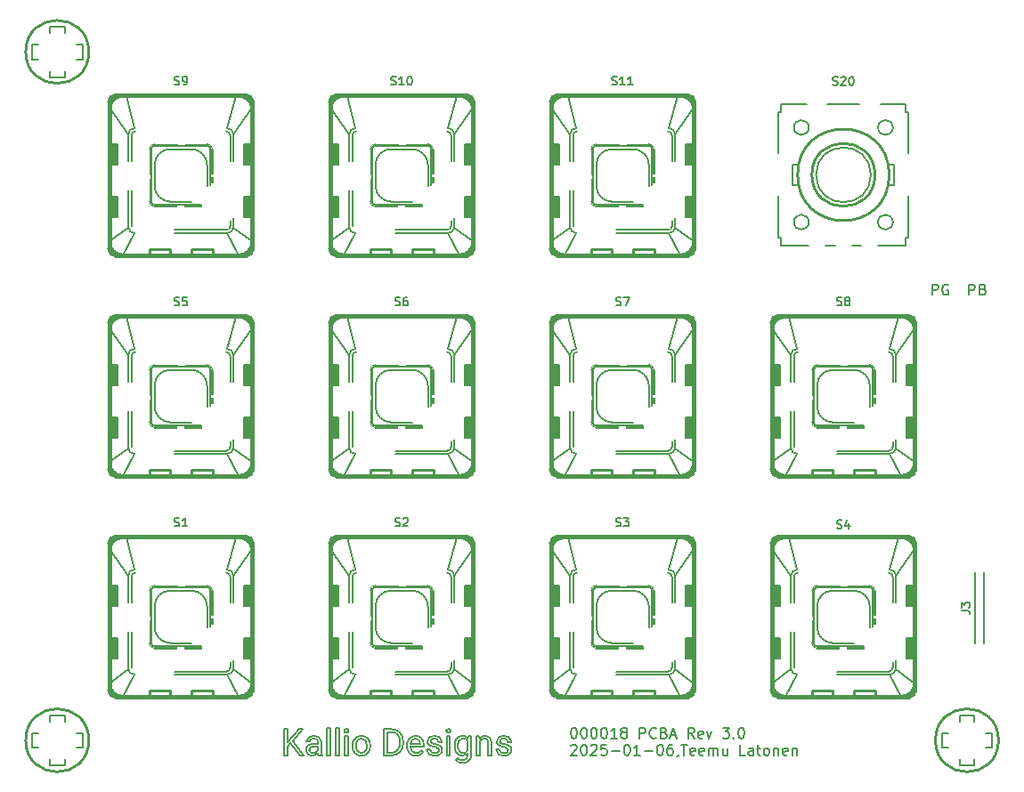
<source format=gto>
G04 #@! TF.GenerationSoftware,KiCad,Pcbnew,8.0.7*
G04 #@! TF.CreationDate,2025-01-08T02:37:30+02:00*
G04 #@! TF.ProjectId,000018 PGKB,30303030-3138-4205-9047-4b422e6b6963,3.0*
G04 #@! TF.SameCoordinates,Original*
G04 #@! TF.FileFunction,Legend,Top*
G04 #@! TF.FilePolarity,Positive*
%FSLAX46Y46*%
G04 Gerber Fmt 4.6, Leading zero omitted, Abs format (unit mm)*
G04 Created by KiCad (PCBNEW 8.0.7) date 2025-01-08 02:37:30*
%MOMM*%
%LPD*%
G01*
G04 APERTURE LIST*
%ADD10C,0.150000*%
%ADD11C,0.400000*%
%ADD12C,0.100000*%
%ADD13C,0.250000*%
%ADD14C,0.300000*%
%ADD15C,0.200000*%
G04 APERTURE END LIST*
D10*
X129336779Y-129869819D02*
X129336779Y-128869819D01*
X129336779Y-128869819D02*
X129717731Y-128869819D01*
X129717731Y-128869819D02*
X129812969Y-128917438D01*
X129812969Y-128917438D02*
X129860588Y-128965057D01*
X129860588Y-128965057D02*
X129908207Y-129060295D01*
X129908207Y-129060295D02*
X129908207Y-129203152D01*
X129908207Y-129203152D02*
X129860588Y-129298390D01*
X129860588Y-129298390D02*
X129812969Y-129346009D01*
X129812969Y-129346009D02*
X129717731Y-129393628D01*
X129717731Y-129393628D02*
X129336779Y-129393628D01*
X130860588Y-128917438D02*
X130765350Y-128869819D01*
X130765350Y-128869819D02*
X130622493Y-128869819D01*
X130622493Y-128869819D02*
X130479636Y-128917438D01*
X130479636Y-128917438D02*
X130384398Y-129012676D01*
X130384398Y-129012676D02*
X130336779Y-129107914D01*
X130336779Y-129107914D02*
X130289160Y-129298390D01*
X130289160Y-129298390D02*
X130289160Y-129441247D01*
X130289160Y-129441247D02*
X130336779Y-129631723D01*
X130336779Y-129631723D02*
X130384398Y-129726961D01*
X130384398Y-129726961D02*
X130479636Y-129822200D01*
X130479636Y-129822200D02*
X130622493Y-129869819D01*
X130622493Y-129869819D02*
X130717731Y-129869819D01*
X130717731Y-129869819D02*
X130860588Y-129822200D01*
X130860588Y-129822200D02*
X130908207Y-129774580D01*
X130908207Y-129774580D02*
X130908207Y-129441247D01*
X130908207Y-129441247D02*
X130717731Y-129441247D01*
X95227255Y-171059875D02*
X95322493Y-171059875D01*
X95322493Y-171059875D02*
X95417731Y-171107494D01*
X95417731Y-171107494D02*
X95465350Y-171155113D01*
X95465350Y-171155113D02*
X95512969Y-171250351D01*
X95512969Y-171250351D02*
X95560588Y-171440827D01*
X95560588Y-171440827D02*
X95560588Y-171678922D01*
X95560588Y-171678922D02*
X95512969Y-171869398D01*
X95512969Y-171869398D02*
X95465350Y-171964636D01*
X95465350Y-171964636D02*
X95417731Y-172012256D01*
X95417731Y-172012256D02*
X95322493Y-172059875D01*
X95322493Y-172059875D02*
X95227255Y-172059875D01*
X95227255Y-172059875D02*
X95132017Y-172012256D01*
X95132017Y-172012256D02*
X95084398Y-171964636D01*
X95084398Y-171964636D02*
X95036779Y-171869398D01*
X95036779Y-171869398D02*
X94989160Y-171678922D01*
X94989160Y-171678922D02*
X94989160Y-171440827D01*
X94989160Y-171440827D02*
X95036779Y-171250351D01*
X95036779Y-171250351D02*
X95084398Y-171155113D01*
X95084398Y-171155113D02*
X95132017Y-171107494D01*
X95132017Y-171107494D02*
X95227255Y-171059875D01*
X96179636Y-171059875D02*
X96274874Y-171059875D01*
X96274874Y-171059875D02*
X96370112Y-171107494D01*
X96370112Y-171107494D02*
X96417731Y-171155113D01*
X96417731Y-171155113D02*
X96465350Y-171250351D01*
X96465350Y-171250351D02*
X96512969Y-171440827D01*
X96512969Y-171440827D02*
X96512969Y-171678922D01*
X96512969Y-171678922D02*
X96465350Y-171869398D01*
X96465350Y-171869398D02*
X96417731Y-171964636D01*
X96417731Y-171964636D02*
X96370112Y-172012256D01*
X96370112Y-172012256D02*
X96274874Y-172059875D01*
X96274874Y-172059875D02*
X96179636Y-172059875D01*
X96179636Y-172059875D02*
X96084398Y-172012256D01*
X96084398Y-172012256D02*
X96036779Y-171964636D01*
X96036779Y-171964636D02*
X95989160Y-171869398D01*
X95989160Y-171869398D02*
X95941541Y-171678922D01*
X95941541Y-171678922D02*
X95941541Y-171440827D01*
X95941541Y-171440827D02*
X95989160Y-171250351D01*
X95989160Y-171250351D02*
X96036779Y-171155113D01*
X96036779Y-171155113D02*
X96084398Y-171107494D01*
X96084398Y-171107494D02*
X96179636Y-171059875D01*
X97132017Y-171059875D02*
X97227255Y-171059875D01*
X97227255Y-171059875D02*
X97322493Y-171107494D01*
X97322493Y-171107494D02*
X97370112Y-171155113D01*
X97370112Y-171155113D02*
X97417731Y-171250351D01*
X97417731Y-171250351D02*
X97465350Y-171440827D01*
X97465350Y-171440827D02*
X97465350Y-171678922D01*
X97465350Y-171678922D02*
X97417731Y-171869398D01*
X97417731Y-171869398D02*
X97370112Y-171964636D01*
X97370112Y-171964636D02*
X97322493Y-172012256D01*
X97322493Y-172012256D02*
X97227255Y-172059875D01*
X97227255Y-172059875D02*
X97132017Y-172059875D01*
X97132017Y-172059875D02*
X97036779Y-172012256D01*
X97036779Y-172012256D02*
X96989160Y-171964636D01*
X96989160Y-171964636D02*
X96941541Y-171869398D01*
X96941541Y-171869398D02*
X96893922Y-171678922D01*
X96893922Y-171678922D02*
X96893922Y-171440827D01*
X96893922Y-171440827D02*
X96941541Y-171250351D01*
X96941541Y-171250351D02*
X96989160Y-171155113D01*
X96989160Y-171155113D02*
X97036779Y-171107494D01*
X97036779Y-171107494D02*
X97132017Y-171059875D01*
X98084398Y-171059875D02*
X98179636Y-171059875D01*
X98179636Y-171059875D02*
X98274874Y-171107494D01*
X98274874Y-171107494D02*
X98322493Y-171155113D01*
X98322493Y-171155113D02*
X98370112Y-171250351D01*
X98370112Y-171250351D02*
X98417731Y-171440827D01*
X98417731Y-171440827D02*
X98417731Y-171678922D01*
X98417731Y-171678922D02*
X98370112Y-171869398D01*
X98370112Y-171869398D02*
X98322493Y-171964636D01*
X98322493Y-171964636D02*
X98274874Y-172012256D01*
X98274874Y-172012256D02*
X98179636Y-172059875D01*
X98179636Y-172059875D02*
X98084398Y-172059875D01*
X98084398Y-172059875D02*
X97989160Y-172012256D01*
X97989160Y-172012256D02*
X97941541Y-171964636D01*
X97941541Y-171964636D02*
X97893922Y-171869398D01*
X97893922Y-171869398D02*
X97846303Y-171678922D01*
X97846303Y-171678922D02*
X97846303Y-171440827D01*
X97846303Y-171440827D02*
X97893922Y-171250351D01*
X97893922Y-171250351D02*
X97941541Y-171155113D01*
X97941541Y-171155113D02*
X97989160Y-171107494D01*
X97989160Y-171107494D02*
X98084398Y-171059875D01*
X99370112Y-172059875D02*
X98798684Y-172059875D01*
X99084398Y-172059875D02*
X99084398Y-171059875D01*
X99084398Y-171059875D02*
X98989160Y-171202732D01*
X98989160Y-171202732D02*
X98893922Y-171297970D01*
X98893922Y-171297970D02*
X98798684Y-171345589D01*
X99941541Y-171488446D02*
X99846303Y-171440827D01*
X99846303Y-171440827D02*
X99798684Y-171393208D01*
X99798684Y-171393208D02*
X99751065Y-171297970D01*
X99751065Y-171297970D02*
X99751065Y-171250351D01*
X99751065Y-171250351D02*
X99798684Y-171155113D01*
X99798684Y-171155113D02*
X99846303Y-171107494D01*
X99846303Y-171107494D02*
X99941541Y-171059875D01*
X99941541Y-171059875D02*
X100132017Y-171059875D01*
X100132017Y-171059875D02*
X100227255Y-171107494D01*
X100227255Y-171107494D02*
X100274874Y-171155113D01*
X100274874Y-171155113D02*
X100322493Y-171250351D01*
X100322493Y-171250351D02*
X100322493Y-171297970D01*
X100322493Y-171297970D02*
X100274874Y-171393208D01*
X100274874Y-171393208D02*
X100227255Y-171440827D01*
X100227255Y-171440827D02*
X100132017Y-171488446D01*
X100132017Y-171488446D02*
X99941541Y-171488446D01*
X99941541Y-171488446D02*
X99846303Y-171536065D01*
X99846303Y-171536065D02*
X99798684Y-171583684D01*
X99798684Y-171583684D02*
X99751065Y-171678922D01*
X99751065Y-171678922D02*
X99751065Y-171869398D01*
X99751065Y-171869398D02*
X99798684Y-171964636D01*
X99798684Y-171964636D02*
X99846303Y-172012256D01*
X99846303Y-172012256D02*
X99941541Y-172059875D01*
X99941541Y-172059875D02*
X100132017Y-172059875D01*
X100132017Y-172059875D02*
X100227255Y-172012256D01*
X100227255Y-172012256D02*
X100274874Y-171964636D01*
X100274874Y-171964636D02*
X100322493Y-171869398D01*
X100322493Y-171869398D02*
X100322493Y-171678922D01*
X100322493Y-171678922D02*
X100274874Y-171583684D01*
X100274874Y-171583684D02*
X100227255Y-171536065D01*
X100227255Y-171536065D02*
X100132017Y-171488446D01*
X101512970Y-172059875D02*
X101512970Y-171059875D01*
X101512970Y-171059875D02*
X101893922Y-171059875D01*
X101893922Y-171059875D02*
X101989160Y-171107494D01*
X101989160Y-171107494D02*
X102036779Y-171155113D01*
X102036779Y-171155113D02*
X102084398Y-171250351D01*
X102084398Y-171250351D02*
X102084398Y-171393208D01*
X102084398Y-171393208D02*
X102036779Y-171488446D01*
X102036779Y-171488446D02*
X101989160Y-171536065D01*
X101989160Y-171536065D02*
X101893922Y-171583684D01*
X101893922Y-171583684D02*
X101512970Y-171583684D01*
X103084398Y-171964636D02*
X103036779Y-172012256D01*
X103036779Y-172012256D02*
X102893922Y-172059875D01*
X102893922Y-172059875D02*
X102798684Y-172059875D01*
X102798684Y-172059875D02*
X102655827Y-172012256D01*
X102655827Y-172012256D02*
X102560589Y-171917017D01*
X102560589Y-171917017D02*
X102512970Y-171821779D01*
X102512970Y-171821779D02*
X102465351Y-171631303D01*
X102465351Y-171631303D02*
X102465351Y-171488446D01*
X102465351Y-171488446D02*
X102512970Y-171297970D01*
X102512970Y-171297970D02*
X102560589Y-171202732D01*
X102560589Y-171202732D02*
X102655827Y-171107494D01*
X102655827Y-171107494D02*
X102798684Y-171059875D01*
X102798684Y-171059875D02*
X102893922Y-171059875D01*
X102893922Y-171059875D02*
X103036779Y-171107494D01*
X103036779Y-171107494D02*
X103084398Y-171155113D01*
X103846303Y-171536065D02*
X103989160Y-171583684D01*
X103989160Y-171583684D02*
X104036779Y-171631303D01*
X104036779Y-171631303D02*
X104084398Y-171726541D01*
X104084398Y-171726541D02*
X104084398Y-171869398D01*
X104084398Y-171869398D02*
X104036779Y-171964636D01*
X104036779Y-171964636D02*
X103989160Y-172012256D01*
X103989160Y-172012256D02*
X103893922Y-172059875D01*
X103893922Y-172059875D02*
X103512970Y-172059875D01*
X103512970Y-172059875D02*
X103512970Y-171059875D01*
X103512970Y-171059875D02*
X103846303Y-171059875D01*
X103846303Y-171059875D02*
X103941541Y-171107494D01*
X103941541Y-171107494D02*
X103989160Y-171155113D01*
X103989160Y-171155113D02*
X104036779Y-171250351D01*
X104036779Y-171250351D02*
X104036779Y-171345589D01*
X104036779Y-171345589D02*
X103989160Y-171440827D01*
X103989160Y-171440827D02*
X103941541Y-171488446D01*
X103941541Y-171488446D02*
X103846303Y-171536065D01*
X103846303Y-171536065D02*
X103512970Y-171536065D01*
X104465351Y-171774160D02*
X104941541Y-171774160D01*
X104370113Y-172059875D02*
X104703446Y-171059875D01*
X104703446Y-171059875D02*
X105036779Y-172059875D01*
X106703446Y-172059875D02*
X106370113Y-171583684D01*
X106132018Y-172059875D02*
X106132018Y-171059875D01*
X106132018Y-171059875D02*
X106512970Y-171059875D01*
X106512970Y-171059875D02*
X106608208Y-171107494D01*
X106608208Y-171107494D02*
X106655827Y-171155113D01*
X106655827Y-171155113D02*
X106703446Y-171250351D01*
X106703446Y-171250351D02*
X106703446Y-171393208D01*
X106703446Y-171393208D02*
X106655827Y-171488446D01*
X106655827Y-171488446D02*
X106608208Y-171536065D01*
X106608208Y-171536065D02*
X106512970Y-171583684D01*
X106512970Y-171583684D02*
X106132018Y-171583684D01*
X107512970Y-172012256D02*
X107417732Y-172059875D01*
X107417732Y-172059875D02*
X107227256Y-172059875D01*
X107227256Y-172059875D02*
X107132018Y-172012256D01*
X107132018Y-172012256D02*
X107084399Y-171917017D01*
X107084399Y-171917017D02*
X107084399Y-171536065D01*
X107084399Y-171536065D02*
X107132018Y-171440827D01*
X107132018Y-171440827D02*
X107227256Y-171393208D01*
X107227256Y-171393208D02*
X107417732Y-171393208D01*
X107417732Y-171393208D02*
X107512970Y-171440827D01*
X107512970Y-171440827D02*
X107560589Y-171536065D01*
X107560589Y-171536065D02*
X107560589Y-171631303D01*
X107560589Y-171631303D02*
X107084399Y-171726541D01*
X107893923Y-171393208D02*
X108132018Y-172059875D01*
X108132018Y-172059875D02*
X108370113Y-171393208D01*
X109417733Y-171059875D02*
X110036780Y-171059875D01*
X110036780Y-171059875D02*
X109703447Y-171440827D01*
X109703447Y-171440827D02*
X109846304Y-171440827D01*
X109846304Y-171440827D02*
X109941542Y-171488446D01*
X109941542Y-171488446D02*
X109989161Y-171536065D01*
X109989161Y-171536065D02*
X110036780Y-171631303D01*
X110036780Y-171631303D02*
X110036780Y-171869398D01*
X110036780Y-171869398D02*
X109989161Y-171964636D01*
X109989161Y-171964636D02*
X109941542Y-172012256D01*
X109941542Y-172012256D02*
X109846304Y-172059875D01*
X109846304Y-172059875D02*
X109560590Y-172059875D01*
X109560590Y-172059875D02*
X109465352Y-172012256D01*
X109465352Y-172012256D02*
X109417733Y-171964636D01*
X110465352Y-171964636D02*
X110512971Y-172012256D01*
X110512971Y-172012256D02*
X110465352Y-172059875D01*
X110465352Y-172059875D02*
X110417733Y-172012256D01*
X110417733Y-172012256D02*
X110465352Y-171964636D01*
X110465352Y-171964636D02*
X110465352Y-172059875D01*
X111132018Y-171059875D02*
X111227256Y-171059875D01*
X111227256Y-171059875D02*
X111322494Y-171107494D01*
X111322494Y-171107494D02*
X111370113Y-171155113D01*
X111370113Y-171155113D02*
X111417732Y-171250351D01*
X111417732Y-171250351D02*
X111465351Y-171440827D01*
X111465351Y-171440827D02*
X111465351Y-171678922D01*
X111465351Y-171678922D02*
X111417732Y-171869398D01*
X111417732Y-171869398D02*
X111370113Y-171964636D01*
X111370113Y-171964636D02*
X111322494Y-172012256D01*
X111322494Y-172012256D02*
X111227256Y-172059875D01*
X111227256Y-172059875D02*
X111132018Y-172059875D01*
X111132018Y-172059875D02*
X111036780Y-172012256D01*
X111036780Y-172012256D02*
X110989161Y-171964636D01*
X110989161Y-171964636D02*
X110941542Y-171869398D01*
X110941542Y-171869398D02*
X110893923Y-171678922D01*
X110893923Y-171678922D02*
X110893923Y-171440827D01*
X110893923Y-171440827D02*
X110941542Y-171250351D01*
X110941542Y-171250351D02*
X110989161Y-171155113D01*
X110989161Y-171155113D02*
X111036780Y-171107494D01*
X111036780Y-171107494D02*
X111132018Y-171059875D01*
X94989160Y-172765057D02*
X95036779Y-172717438D01*
X95036779Y-172717438D02*
X95132017Y-172669819D01*
X95132017Y-172669819D02*
X95370112Y-172669819D01*
X95370112Y-172669819D02*
X95465350Y-172717438D01*
X95465350Y-172717438D02*
X95512969Y-172765057D01*
X95512969Y-172765057D02*
X95560588Y-172860295D01*
X95560588Y-172860295D02*
X95560588Y-172955533D01*
X95560588Y-172955533D02*
X95512969Y-173098390D01*
X95512969Y-173098390D02*
X94941541Y-173669819D01*
X94941541Y-173669819D02*
X95560588Y-173669819D01*
X96179636Y-172669819D02*
X96274874Y-172669819D01*
X96274874Y-172669819D02*
X96370112Y-172717438D01*
X96370112Y-172717438D02*
X96417731Y-172765057D01*
X96417731Y-172765057D02*
X96465350Y-172860295D01*
X96465350Y-172860295D02*
X96512969Y-173050771D01*
X96512969Y-173050771D02*
X96512969Y-173288866D01*
X96512969Y-173288866D02*
X96465350Y-173479342D01*
X96465350Y-173479342D02*
X96417731Y-173574580D01*
X96417731Y-173574580D02*
X96370112Y-173622200D01*
X96370112Y-173622200D02*
X96274874Y-173669819D01*
X96274874Y-173669819D02*
X96179636Y-173669819D01*
X96179636Y-173669819D02*
X96084398Y-173622200D01*
X96084398Y-173622200D02*
X96036779Y-173574580D01*
X96036779Y-173574580D02*
X95989160Y-173479342D01*
X95989160Y-173479342D02*
X95941541Y-173288866D01*
X95941541Y-173288866D02*
X95941541Y-173050771D01*
X95941541Y-173050771D02*
X95989160Y-172860295D01*
X95989160Y-172860295D02*
X96036779Y-172765057D01*
X96036779Y-172765057D02*
X96084398Y-172717438D01*
X96084398Y-172717438D02*
X96179636Y-172669819D01*
X96893922Y-172765057D02*
X96941541Y-172717438D01*
X96941541Y-172717438D02*
X97036779Y-172669819D01*
X97036779Y-172669819D02*
X97274874Y-172669819D01*
X97274874Y-172669819D02*
X97370112Y-172717438D01*
X97370112Y-172717438D02*
X97417731Y-172765057D01*
X97417731Y-172765057D02*
X97465350Y-172860295D01*
X97465350Y-172860295D02*
X97465350Y-172955533D01*
X97465350Y-172955533D02*
X97417731Y-173098390D01*
X97417731Y-173098390D02*
X96846303Y-173669819D01*
X96846303Y-173669819D02*
X97465350Y-173669819D01*
X98370112Y-172669819D02*
X97893922Y-172669819D01*
X97893922Y-172669819D02*
X97846303Y-173146009D01*
X97846303Y-173146009D02*
X97893922Y-173098390D01*
X97893922Y-173098390D02*
X97989160Y-173050771D01*
X97989160Y-173050771D02*
X98227255Y-173050771D01*
X98227255Y-173050771D02*
X98322493Y-173098390D01*
X98322493Y-173098390D02*
X98370112Y-173146009D01*
X98370112Y-173146009D02*
X98417731Y-173241247D01*
X98417731Y-173241247D02*
X98417731Y-173479342D01*
X98417731Y-173479342D02*
X98370112Y-173574580D01*
X98370112Y-173574580D02*
X98322493Y-173622200D01*
X98322493Y-173622200D02*
X98227255Y-173669819D01*
X98227255Y-173669819D02*
X97989160Y-173669819D01*
X97989160Y-173669819D02*
X97893922Y-173622200D01*
X97893922Y-173622200D02*
X97846303Y-173574580D01*
X98846303Y-173288866D02*
X99608208Y-173288866D01*
X100274874Y-172669819D02*
X100370112Y-172669819D01*
X100370112Y-172669819D02*
X100465350Y-172717438D01*
X100465350Y-172717438D02*
X100512969Y-172765057D01*
X100512969Y-172765057D02*
X100560588Y-172860295D01*
X100560588Y-172860295D02*
X100608207Y-173050771D01*
X100608207Y-173050771D02*
X100608207Y-173288866D01*
X100608207Y-173288866D02*
X100560588Y-173479342D01*
X100560588Y-173479342D02*
X100512969Y-173574580D01*
X100512969Y-173574580D02*
X100465350Y-173622200D01*
X100465350Y-173622200D02*
X100370112Y-173669819D01*
X100370112Y-173669819D02*
X100274874Y-173669819D01*
X100274874Y-173669819D02*
X100179636Y-173622200D01*
X100179636Y-173622200D02*
X100132017Y-173574580D01*
X100132017Y-173574580D02*
X100084398Y-173479342D01*
X100084398Y-173479342D02*
X100036779Y-173288866D01*
X100036779Y-173288866D02*
X100036779Y-173050771D01*
X100036779Y-173050771D02*
X100084398Y-172860295D01*
X100084398Y-172860295D02*
X100132017Y-172765057D01*
X100132017Y-172765057D02*
X100179636Y-172717438D01*
X100179636Y-172717438D02*
X100274874Y-172669819D01*
X101560588Y-173669819D02*
X100989160Y-173669819D01*
X101274874Y-173669819D02*
X101274874Y-172669819D01*
X101274874Y-172669819D02*
X101179636Y-172812676D01*
X101179636Y-172812676D02*
X101084398Y-172907914D01*
X101084398Y-172907914D02*
X100989160Y-172955533D01*
X101989160Y-173288866D02*
X102751065Y-173288866D01*
X103417731Y-172669819D02*
X103512969Y-172669819D01*
X103512969Y-172669819D02*
X103608207Y-172717438D01*
X103608207Y-172717438D02*
X103655826Y-172765057D01*
X103655826Y-172765057D02*
X103703445Y-172860295D01*
X103703445Y-172860295D02*
X103751064Y-173050771D01*
X103751064Y-173050771D02*
X103751064Y-173288866D01*
X103751064Y-173288866D02*
X103703445Y-173479342D01*
X103703445Y-173479342D02*
X103655826Y-173574580D01*
X103655826Y-173574580D02*
X103608207Y-173622200D01*
X103608207Y-173622200D02*
X103512969Y-173669819D01*
X103512969Y-173669819D02*
X103417731Y-173669819D01*
X103417731Y-173669819D02*
X103322493Y-173622200D01*
X103322493Y-173622200D02*
X103274874Y-173574580D01*
X103274874Y-173574580D02*
X103227255Y-173479342D01*
X103227255Y-173479342D02*
X103179636Y-173288866D01*
X103179636Y-173288866D02*
X103179636Y-173050771D01*
X103179636Y-173050771D02*
X103227255Y-172860295D01*
X103227255Y-172860295D02*
X103274874Y-172765057D01*
X103274874Y-172765057D02*
X103322493Y-172717438D01*
X103322493Y-172717438D02*
X103417731Y-172669819D01*
X104608207Y-172669819D02*
X104417731Y-172669819D01*
X104417731Y-172669819D02*
X104322493Y-172717438D01*
X104322493Y-172717438D02*
X104274874Y-172765057D01*
X104274874Y-172765057D02*
X104179636Y-172907914D01*
X104179636Y-172907914D02*
X104132017Y-173098390D01*
X104132017Y-173098390D02*
X104132017Y-173479342D01*
X104132017Y-173479342D02*
X104179636Y-173574580D01*
X104179636Y-173574580D02*
X104227255Y-173622200D01*
X104227255Y-173622200D02*
X104322493Y-173669819D01*
X104322493Y-173669819D02*
X104512969Y-173669819D01*
X104512969Y-173669819D02*
X104608207Y-173622200D01*
X104608207Y-173622200D02*
X104655826Y-173574580D01*
X104655826Y-173574580D02*
X104703445Y-173479342D01*
X104703445Y-173479342D02*
X104703445Y-173241247D01*
X104703445Y-173241247D02*
X104655826Y-173146009D01*
X104655826Y-173146009D02*
X104608207Y-173098390D01*
X104608207Y-173098390D02*
X104512969Y-173050771D01*
X104512969Y-173050771D02*
X104322493Y-173050771D01*
X104322493Y-173050771D02*
X104227255Y-173098390D01*
X104227255Y-173098390D02*
X104179636Y-173146009D01*
X104179636Y-173146009D02*
X104132017Y-173241247D01*
X105179636Y-173622200D02*
X105179636Y-173669819D01*
X105179636Y-173669819D02*
X105132017Y-173765057D01*
X105132017Y-173765057D02*
X105084398Y-173812676D01*
X105465350Y-172669819D02*
X106036778Y-172669819D01*
X105751064Y-173669819D02*
X105751064Y-172669819D01*
X106751064Y-173622200D02*
X106655826Y-173669819D01*
X106655826Y-173669819D02*
X106465350Y-173669819D01*
X106465350Y-173669819D02*
X106370112Y-173622200D01*
X106370112Y-173622200D02*
X106322493Y-173526961D01*
X106322493Y-173526961D02*
X106322493Y-173146009D01*
X106322493Y-173146009D02*
X106370112Y-173050771D01*
X106370112Y-173050771D02*
X106465350Y-173003152D01*
X106465350Y-173003152D02*
X106655826Y-173003152D01*
X106655826Y-173003152D02*
X106751064Y-173050771D01*
X106751064Y-173050771D02*
X106798683Y-173146009D01*
X106798683Y-173146009D02*
X106798683Y-173241247D01*
X106798683Y-173241247D02*
X106322493Y-173336485D01*
X107608207Y-173622200D02*
X107512969Y-173669819D01*
X107512969Y-173669819D02*
X107322493Y-173669819D01*
X107322493Y-173669819D02*
X107227255Y-173622200D01*
X107227255Y-173622200D02*
X107179636Y-173526961D01*
X107179636Y-173526961D02*
X107179636Y-173146009D01*
X107179636Y-173146009D02*
X107227255Y-173050771D01*
X107227255Y-173050771D02*
X107322493Y-173003152D01*
X107322493Y-173003152D02*
X107512969Y-173003152D01*
X107512969Y-173003152D02*
X107608207Y-173050771D01*
X107608207Y-173050771D02*
X107655826Y-173146009D01*
X107655826Y-173146009D02*
X107655826Y-173241247D01*
X107655826Y-173241247D02*
X107179636Y-173336485D01*
X108084398Y-173669819D02*
X108084398Y-173003152D01*
X108084398Y-173098390D02*
X108132017Y-173050771D01*
X108132017Y-173050771D02*
X108227255Y-173003152D01*
X108227255Y-173003152D02*
X108370112Y-173003152D01*
X108370112Y-173003152D02*
X108465350Y-173050771D01*
X108465350Y-173050771D02*
X108512969Y-173146009D01*
X108512969Y-173146009D02*
X108512969Y-173669819D01*
X108512969Y-173146009D02*
X108560588Y-173050771D01*
X108560588Y-173050771D02*
X108655826Y-173003152D01*
X108655826Y-173003152D02*
X108798683Y-173003152D01*
X108798683Y-173003152D02*
X108893922Y-173050771D01*
X108893922Y-173050771D02*
X108941541Y-173146009D01*
X108941541Y-173146009D02*
X108941541Y-173669819D01*
X109846302Y-173003152D02*
X109846302Y-173669819D01*
X109417731Y-173003152D02*
X109417731Y-173526961D01*
X109417731Y-173526961D02*
X109465350Y-173622200D01*
X109465350Y-173622200D02*
X109560588Y-173669819D01*
X109560588Y-173669819D02*
X109703445Y-173669819D01*
X109703445Y-173669819D02*
X109798683Y-173622200D01*
X109798683Y-173622200D02*
X109846302Y-173574580D01*
X111560588Y-173669819D02*
X111084398Y-173669819D01*
X111084398Y-173669819D02*
X111084398Y-172669819D01*
X112322493Y-173669819D02*
X112322493Y-173146009D01*
X112322493Y-173146009D02*
X112274874Y-173050771D01*
X112274874Y-173050771D02*
X112179636Y-173003152D01*
X112179636Y-173003152D02*
X111989160Y-173003152D01*
X111989160Y-173003152D02*
X111893922Y-173050771D01*
X112322493Y-173622200D02*
X112227255Y-173669819D01*
X112227255Y-173669819D02*
X111989160Y-173669819D01*
X111989160Y-173669819D02*
X111893922Y-173622200D01*
X111893922Y-173622200D02*
X111846303Y-173526961D01*
X111846303Y-173526961D02*
X111846303Y-173431723D01*
X111846303Y-173431723D02*
X111893922Y-173336485D01*
X111893922Y-173336485D02*
X111989160Y-173288866D01*
X111989160Y-173288866D02*
X112227255Y-173288866D01*
X112227255Y-173288866D02*
X112322493Y-173241247D01*
X112655827Y-173003152D02*
X113036779Y-173003152D01*
X112798684Y-172669819D02*
X112798684Y-173526961D01*
X112798684Y-173526961D02*
X112846303Y-173622200D01*
X112846303Y-173622200D02*
X112941541Y-173669819D01*
X112941541Y-173669819D02*
X113036779Y-173669819D01*
X113512970Y-173669819D02*
X113417732Y-173622200D01*
X113417732Y-173622200D02*
X113370113Y-173574580D01*
X113370113Y-173574580D02*
X113322494Y-173479342D01*
X113322494Y-173479342D02*
X113322494Y-173193628D01*
X113322494Y-173193628D02*
X113370113Y-173098390D01*
X113370113Y-173098390D02*
X113417732Y-173050771D01*
X113417732Y-173050771D02*
X113512970Y-173003152D01*
X113512970Y-173003152D02*
X113655827Y-173003152D01*
X113655827Y-173003152D02*
X113751065Y-173050771D01*
X113751065Y-173050771D02*
X113798684Y-173098390D01*
X113798684Y-173098390D02*
X113846303Y-173193628D01*
X113846303Y-173193628D02*
X113846303Y-173479342D01*
X113846303Y-173479342D02*
X113798684Y-173574580D01*
X113798684Y-173574580D02*
X113751065Y-173622200D01*
X113751065Y-173622200D02*
X113655827Y-173669819D01*
X113655827Y-173669819D02*
X113512970Y-173669819D01*
X114274875Y-173003152D02*
X114274875Y-173669819D01*
X114274875Y-173098390D02*
X114322494Y-173050771D01*
X114322494Y-173050771D02*
X114417732Y-173003152D01*
X114417732Y-173003152D02*
X114560589Y-173003152D01*
X114560589Y-173003152D02*
X114655827Y-173050771D01*
X114655827Y-173050771D02*
X114703446Y-173146009D01*
X114703446Y-173146009D02*
X114703446Y-173669819D01*
X115560589Y-173622200D02*
X115465351Y-173669819D01*
X115465351Y-173669819D02*
X115274875Y-173669819D01*
X115274875Y-173669819D02*
X115179637Y-173622200D01*
X115179637Y-173622200D02*
X115132018Y-173526961D01*
X115132018Y-173526961D02*
X115132018Y-173146009D01*
X115132018Y-173146009D02*
X115179637Y-173050771D01*
X115179637Y-173050771D02*
X115274875Y-173003152D01*
X115274875Y-173003152D02*
X115465351Y-173003152D01*
X115465351Y-173003152D02*
X115560589Y-173050771D01*
X115560589Y-173050771D02*
X115608208Y-173146009D01*
X115608208Y-173146009D02*
X115608208Y-173241247D01*
X115608208Y-173241247D02*
X115132018Y-173336485D01*
X116036780Y-173003152D02*
X116036780Y-173669819D01*
X116036780Y-173098390D02*
X116084399Y-173050771D01*
X116084399Y-173050771D02*
X116179637Y-173003152D01*
X116179637Y-173003152D02*
X116322494Y-173003152D01*
X116322494Y-173003152D02*
X116417732Y-173050771D01*
X116417732Y-173050771D02*
X116465351Y-173146009D01*
X116465351Y-173146009D02*
X116465351Y-173669819D01*
X132836779Y-129869819D02*
X132836779Y-128869819D01*
X132836779Y-128869819D02*
X133217731Y-128869819D01*
X133217731Y-128869819D02*
X133312969Y-128917438D01*
X133312969Y-128917438D02*
X133360588Y-128965057D01*
X133360588Y-128965057D02*
X133408207Y-129060295D01*
X133408207Y-129060295D02*
X133408207Y-129203152D01*
X133408207Y-129203152D02*
X133360588Y-129298390D01*
X133360588Y-129298390D02*
X133312969Y-129346009D01*
X133312969Y-129346009D02*
X133217731Y-129393628D01*
X133217731Y-129393628D02*
X132836779Y-129393628D01*
X134170112Y-129346009D02*
X134312969Y-129393628D01*
X134312969Y-129393628D02*
X134360588Y-129441247D01*
X134360588Y-129441247D02*
X134408207Y-129536485D01*
X134408207Y-129536485D02*
X134408207Y-129679342D01*
X134408207Y-129679342D02*
X134360588Y-129774580D01*
X134360588Y-129774580D02*
X134312969Y-129822200D01*
X134312969Y-129822200D02*
X134217731Y-129869819D01*
X134217731Y-129869819D02*
X133836779Y-129869819D01*
X133836779Y-129869819D02*
X133836779Y-128869819D01*
X133836779Y-128869819D02*
X134170112Y-128869819D01*
X134170112Y-128869819D02*
X134265350Y-128917438D01*
X134265350Y-128917438D02*
X134312969Y-128965057D01*
X134312969Y-128965057D02*
X134360588Y-129060295D01*
X134360588Y-129060295D02*
X134360588Y-129155533D01*
X134360588Y-129155533D02*
X134312969Y-129250771D01*
X134312969Y-129250771D02*
X134265350Y-129298390D01*
X134265350Y-129298390D02*
X134170112Y-129346009D01*
X134170112Y-129346009D02*
X133836779Y-129346009D01*
X99290475Y-151856200D02*
X99404761Y-151894295D01*
X99404761Y-151894295D02*
X99595237Y-151894295D01*
X99595237Y-151894295D02*
X99671428Y-151856200D01*
X99671428Y-151856200D02*
X99709523Y-151818104D01*
X99709523Y-151818104D02*
X99747618Y-151741914D01*
X99747618Y-151741914D02*
X99747618Y-151665723D01*
X99747618Y-151665723D02*
X99709523Y-151589533D01*
X99709523Y-151589533D02*
X99671428Y-151551438D01*
X99671428Y-151551438D02*
X99595237Y-151513342D01*
X99595237Y-151513342D02*
X99442856Y-151475247D01*
X99442856Y-151475247D02*
X99366666Y-151437152D01*
X99366666Y-151437152D02*
X99328571Y-151399057D01*
X99328571Y-151399057D02*
X99290475Y-151322866D01*
X99290475Y-151322866D02*
X99290475Y-151246676D01*
X99290475Y-151246676D02*
X99328571Y-151170485D01*
X99328571Y-151170485D02*
X99366666Y-151132390D01*
X99366666Y-151132390D02*
X99442856Y-151094295D01*
X99442856Y-151094295D02*
X99633333Y-151094295D01*
X99633333Y-151094295D02*
X99747618Y-151132390D01*
X100014285Y-151094295D02*
X100509523Y-151094295D01*
X100509523Y-151094295D02*
X100242857Y-151399057D01*
X100242857Y-151399057D02*
X100357142Y-151399057D01*
X100357142Y-151399057D02*
X100433333Y-151437152D01*
X100433333Y-151437152D02*
X100471428Y-151475247D01*
X100471428Y-151475247D02*
X100509523Y-151551438D01*
X100509523Y-151551438D02*
X100509523Y-151741914D01*
X100509523Y-151741914D02*
X100471428Y-151818104D01*
X100471428Y-151818104D02*
X100433333Y-151856200D01*
X100433333Y-151856200D02*
X100357142Y-151894295D01*
X100357142Y-151894295D02*
X100128571Y-151894295D01*
X100128571Y-151894295D02*
X100052380Y-151856200D01*
X100052380Y-151856200D02*
X100014285Y-151818104D01*
X99290475Y-130856200D02*
X99404761Y-130894295D01*
X99404761Y-130894295D02*
X99595237Y-130894295D01*
X99595237Y-130894295D02*
X99671428Y-130856200D01*
X99671428Y-130856200D02*
X99709523Y-130818104D01*
X99709523Y-130818104D02*
X99747618Y-130741914D01*
X99747618Y-130741914D02*
X99747618Y-130665723D01*
X99747618Y-130665723D02*
X99709523Y-130589533D01*
X99709523Y-130589533D02*
X99671428Y-130551438D01*
X99671428Y-130551438D02*
X99595237Y-130513342D01*
X99595237Y-130513342D02*
X99442856Y-130475247D01*
X99442856Y-130475247D02*
X99366666Y-130437152D01*
X99366666Y-130437152D02*
X99328571Y-130399057D01*
X99328571Y-130399057D02*
X99290475Y-130322866D01*
X99290475Y-130322866D02*
X99290475Y-130246676D01*
X99290475Y-130246676D02*
X99328571Y-130170485D01*
X99328571Y-130170485D02*
X99366666Y-130132390D01*
X99366666Y-130132390D02*
X99442856Y-130094295D01*
X99442856Y-130094295D02*
X99633333Y-130094295D01*
X99633333Y-130094295D02*
X99747618Y-130132390D01*
X100014285Y-130094295D02*
X100547619Y-130094295D01*
X100547619Y-130094295D02*
X100204761Y-130894295D01*
X57290475Y-130856200D02*
X57404761Y-130894295D01*
X57404761Y-130894295D02*
X57595237Y-130894295D01*
X57595237Y-130894295D02*
X57671428Y-130856200D01*
X57671428Y-130856200D02*
X57709523Y-130818104D01*
X57709523Y-130818104D02*
X57747618Y-130741914D01*
X57747618Y-130741914D02*
X57747618Y-130665723D01*
X57747618Y-130665723D02*
X57709523Y-130589533D01*
X57709523Y-130589533D02*
X57671428Y-130551438D01*
X57671428Y-130551438D02*
X57595237Y-130513342D01*
X57595237Y-130513342D02*
X57442856Y-130475247D01*
X57442856Y-130475247D02*
X57366666Y-130437152D01*
X57366666Y-130437152D02*
X57328571Y-130399057D01*
X57328571Y-130399057D02*
X57290475Y-130322866D01*
X57290475Y-130322866D02*
X57290475Y-130246676D01*
X57290475Y-130246676D02*
X57328571Y-130170485D01*
X57328571Y-130170485D02*
X57366666Y-130132390D01*
X57366666Y-130132390D02*
X57442856Y-130094295D01*
X57442856Y-130094295D02*
X57633333Y-130094295D01*
X57633333Y-130094295D02*
X57747618Y-130132390D01*
X58471428Y-130094295D02*
X58090476Y-130094295D01*
X58090476Y-130094295D02*
X58052380Y-130475247D01*
X58052380Y-130475247D02*
X58090476Y-130437152D01*
X58090476Y-130437152D02*
X58166666Y-130399057D01*
X58166666Y-130399057D02*
X58357142Y-130399057D01*
X58357142Y-130399057D02*
X58433333Y-130437152D01*
X58433333Y-130437152D02*
X58471428Y-130475247D01*
X58471428Y-130475247D02*
X58509523Y-130551438D01*
X58509523Y-130551438D02*
X58509523Y-130741914D01*
X58509523Y-130741914D02*
X58471428Y-130818104D01*
X58471428Y-130818104D02*
X58433333Y-130856200D01*
X58433333Y-130856200D02*
X58357142Y-130894295D01*
X58357142Y-130894295D02*
X58166666Y-130894295D01*
X58166666Y-130894295D02*
X58090476Y-130856200D01*
X58090476Y-130856200D02*
X58052380Y-130818104D01*
X57290475Y-151856200D02*
X57404761Y-151894295D01*
X57404761Y-151894295D02*
X57595237Y-151894295D01*
X57595237Y-151894295D02*
X57671428Y-151856200D01*
X57671428Y-151856200D02*
X57709523Y-151818104D01*
X57709523Y-151818104D02*
X57747618Y-151741914D01*
X57747618Y-151741914D02*
X57747618Y-151665723D01*
X57747618Y-151665723D02*
X57709523Y-151589533D01*
X57709523Y-151589533D02*
X57671428Y-151551438D01*
X57671428Y-151551438D02*
X57595237Y-151513342D01*
X57595237Y-151513342D02*
X57442856Y-151475247D01*
X57442856Y-151475247D02*
X57366666Y-151437152D01*
X57366666Y-151437152D02*
X57328571Y-151399057D01*
X57328571Y-151399057D02*
X57290475Y-151322866D01*
X57290475Y-151322866D02*
X57290475Y-151246676D01*
X57290475Y-151246676D02*
X57328571Y-151170485D01*
X57328571Y-151170485D02*
X57366666Y-151132390D01*
X57366666Y-151132390D02*
X57442856Y-151094295D01*
X57442856Y-151094295D02*
X57633333Y-151094295D01*
X57633333Y-151094295D02*
X57747618Y-151132390D01*
X58509523Y-151894295D02*
X58052380Y-151894295D01*
X58280952Y-151894295D02*
X58280952Y-151094295D01*
X58280952Y-151094295D02*
X58204761Y-151208580D01*
X58204761Y-151208580D02*
X58128571Y-151284771D01*
X58128571Y-151284771D02*
X58052380Y-151322866D01*
X77909523Y-109856200D02*
X78023809Y-109894295D01*
X78023809Y-109894295D02*
X78214285Y-109894295D01*
X78214285Y-109894295D02*
X78290476Y-109856200D01*
X78290476Y-109856200D02*
X78328571Y-109818104D01*
X78328571Y-109818104D02*
X78366666Y-109741914D01*
X78366666Y-109741914D02*
X78366666Y-109665723D01*
X78366666Y-109665723D02*
X78328571Y-109589533D01*
X78328571Y-109589533D02*
X78290476Y-109551438D01*
X78290476Y-109551438D02*
X78214285Y-109513342D01*
X78214285Y-109513342D02*
X78061904Y-109475247D01*
X78061904Y-109475247D02*
X77985714Y-109437152D01*
X77985714Y-109437152D02*
X77947619Y-109399057D01*
X77947619Y-109399057D02*
X77909523Y-109322866D01*
X77909523Y-109322866D02*
X77909523Y-109246676D01*
X77909523Y-109246676D02*
X77947619Y-109170485D01*
X77947619Y-109170485D02*
X77985714Y-109132390D01*
X77985714Y-109132390D02*
X78061904Y-109094295D01*
X78061904Y-109094295D02*
X78252381Y-109094295D01*
X78252381Y-109094295D02*
X78366666Y-109132390D01*
X79128571Y-109894295D02*
X78671428Y-109894295D01*
X78900000Y-109894295D02*
X78900000Y-109094295D01*
X78900000Y-109094295D02*
X78823809Y-109208580D01*
X78823809Y-109208580D02*
X78747619Y-109284771D01*
X78747619Y-109284771D02*
X78671428Y-109322866D01*
X79623810Y-109094295D02*
X79700000Y-109094295D01*
X79700000Y-109094295D02*
X79776191Y-109132390D01*
X79776191Y-109132390D02*
X79814286Y-109170485D01*
X79814286Y-109170485D02*
X79852381Y-109246676D01*
X79852381Y-109246676D02*
X79890476Y-109399057D01*
X79890476Y-109399057D02*
X79890476Y-109589533D01*
X79890476Y-109589533D02*
X79852381Y-109741914D01*
X79852381Y-109741914D02*
X79814286Y-109818104D01*
X79814286Y-109818104D02*
X79776191Y-109856200D01*
X79776191Y-109856200D02*
X79700000Y-109894295D01*
X79700000Y-109894295D02*
X79623810Y-109894295D01*
X79623810Y-109894295D02*
X79547619Y-109856200D01*
X79547619Y-109856200D02*
X79509524Y-109818104D01*
X79509524Y-109818104D02*
X79471429Y-109741914D01*
X79471429Y-109741914D02*
X79433333Y-109589533D01*
X79433333Y-109589533D02*
X79433333Y-109399057D01*
X79433333Y-109399057D02*
X79471429Y-109246676D01*
X79471429Y-109246676D02*
X79509524Y-109170485D01*
X79509524Y-109170485D02*
X79547619Y-109132390D01*
X79547619Y-109132390D02*
X79623810Y-109094295D01*
X120290475Y-152056200D02*
X120404761Y-152094295D01*
X120404761Y-152094295D02*
X120595237Y-152094295D01*
X120595237Y-152094295D02*
X120671428Y-152056200D01*
X120671428Y-152056200D02*
X120709523Y-152018104D01*
X120709523Y-152018104D02*
X120747618Y-151941914D01*
X120747618Y-151941914D02*
X120747618Y-151865723D01*
X120747618Y-151865723D02*
X120709523Y-151789533D01*
X120709523Y-151789533D02*
X120671428Y-151751438D01*
X120671428Y-151751438D02*
X120595237Y-151713342D01*
X120595237Y-151713342D02*
X120442856Y-151675247D01*
X120442856Y-151675247D02*
X120366666Y-151637152D01*
X120366666Y-151637152D02*
X120328571Y-151599057D01*
X120328571Y-151599057D02*
X120290475Y-151522866D01*
X120290475Y-151522866D02*
X120290475Y-151446676D01*
X120290475Y-151446676D02*
X120328571Y-151370485D01*
X120328571Y-151370485D02*
X120366666Y-151332390D01*
X120366666Y-151332390D02*
X120442856Y-151294295D01*
X120442856Y-151294295D02*
X120633333Y-151294295D01*
X120633333Y-151294295D02*
X120747618Y-151332390D01*
X121433333Y-151560961D02*
X121433333Y-152094295D01*
X121242857Y-151256200D02*
X121052380Y-151827628D01*
X121052380Y-151827628D02*
X121547619Y-151827628D01*
X98909523Y-109856200D02*
X99023809Y-109894295D01*
X99023809Y-109894295D02*
X99214285Y-109894295D01*
X99214285Y-109894295D02*
X99290476Y-109856200D01*
X99290476Y-109856200D02*
X99328571Y-109818104D01*
X99328571Y-109818104D02*
X99366666Y-109741914D01*
X99366666Y-109741914D02*
X99366666Y-109665723D01*
X99366666Y-109665723D02*
X99328571Y-109589533D01*
X99328571Y-109589533D02*
X99290476Y-109551438D01*
X99290476Y-109551438D02*
X99214285Y-109513342D01*
X99214285Y-109513342D02*
X99061904Y-109475247D01*
X99061904Y-109475247D02*
X98985714Y-109437152D01*
X98985714Y-109437152D02*
X98947619Y-109399057D01*
X98947619Y-109399057D02*
X98909523Y-109322866D01*
X98909523Y-109322866D02*
X98909523Y-109246676D01*
X98909523Y-109246676D02*
X98947619Y-109170485D01*
X98947619Y-109170485D02*
X98985714Y-109132390D01*
X98985714Y-109132390D02*
X99061904Y-109094295D01*
X99061904Y-109094295D02*
X99252381Y-109094295D01*
X99252381Y-109094295D02*
X99366666Y-109132390D01*
X100128571Y-109894295D02*
X99671428Y-109894295D01*
X99900000Y-109894295D02*
X99900000Y-109094295D01*
X99900000Y-109094295D02*
X99823809Y-109208580D01*
X99823809Y-109208580D02*
X99747619Y-109284771D01*
X99747619Y-109284771D02*
X99671428Y-109322866D01*
X100890476Y-109894295D02*
X100433333Y-109894295D01*
X100661905Y-109894295D02*
X100661905Y-109094295D01*
X100661905Y-109094295D02*
X100585714Y-109208580D01*
X100585714Y-109208580D02*
X100509524Y-109284771D01*
X100509524Y-109284771D02*
X100433333Y-109322866D01*
X78290475Y-130856200D02*
X78404761Y-130894295D01*
X78404761Y-130894295D02*
X78595237Y-130894295D01*
X78595237Y-130894295D02*
X78671428Y-130856200D01*
X78671428Y-130856200D02*
X78709523Y-130818104D01*
X78709523Y-130818104D02*
X78747618Y-130741914D01*
X78747618Y-130741914D02*
X78747618Y-130665723D01*
X78747618Y-130665723D02*
X78709523Y-130589533D01*
X78709523Y-130589533D02*
X78671428Y-130551438D01*
X78671428Y-130551438D02*
X78595237Y-130513342D01*
X78595237Y-130513342D02*
X78442856Y-130475247D01*
X78442856Y-130475247D02*
X78366666Y-130437152D01*
X78366666Y-130437152D02*
X78328571Y-130399057D01*
X78328571Y-130399057D02*
X78290475Y-130322866D01*
X78290475Y-130322866D02*
X78290475Y-130246676D01*
X78290475Y-130246676D02*
X78328571Y-130170485D01*
X78328571Y-130170485D02*
X78366666Y-130132390D01*
X78366666Y-130132390D02*
X78442856Y-130094295D01*
X78442856Y-130094295D02*
X78633333Y-130094295D01*
X78633333Y-130094295D02*
X78747618Y-130132390D01*
X79433333Y-130094295D02*
X79280952Y-130094295D01*
X79280952Y-130094295D02*
X79204761Y-130132390D01*
X79204761Y-130132390D02*
X79166666Y-130170485D01*
X79166666Y-130170485D02*
X79090476Y-130284771D01*
X79090476Y-130284771D02*
X79052380Y-130437152D01*
X79052380Y-130437152D02*
X79052380Y-130741914D01*
X79052380Y-130741914D02*
X79090476Y-130818104D01*
X79090476Y-130818104D02*
X79128571Y-130856200D01*
X79128571Y-130856200D02*
X79204761Y-130894295D01*
X79204761Y-130894295D02*
X79357142Y-130894295D01*
X79357142Y-130894295D02*
X79433333Y-130856200D01*
X79433333Y-130856200D02*
X79471428Y-130818104D01*
X79471428Y-130818104D02*
X79509523Y-130741914D01*
X79509523Y-130741914D02*
X79509523Y-130551438D01*
X79509523Y-130551438D02*
X79471428Y-130475247D01*
X79471428Y-130475247D02*
X79433333Y-130437152D01*
X79433333Y-130437152D02*
X79357142Y-130399057D01*
X79357142Y-130399057D02*
X79204761Y-130399057D01*
X79204761Y-130399057D02*
X79128571Y-130437152D01*
X79128571Y-130437152D02*
X79090476Y-130475247D01*
X79090476Y-130475247D02*
X79052380Y-130551438D01*
X120290475Y-130856200D02*
X120404761Y-130894295D01*
X120404761Y-130894295D02*
X120595237Y-130894295D01*
X120595237Y-130894295D02*
X120671428Y-130856200D01*
X120671428Y-130856200D02*
X120709523Y-130818104D01*
X120709523Y-130818104D02*
X120747618Y-130741914D01*
X120747618Y-130741914D02*
X120747618Y-130665723D01*
X120747618Y-130665723D02*
X120709523Y-130589533D01*
X120709523Y-130589533D02*
X120671428Y-130551438D01*
X120671428Y-130551438D02*
X120595237Y-130513342D01*
X120595237Y-130513342D02*
X120442856Y-130475247D01*
X120442856Y-130475247D02*
X120366666Y-130437152D01*
X120366666Y-130437152D02*
X120328571Y-130399057D01*
X120328571Y-130399057D02*
X120290475Y-130322866D01*
X120290475Y-130322866D02*
X120290475Y-130246676D01*
X120290475Y-130246676D02*
X120328571Y-130170485D01*
X120328571Y-130170485D02*
X120366666Y-130132390D01*
X120366666Y-130132390D02*
X120442856Y-130094295D01*
X120442856Y-130094295D02*
X120633333Y-130094295D01*
X120633333Y-130094295D02*
X120747618Y-130132390D01*
X121204761Y-130437152D02*
X121128571Y-130399057D01*
X121128571Y-130399057D02*
X121090476Y-130360961D01*
X121090476Y-130360961D02*
X121052380Y-130284771D01*
X121052380Y-130284771D02*
X121052380Y-130246676D01*
X121052380Y-130246676D02*
X121090476Y-130170485D01*
X121090476Y-130170485D02*
X121128571Y-130132390D01*
X121128571Y-130132390D02*
X121204761Y-130094295D01*
X121204761Y-130094295D02*
X121357142Y-130094295D01*
X121357142Y-130094295D02*
X121433333Y-130132390D01*
X121433333Y-130132390D02*
X121471428Y-130170485D01*
X121471428Y-130170485D02*
X121509523Y-130246676D01*
X121509523Y-130246676D02*
X121509523Y-130284771D01*
X121509523Y-130284771D02*
X121471428Y-130360961D01*
X121471428Y-130360961D02*
X121433333Y-130399057D01*
X121433333Y-130399057D02*
X121357142Y-130437152D01*
X121357142Y-130437152D02*
X121204761Y-130437152D01*
X121204761Y-130437152D02*
X121128571Y-130475247D01*
X121128571Y-130475247D02*
X121090476Y-130513342D01*
X121090476Y-130513342D02*
X121052380Y-130589533D01*
X121052380Y-130589533D02*
X121052380Y-130741914D01*
X121052380Y-130741914D02*
X121090476Y-130818104D01*
X121090476Y-130818104D02*
X121128571Y-130856200D01*
X121128571Y-130856200D02*
X121204761Y-130894295D01*
X121204761Y-130894295D02*
X121357142Y-130894295D01*
X121357142Y-130894295D02*
X121433333Y-130856200D01*
X121433333Y-130856200D02*
X121471428Y-130818104D01*
X121471428Y-130818104D02*
X121509523Y-130741914D01*
X121509523Y-130741914D02*
X121509523Y-130589533D01*
X121509523Y-130589533D02*
X121471428Y-130513342D01*
X121471428Y-130513342D02*
X121433333Y-130475247D01*
X121433333Y-130475247D02*
X121357142Y-130437152D01*
X132112295Y-159916666D02*
X132683723Y-159916666D01*
X132683723Y-159916666D02*
X132798009Y-159954761D01*
X132798009Y-159954761D02*
X132874200Y-160030952D01*
X132874200Y-160030952D02*
X132912295Y-160145237D01*
X132912295Y-160145237D02*
X132912295Y-160221428D01*
X132112295Y-159611904D02*
X132112295Y-159116666D01*
X132112295Y-159116666D02*
X132417057Y-159383332D01*
X132417057Y-159383332D02*
X132417057Y-159269047D01*
X132417057Y-159269047D02*
X132455152Y-159192856D01*
X132455152Y-159192856D02*
X132493247Y-159154761D01*
X132493247Y-159154761D02*
X132569438Y-159116666D01*
X132569438Y-159116666D02*
X132759914Y-159116666D01*
X132759914Y-159116666D02*
X132836104Y-159154761D01*
X132836104Y-159154761D02*
X132874200Y-159192856D01*
X132874200Y-159192856D02*
X132912295Y-159269047D01*
X132912295Y-159269047D02*
X132912295Y-159497618D01*
X132912295Y-159497618D02*
X132874200Y-159573809D01*
X132874200Y-159573809D02*
X132836104Y-159611904D01*
X78290475Y-151856200D02*
X78404761Y-151894295D01*
X78404761Y-151894295D02*
X78595237Y-151894295D01*
X78595237Y-151894295D02*
X78671428Y-151856200D01*
X78671428Y-151856200D02*
X78709523Y-151818104D01*
X78709523Y-151818104D02*
X78747618Y-151741914D01*
X78747618Y-151741914D02*
X78747618Y-151665723D01*
X78747618Y-151665723D02*
X78709523Y-151589533D01*
X78709523Y-151589533D02*
X78671428Y-151551438D01*
X78671428Y-151551438D02*
X78595237Y-151513342D01*
X78595237Y-151513342D02*
X78442856Y-151475247D01*
X78442856Y-151475247D02*
X78366666Y-151437152D01*
X78366666Y-151437152D02*
X78328571Y-151399057D01*
X78328571Y-151399057D02*
X78290475Y-151322866D01*
X78290475Y-151322866D02*
X78290475Y-151246676D01*
X78290475Y-151246676D02*
X78328571Y-151170485D01*
X78328571Y-151170485D02*
X78366666Y-151132390D01*
X78366666Y-151132390D02*
X78442856Y-151094295D01*
X78442856Y-151094295D02*
X78633333Y-151094295D01*
X78633333Y-151094295D02*
X78747618Y-151132390D01*
X79052380Y-151170485D02*
X79090476Y-151132390D01*
X79090476Y-151132390D02*
X79166666Y-151094295D01*
X79166666Y-151094295D02*
X79357142Y-151094295D01*
X79357142Y-151094295D02*
X79433333Y-151132390D01*
X79433333Y-151132390D02*
X79471428Y-151170485D01*
X79471428Y-151170485D02*
X79509523Y-151246676D01*
X79509523Y-151246676D02*
X79509523Y-151322866D01*
X79509523Y-151322866D02*
X79471428Y-151437152D01*
X79471428Y-151437152D02*
X79014285Y-151894295D01*
X79014285Y-151894295D02*
X79509523Y-151894295D01*
X57290475Y-109856200D02*
X57404761Y-109894295D01*
X57404761Y-109894295D02*
X57595237Y-109894295D01*
X57595237Y-109894295D02*
X57671428Y-109856200D01*
X57671428Y-109856200D02*
X57709523Y-109818104D01*
X57709523Y-109818104D02*
X57747618Y-109741914D01*
X57747618Y-109741914D02*
X57747618Y-109665723D01*
X57747618Y-109665723D02*
X57709523Y-109589533D01*
X57709523Y-109589533D02*
X57671428Y-109551438D01*
X57671428Y-109551438D02*
X57595237Y-109513342D01*
X57595237Y-109513342D02*
X57442856Y-109475247D01*
X57442856Y-109475247D02*
X57366666Y-109437152D01*
X57366666Y-109437152D02*
X57328571Y-109399057D01*
X57328571Y-109399057D02*
X57290475Y-109322866D01*
X57290475Y-109322866D02*
X57290475Y-109246676D01*
X57290475Y-109246676D02*
X57328571Y-109170485D01*
X57328571Y-109170485D02*
X57366666Y-109132390D01*
X57366666Y-109132390D02*
X57442856Y-109094295D01*
X57442856Y-109094295D02*
X57633333Y-109094295D01*
X57633333Y-109094295D02*
X57747618Y-109132390D01*
X58128571Y-109894295D02*
X58280952Y-109894295D01*
X58280952Y-109894295D02*
X58357142Y-109856200D01*
X58357142Y-109856200D02*
X58395238Y-109818104D01*
X58395238Y-109818104D02*
X58471428Y-109703819D01*
X58471428Y-109703819D02*
X58509523Y-109551438D01*
X58509523Y-109551438D02*
X58509523Y-109246676D01*
X58509523Y-109246676D02*
X58471428Y-109170485D01*
X58471428Y-109170485D02*
X58433333Y-109132390D01*
X58433333Y-109132390D02*
X58357142Y-109094295D01*
X58357142Y-109094295D02*
X58204761Y-109094295D01*
X58204761Y-109094295D02*
X58128571Y-109132390D01*
X58128571Y-109132390D02*
X58090476Y-109170485D01*
X58090476Y-109170485D02*
X58052380Y-109246676D01*
X58052380Y-109246676D02*
X58052380Y-109437152D01*
X58052380Y-109437152D02*
X58090476Y-109513342D01*
X58090476Y-109513342D02*
X58128571Y-109551438D01*
X58128571Y-109551438D02*
X58204761Y-109589533D01*
X58204761Y-109589533D02*
X58357142Y-109589533D01*
X58357142Y-109589533D02*
X58433333Y-109551438D01*
X58433333Y-109551438D02*
X58471428Y-109513342D01*
X58471428Y-109513342D02*
X58509523Y-109437152D01*
X119909523Y-109874200D02*
X120023809Y-109912295D01*
X120023809Y-109912295D02*
X120214285Y-109912295D01*
X120214285Y-109912295D02*
X120290476Y-109874200D01*
X120290476Y-109874200D02*
X120328571Y-109836104D01*
X120328571Y-109836104D02*
X120366666Y-109759914D01*
X120366666Y-109759914D02*
X120366666Y-109683723D01*
X120366666Y-109683723D02*
X120328571Y-109607533D01*
X120328571Y-109607533D02*
X120290476Y-109569438D01*
X120290476Y-109569438D02*
X120214285Y-109531342D01*
X120214285Y-109531342D02*
X120061904Y-109493247D01*
X120061904Y-109493247D02*
X119985714Y-109455152D01*
X119985714Y-109455152D02*
X119947619Y-109417057D01*
X119947619Y-109417057D02*
X119909523Y-109340866D01*
X119909523Y-109340866D02*
X119909523Y-109264676D01*
X119909523Y-109264676D02*
X119947619Y-109188485D01*
X119947619Y-109188485D02*
X119985714Y-109150390D01*
X119985714Y-109150390D02*
X120061904Y-109112295D01*
X120061904Y-109112295D02*
X120252381Y-109112295D01*
X120252381Y-109112295D02*
X120366666Y-109150390D01*
X120671428Y-109188485D02*
X120709524Y-109150390D01*
X120709524Y-109150390D02*
X120785714Y-109112295D01*
X120785714Y-109112295D02*
X120976190Y-109112295D01*
X120976190Y-109112295D02*
X121052381Y-109150390D01*
X121052381Y-109150390D02*
X121090476Y-109188485D01*
X121090476Y-109188485D02*
X121128571Y-109264676D01*
X121128571Y-109264676D02*
X121128571Y-109340866D01*
X121128571Y-109340866D02*
X121090476Y-109455152D01*
X121090476Y-109455152D02*
X120633333Y-109912295D01*
X120633333Y-109912295D02*
X121128571Y-109912295D01*
X121623810Y-109112295D02*
X121700000Y-109112295D01*
X121700000Y-109112295D02*
X121776191Y-109150390D01*
X121776191Y-109150390D02*
X121814286Y-109188485D01*
X121814286Y-109188485D02*
X121852381Y-109264676D01*
X121852381Y-109264676D02*
X121890476Y-109417057D01*
X121890476Y-109417057D02*
X121890476Y-109607533D01*
X121890476Y-109607533D02*
X121852381Y-109759914D01*
X121852381Y-109759914D02*
X121814286Y-109836104D01*
X121814286Y-109836104D02*
X121776191Y-109874200D01*
X121776191Y-109874200D02*
X121700000Y-109912295D01*
X121700000Y-109912295D02*
X121623810Y-109912295D01*
X121623810Y-109912295D02*
X121547619Y-109874200D01*
X121547619Y-109874200D02*
X121509524Y-109836104D01*
X121509524Y-109836104D02*
X121471429Y-109759914D01*
X121471429Y-109759914D02*
X121433333Y-109607533D01*
X121433333Y-109607533D02*
X121433333Y-109417057D01*
X121433333Y-109417057D02*
X121471429Y-109264676D01*
X121471429Y-109264676D02*
X121509524Y-109188485D01*
X121509524Y-109188485D02*
X121547619Y-109150390D01*
X121547619Y-109150390D02*
X121623810Y-109112295D01*
D11*
G04 #@! TO.C,S3*
X93100000Y-167500000D02*
X93100000Y-153500000D01*
X93700000Y-152900000D02*
X106100000Y-152900000D01*
D10*
X94900000Y-156600000D02*
X93100000Y-154050000D01*
X94900000Y-156600000D02*
X94900000Y-159100000D01*
X94900000Y-161900000D02*
X94900000Y-165400000D01*
X94900000Y-165500000D02*
X93100000Y-166800000D01*
X95200000Y-156700000D02*
X95200000Y-159100000D01*
X95200000Y-165300000D02*
X95200000Y-161900000D01*
X95500000Y-156000000D02*
X94700000Y-152950000D01*
X95500000Y-166000000D02*
X94400000Y-168100000D01*
D12*
X96900000Y-158000000D02*
X97100000Y-158000000D01*
X96900000Y-163000000D02*
X97100000Y-163000000D01*
D10*
X97100000Y-163000000D02*
X97100000Y-158000000D01*
D12*
X97400000Y-157500000D02*
X97400000Y-157700000D01*
D10*
X97400000Y-157700000D02*
X102400000Y-157700000D01*
X97400000Y-161500000D02*
X97400000Y-159500000D01*
D12*
X97400000Y-163500000D02*
X97400000Y-163300000D01*
D10*
X98900000Y-158000000D02*
X100900000Y-158000000D01*
X99300000Y-166000000D02*
X104300000Y-166000000D01*
X100900000Y-163000000D02*
X98900000Y-163000000D01*
X101800000Y-163300000D02*
X97400000Y-163300000D01*
D12*
X102400000Y-157500000D02*
X102400000Y-157700000D01*
D10*
X102400000Y-159500000D02*
X102400000Y-161500000D01*
X102700000Y-158000000D02*
X102700000Y-161400000D01*
D12*
X102900000Y-158000000D02*
X102700000Y-158000000D01*
D10*
X104200000Y-165700000D02*
X99300000Y-165700000D01*
X104300000Y-156000000D02*
X105100000Y-152950000D01*
X104300000Y-166000000D02*
X105400000Y-168100000D01*
X104600000Y-156700000D02*
X104600000Y-159100000D01*
X104600000Y-165300000D02*
X104600000Y-164800000D01*
X104900000Y-156600000D02*
X106700000Y-154050000D01*
X104900000Y-159100000D02*
X104900000Y-156600000D01*
X104900000Y-165400000D02*
X104900000Y-164600000D01*
X104900000Y-165500000D02*
X106700000Y-166800000D01*
D11*
X106100000Y-168100000D02*
X93700000Y-168100000D01*
X106700000Y-153500000D02*
X106700000Y-167500000D01*
D10*
X93900000Y-157500000D02*
X93100000Y-157500000D01*
X93100000Y-159500000D01*
X93900000Y-159500000D01*
X93900000Y-157500000D01*
G36*
X93900000Y-157500000D02*
G01*
X93100000Y-157500000D01*
X93100000Y-159500000D01*
X93900000Y-159500000D01*
X93900000Y-157500000D01*
G37*
X93900000Y-162500000D02*
X93100000Y-162500000D01*
X93100000Y-164500000D01*
X93900000Y-164500000D01*
X93900000Y-162500000D01*
G36*
X93900000Y-162500000D02*
G01*
X93100000Y-162500000D01*
X93100000Y-164500000D01*
X93900000Y-164500000D01*
X93900000Y-162500000D01*
G37*
D12*
X97100000Y-158000000D02*
X96900000Y-158000000D01*
X96900000Y-160400000D01*
X97100000Y-160400000D01*
X97100000Y-158000000D01*
G36*
X97100000Y-158000000D02*
G01*
X96900000Y-158000000D01*
X96900000Y-160400000D01*
X97100000Y-160400000D01*
X97100000Y-158000000D01*
G37*
X97100000Y-160800000D02*
X96900000Y-160800000D01*
X96900000Y-163000000D01*
X97100000Y-163000000D01*
X97100000Y-160800000D01*
G36*
X97100000Y-160800000D02*
G01*
X96900000Y-160800000D01*
X96900000Y-163000000D01*
X97100000Y-163000000D01*
X97100000Y-160800000D01*
G37*
D13*
X98900000Y-167500000D02*
X96900000Y-167500000D01*
X96900000Y-168000000D01*
X98900000Y-168000000D01*
X98900000Y-167500000D01*
D12*
X99462700Y-163300000D02*
X97337300Y-163300000D01*
X97337300Y-163500000D01*
X99462700Y-163500000D01*
X99462700Y-163300000D01*
G36*
X99462700Y-163300000D02*
G01*
X97337300Y-163300000D01*
X97337300Y-163500000D01*
X99462700Y-163500000D01*
X99462700Y-163300000D01*
G37*
X99525400Y-157500000D02*
X97400000Y-157500000D01*
X97400000Y-157700000D01*
X99525400Y-157700000D01*
X99525400Y-157500000D01*
G36*
X99525400Y-157500000D02*
G01*
X97400000Y-157500000D01*
X97400000Y-157700000D01*
X99525400Y-157700000D01*
X99525400Y-157500000D01*
G37*
X101862700Y-163300000D02*
X100237300Y-163300000D01*
X100237300Y-163500000D01*
X101862700Y-163500000D01*
X101862700Y-163300000D01*
G36*
X101862700Y-163300000D02*
G01*
X100237300Y-163300000D01*
X100237300Y-163500000D01*
X101862700Y-163500000D01*
X101862700Y-163300000D01*
G37*
X102425400Y-157500000D02*
X100300000Y-157500000D01*
X100300000Y-157700000D01*
X102425400Y-157700000D01*
X102425400Y-157500000D01*
G36*
X102425400Y-157500000D02*
G01*
X100300000Y-157500000D01*
X100300000Y-157700000D01*
X102425400Y-157700000D01*
X102425400Y-157500000D01*
G37*
X102900000Y-158000000D02*
X102700000Y-158000000D01*
X102700000Y-160300000D01*
X102900000Y-160300000D01*
X102900000Y-158000000D01*
G36*
X102900000Y-158000000D02*
G01*
X102700000Y-158000000D01*
X102700000Y-160300000D01*
X102900000Y-160300000D01*
X102900000Y-158000000D01*
G37*
X102900000Y-160700000D02*
X102700000Y-160700000D01*
X102700000Y-161200000D01*
X102900000Y-161200000D01*
X102900000Y-160700000D01*
G36*
X102900000Y-160700000D02*
G01*
X102700000Y-160700000D01*
X102700000Y-161200000D01*
X102900000Y-161200000D01*
X102900000Y-160700000D01*
G37*
D13*
X102900000Y-167500000D02*
X100900000Y-167500000D01*
X100900000Y-168000000D01*
X102900000Y-168000000D01*
X102900000Y-167500000D01*
D10*
X105900000Y-159500000D02*
X106700000Y-159500000D01*
X106700000Y-157500000D01*
X105900000Y-157500000D01*
X105900000Y-159500000D01*
G36*
X105900000Y-159500000D02*
G01*
X106700000Y-159500000D01*
X106700000Y-157500000D01*
X105900000Y-157500000D01*
X105900000Y-159500000D01*
G37*
X105900000Y-164500000D02*
X106700000Y-164500000D01*
X106700000Y-162500000D01*
X105900000Y-162500000D01*
X105900000Y-164500000D01*
G36*
X105900000Y-164500000D02*
G01*
X106700000Y-164500000D01*
X106700000Y-162500000D01*
X105900000Y-162500000D01*
X105900000Y-164500000D01*
G37*
D14*
X93097102Y-154058518D02*
G75*
G02*
X94700000Y-152950001I1355926J-247507D01*
G01*
D11*
X93100000Y-153500000D02*
G75*
G02*
X93700000Y-152900000I600000J0D01*
G01*
X93700000Y-168100000D02*
G75*
G02*
X93100000Y-167500000I0J600000D01*
G01*
D14*
X94399999Y-168099999D02*
G75*
G02*
X93100001Y-166800000I1J1299999D01*
G01*
D10*
X94900000Y-156600000D02*
G75*
G02*
X95500000Y-156000000I600000J0D01*
G01*
X95200000Y-156700000D02*
G75*
G02*
X95600000Y-156300000I399999J1D01*
G01*
X95500000Y-166000000D02*
G75*
G02*
X94900000Y-165400000I0J600000D01*
G01*
D12*
X96900000Y-158000000D02*
G75*
G02*
X97400000Y-157500000I499998J2D01*
G01*
X97000000Y-158000000D02*
G75*
G02*
X97400000Y-157600000I399999J1D01*
G01*
D10*
X97100000Y-158000000D02*
G75*
G02*
X97400000Y-157700000I300000J0D01*
G01*
X97400000Y-159500000D02*
G75*
G02*
X98900000Y-158000000I1500001J-1D01*
G01*
X97400000Y-163300000D02*
G75*
G02*
X97100000Y-163000000I0J300000D01*
G01*
D12*
X97400000Y-163400000D02*
G75*
G02*
X97000000Y-163000000I0J400000D01*
G01*
X97400000Y-163500000D02*
G75*
G02*
X96900000Y-163000000I0J500000D01*
G01*
D10*
X98900000Y-163000000D02*
G75*
G02*
X97400000Y-161500000I0J1500000D01*
G01*
X100900000Y-158000000D02*
G75*
G02*
X102400000Y-159500000I-1J-1500001D01*
G01*
D12*
X102400000Y-157500000D02*
G75*
G02*
X102900000Y-158000000I2J-499998D01*
G01*
X102400000Y-157600000D02*
G75*
G02*
X102800000Y-158000000I-2J-400002D01*
G01*
D10*
X102400000Y-157700000D02*
G75*
G02*
X102700000Y-158000000I0J-300000D01*
G01*
X104200000Y-156300000D02*
G75*
G02*
X104600000Y-156700000I1J-399999D01*
G01*
X104300000Y-156000000D02*
G75*
G02*
X104900000Y-156600000I0J-600000D01*
G01*
X104600384Y-165317157D02*
G75*
G02*
X104200000Y-165699998I-383184J-43D01*
G01*
X104900000Y-165400000D02*
G75*
G02*
X104300000Y-166000000I-600000J0D01*
G01*
D14*
X105100000Y-152950001D02*
G75*
G02*
X106702898Y-154058518I246974J-1356020D01*
G01*
D11*
X106100000Y-152900000D02*
G75*
G02*
X106700000Y-153500000I0J-600000D01*
G01*
D14*
X106700000Y-166800000D02*
G75*
G02*
X105400001Y-168100000I-1300000J0D01*
G01*
D11*
X106700000Y-167500000D02*
G75*
G02*
X106100000Y-168100000I-600000J0D01*
G01*
G04 #@! TO.C,S7*
X93100000Y-146500000D02*
X93100000Y-132500000D01*
X93700000Y-131900000D02*
X106100000Y-131900000D01*
D10*
X94900000Y-135600000D02*
X93100000Y-133050000D01*
X94900000Y-135600000D02*
X94900000Y-138100000D01*
X94900000Y-140900000D02*
X94900000Y-144400000D01*
X94900000Y-144500000D02*
X93100000Y-145800000D01*
X95200000Y-135700000D02*
X95200000Y-138100000D01*
X95200000Y-144300000D02*
X95200000Y-140900000D01*
X95500000Y-135000000D02*
X94700000Y-131950000D01*
X95500000Y-145000000D02*
X94400000Y-147100000D01*
D12*
X96900000Y-137000000D02*
X97100000Y-137000000D01*
X96900000Y-142000000D02*
X97100000Y-142000000D01*
D10*
X97100000Y-142000000D02*
X97100000Y-137000000D01*
D12*
X97400000Y-136500000D02*
X97400000Y-136700000D01*
D10*
X97400000Y-136700000D02*
X102400000Y-136700000D01*
X97400000Y-140500000D02*
X97400000Y-138500000D01*
D12*
X97400000Y-142500000D02*
X97400000Y-142300000D01*
D10*
X98900000Y-137000000D02*
X100900000Y-137000000D01*
X99300000Y-145000000D02*
X104300000Y-145000000D01*
X100900000Y-142000000D02*
X98900000Y-142000000D01*
X101800000Y-142300000D02*
X97400000Y-142300000D01*
D12*
X102400000Y-136500000D02*
X102400000Y-136700000D01*
D10*
X102400000Y-138500000D02*
X102400000Y-140500000D01*
X102700000Y-137000000D02*
X102700000Y-140400000D01*
D12*
X102900000Y-137000000D02*
X102700000Y-137000000D01*
D10*
X104200000Y-144700000D02*
X99300000Y-144700000D01*
X104300000Y-135000000D02*
X105100000Y-131950000D01*
X104300000Y-145000000D02*
X105400000Y-147100000D01*
X104600000Y-135700000D02*
X104600000Y-138100000D01*
X104600000Y-144300000D02*
X104600000Y-143800000D01*
X104900000Y-135600000D02*
X106700000Y-133050000D01*
X104900000Y-138100000D02*
X104900000Y-135600000D01*
X104900000Y-144400000D02*
X104900000Y-143600000D01*
X104900000Y-144500000D02*
X106700000Y-145800000D01*
D11*
X106100000Y-147100000D02*
X93700000Y-147100000D01*
X106700000Y-132500000D02*
X106700000Y-146500000D01*
D10*
X93900000Y-136500000D02*
X93100000Y-136500000D01*
X93100000Y-138500000D01*
X93900000Y-138500000D01*
X93900000Y-136500000D01*
G36*
X93900000Y-136500000D02*
G01*
X93100000Y-136500000D01*
X93100000Y-138500000D01*
X93900000Y-138500000D01*
X93900000Y-136500000D01*
G37*
X93900000Y-141500000D02*
X93100000Y-141500000D01*
X93100000Y-143500000D01*
X93900000Y-143500000D01*
X93900000Y-141500000D01*
G36*
X93900000Y-141500000D02*
G01*
X93100000Y-141500000D01*
X93100000Y-143500000D01*
X93900000Y-143500000D01*
X93900000Y-141500000D01*
G37*
D12*
X97100000Y-137000000D02*
X96900000Y-137000000D01*
X96900000Y-139400000D01*
X97100000Y-139400000D01*
X97100000Y-137000000D01*
G36*
X97100000Y-137000000D02*
G01*
X96900000Y-137000000D01*
X96900000Y-139400000D01*
X97100000Y-139400000D01*
X97100000Y-137000000D01*
G37*
X97100000Y-139800000D02*
X96900000Y-139800000D01*
X96900000Y-142000000D01*
X97100000Y-142000000D01*
X97100000Y-139800000D01*
G36*
X97100000Y-139800000D02*
G01*
X96900000Y-139800000D01*
X96900000Y-142000000D01*
X97100000Y-142000000D01*
X97100000Y-139800000D01*
G37*
D13*
X98900000Y-146500000D02*
X96900000Y-146500000D01*
X96900000Y-147000000D01*
X98900000Y-147000000D01*
X98900000Y-146500000D01*
D12*
X99462700Y-142300000D02*
X97337300Y-142300000D01*
X97337300Y-142500000D01*
X99462700Y-142500000D01*
X99462700Y-142300000D01*
G36*
X99462700Y-142300000D02*
G01*
X97337300Y-142300000D01*
X97337300Y-142500000D01*
X99462700Y-142500000D01*
X99462700Y-142300000D01*
G37*
X99525400Y-136500000D02*
X97400000Y-136500000D01*
X97400000Y-136700000D01*
X99525400Y-136700000D01*
X99525400Y-136500000D01*
G36*
X99525400Y-136500000D02*
G01*
X97400000Y-136500000D01*
X97400000Y-136700000D01*
X99525400Y-136700000D01*
X99525400Y-136500000D01*
G37*
X101862700Y-142300000D02*
X100237300Y-142300000D01*
X100237300Y-142500000D01*
X101862700Y-142500000D01*
X101862700Y-142300000D01*
G36*
X101862700Y-142300000D02*
G01*
X100237300Y-142300000D01*
X100237300Y-142500000D01*
X101862700Y-142500000D01*
X101862700Y-142300000D01*
G37*
X102425400Y-136500000D02*
X100300000Y-136500000D01*
X100300000Y-136700000D01*
X102425400Y-136700000D01*
X102425400Y-136500000D01*
G36*
X102425400Y-136500000D02*
G01*
X100300000Y-136500000D01*
X100300000Y-136700000D01*
X102425400Y-136700000D01*
X102425400Y-136500000D01*
G37*
X102900000Y-137000000D02*
X102700000Y-137000000D01*
X102700000Y-139300000D01*
X102900000Y-139300000D01*
X102900000Y-137000000D01*
G36*
X102900000Y-137000000D02*
G01*
X102700000Y-137000000D01*
X102700000Y-139300000D01*
X102900000Y-139300000D01*
X102900000Y-137000000D01*
G37*
X102900000Y-139700000D02*
X102700000Y-139700000D01*
X102700000Y-140200000D01*
X102900000Y-140200000D01*
X102900000Y-139700000D01*
G36*
X102900000Y-139700000D02*
G01*
X102700000Y-139700000D01*
X102700000Y-140200000D01*
X102900000Y-140200000D01*
X102900000Y-139700000D01*
G37*
D13*
X102900000Y-146500000D02*
X100900000Y-146500000D01*
X100900000Y-147000000D01*
X102900000Y-147000000D01*
X102900000Y-146500000D01*
D10*
X105900000Y-138500000D02*
X106700000Y-138500000D01*
X106700000Y-136500000D01*
X105900000Y-136500000D01*
X105900000Y-138500000D01*
G36*
X105900000Y-138500000D02*
G01*
X106700000Y-138500000D01*
X106700000Y-136500000D01*
X105900000Y-136500000D01*
X105900000Y-138500000D01*
G37*
X105900000Y-143500000D02*
X106700000Y-143500000D01*
X106700000Y-141500000D01*
X105900000Y-141500000D01*
X105900000Y-143500000D01*
G36*
X105900000Y-143500000D02*
G01*
X106700000Y-143500000D01*
X106700000Y-141500000D01*
X105900000Y-141500000D01*
X105900000Y-143500000D01*
G37*
D14*
X93097102Y-133058518D02*
G75*
G02*
X94700000Y-131950001I1355926J-247507D01*
G01*
D11*
X93100000Y-132500000D02*
G75*
G02*
X93700000Y-131900000I600000J0D01*
G01*
X93700000Y-147100000D02*
G75*
G02*
X93100000Y-146500000I0J600000D01*
G01*
D14*
X94399999Y-147099999D02*
G75*
G02*
X93100001Y-145800000I1J1299999D01*
G01*
D10*
X94900000Y-135600000D02*
G75*
G02*
X95500000Y-135000000I600000J0D01*
G01*
X95200000Y-135700000D02*
G75*
G02*
X95600000Y-135300000I399999J1D01*
G01*
X95500000Y-145000000D02*
G75*
G02*
X94900000Y-144400000I0J600000D01*
G01*
D12*
X96900000Y-137000000D02*
G75*
G02*
X97400000Y-136500000I499998J2D01*
G01*
X97000000Y-137000000D02*
G75*
G02*
X97400000Y-136600000I399999J1D01*
G01*
D10*
X97100000Y-137000000D02*
G75*
G02*
X97400000Y-136700000I300000J0D01*
G01*
X97400000Y-138500000D02*
G75*
G02*
X98900000Y-137000000I1500001J-1D01*
G01*
X97400000Y-142300000D02*
G75*
G02*
X97100000Y-142000000I0J300000D01*
G01*
D12*
X97400000Y-142400000D02*
G75*
G02*
X97000000Y-142000000I0J400000D01*
G01*
X97400000Y-142500000D02*
G75*
G02*
X96900000Y-142000000I0J500000D01*
G01*
D10*
X98900000Y-142000000D02*
G75*
G02*
X97400000Y-140500000I0J1500000D01*
G01*
X100900000Y-137000000D02*
G75*
G02*
X102400000Y-138500000I-1J-1500001D01*
G01*
D12*
X102400000Y-136500000D02*
G75*
G02*
X102900000Y-137000000I2J-499998D01*
G01*
X102400000Y-136600000D02*
G75*
G02*
X102800000Y-137000000I-2J-400002D01*
G01*
D10*
X102400000Y-136700000D02*
G75*
G02*
X102700000Y-137000000I0J-300000D01*
G01*
X104200000Y-135300000D02*
G75*
G02*
X104600000Y-135700000I1J-399999D01*
G01*
X104300000Y-135000000D02*
G75*
G02*
X104900000Y-135600000I0J-600000D01*
G01*
X104600384Y-144317157D02*
G75*
G02*
X104200000Y-144699998I-383184J-43D01*
G01*
X104900000Y-144400000D02*
G75*
G02*
X104300000Y-145000000I-600000J0D01*
G01*
D14*
X105100000Y-131950001D02*
G75*
G02*
X106702898Y-133058518I246974J-1356020D01*
G01*
D11*
X106100000Y-131900000D02*
G75*
G02*
X106700000Y-132500000I0J-600000D01*
G01*
D14*
X106700000Y-145800000D02*
G75*
G02*
X105400001Y-147100000I-1300000J0D01*
G01*
D11*
X106700000Y-146500000D02*
G75*
G02*
X106100000Y-147100000I-600000J0D01*
G01*
G04 #@! TO.C,S5*
X51100000Y-146500000D02*
X51100000Y-132500000D01*
X51700000Y-131900000D02*
X64100000Y-131900000D01*
D10*
X52900000Y-135600000D02*
X51100000Y-133050000D01*
X52900000Y-135600000D02*
X52900000Y-138100000D01*
X52900000Y-140900000D02*
X52900000Y-144400000D01*
X52900000Y-144500000D02*
X51100000Y-145800000D01*
X53200000Y-135700000D02*
X53200000Y-138100000D01*
X53200000Y-144300000D02*
X53200000Y-140900000D01*
X53500000Y-135000000D02*
X52700000Y-131950000D01*
X53500000Y-145000000D02*
X52400000Y-147100000D01*
D12*
X54900000Y-137000000D02*
X55100000Y-137000000D01*
X54900000Y-142000000D02*
X55100000Y-142000000D01*
D10*
X55100000Y-142000000D02*
X55100000Y-137000000D01*
D12*
X55400000Y-136500000D02*
X55400000Y-136700000D01*
D10*
X55400000Y-136700000D02*
X60400000Y-136700000D01*
X55400000Y-140500000D02*
X55400000Y-138500000D01*
D12*
X55400000Y-142500000D02*
X55400000Y-142300000D01*
D10*
X56900000Y-137000000D02*
X58900000Y-137000000D01*
X57300000Y-145000000D02*
X62300000Y-145000000D01*
X58900000Y-142000000D02*
X56900000Y-142000000D01*
X59800000Y-142300000D02*
X55400000Y-142300000D01*
D12*
X60400000Y-136500000D02*
X60400000Y-136700000D01*
D10*
X60400000Y-138500000D02*
X60400000Y-140500000D01*
X60700000Y-137000000D02*
X60700000Y-140400000D01*
D12*
X60900000Y-137000000D02*
X60700000Y-137000000D01*
D10*
X62200000Y-144700000D02*
X57300000Y-144700000D01*
X62300000Y-135000000D02*
X63100000Y-131950000D01*
X62300000Y-145000000D02*
X63400000Y-147100000D01*
X62600000Y-135700000D02*
X62600000Y-138100000D01*
X62600000Y-144300000D02*
X62600000Y-143800000D01*
X62900000Y-135600000D02*
X64700000Y-133050000D01*
X62900000Y-138100000D02*
X62900000Y-135600000D01*
X62900000Y-144400000D02*
X62900000Y-143600000D01*
X62900000Y-144500000D02*
X64700000Y-145800000D01*
D11*
X64100000Y-147100000D02*
X51700000Y-147100000D01*
X64700000Y-132500000D02*
X64700000Y-146500000D01*
D10*
X51900000Y-136500000D02*
X51100000Y-136500000D01*
X51100000Y-138500000D01*
X51900000Y-138500000D01*
X51900000Y-136500000D01*
G36*
X51900000Y-136500000D02*
G01*
X51100000Y-136500000D01*
X51100000Y-138500000D01*
X51900000Y-138500000D01*
X51900000Y-136500000D01*
G37*
X51900000Y-141500000D02*
X51100000Y-141500000D01*
X51100000Y-143500000D01*
X51900000Y-143500000D01*
X51900000Y-141500000D01*
G36*
X51900000Y-141500000D02*
G01*
X51100000Y-141500000D01*
X51100000Y-143500000D01*
X51900000Y-143500000D01*
X51900000Y-141500000D01*
G37*
D12*
X55100000Y-137000000D02*
X54900000Y-137000000D01*
X54900000Y-139400000D01*
X55100000Y-139400000D01*
X55100000Y-137000000D01*
G36*
X55100000Y-137000000D02*
G01*
X54900000Y-137000000D01*
X54900000Y-139400000D01*
X55100000Y-139400000D01*
X55100000Y-137000000D01*
G37*
X55100000Y-139800000D02*
X54900000Y-139800000D01*
X54900000Y-142000000D01*
X55100000Y-142000000D01*
X55100000Y-139800000D01*
G36*
X55100000Y-139800000D02*
G01*
X54900000Y-139800000D01*
X54900000Y-142000000D01*
X55100000Y-142000000D01*
X55100000Y-139800000D01*
G37*
D13*
X56900000Y-146500000D02*
X54900000Y-146500000D01*
X54900000Y-147000000D01*
X56900000Y-147000000D01*
X56900000Y-146500000D01*
D12*
X57462700Y-142300000D02*
X55337300Y-142300000D01*
X55337300Y-142500000D01*
X57462700Y-142500000D01*
X57462700Y-142300000D01*
G36*
X57462700Y-142300000D02*
G01*
X55337300Y-142300000D01*
X55337300Y-142500000D01*
X57462700Y-142500000D01*
X57462700Y-142300000D01*
G37*
X57525400Y-136500000D02*
X55400000Y-136500000D01*
X55400000Y-136700000D01*
X57525400Y-136700000D01*
X57525400Y-136500000D01*
G36*
X57525400Y-136500000D02*
G01*
X55400000Y-136500000D01*
X55400000Y-136700000D01*
X57525400Y-136700000D01*
X57525400Y-136500000D01*
G37*
X59862700Y-142300000D02*
X58237300Y-142300000D01*
X58237300Y-142500000D01*
X59862700Y-142500000D01*
X59862700Y-142300000D01*
G36*
X59862700Y-142300000D02*
G01*
X58237300Y-142300000D01*
X58237300Y-142500000D01*
X59862700Y-142500000D01*
X59862700Y-142300000D01*
G37*
X60425400Y-136500000D02*
X58300000Y-136500000D01*
X58300000Y-136700000D01*
X60425400Y-136700000D01*
X60425400Y-136500000D01*
G36*
X60425400Y-136500000D02*
G01*
X58300000Y-136500000D01*
X58300000Y-136700000D01*
X60425400Y-136700000D01*
X60425400Y-136500000D01*
G37*
X60900000Y-137000000D02*
X60700000Y-137000000D01*
X60700000Y-139300000D01*
X60900000Y-139300000D01*
X60900000Y-137000000D01*
G36*
X60900000Y-137000000D02*
G01*
X60700000Y-137000000D01*
X60700000Y-139300000D01*
X60900000Y-139300000D01*
X60900000Y-137000000D01*
G37*
X60900000Y-139700000D02*
X60700000Y-139700000D01*
X60700000Y-140200000D01*
X60900000Y-140200000D01*
X60900000Y-139700000D01*
G36*
X60900000Y-139700000D02*
G01*
X60700000Y-139700000D01*
X60700000Y-140200000D01*
X60900000Y-140200000D01*
X60900000Y-139700000D01*
G37*
D13*
X60900000Y-146500000D02*
X58900000Y-146500000D01*
X58900000Y-147000000D01*
X60900000Y-147000000D01*
X60900000Y-146500000D01*
D10*
X63900000Y-138500000D02*
X64700000Y-138500000D01*
X64700000Y-136500000D01*
X63900000Y-136500000D01*
X63900000Y-138500000D01*
G36*
X63900000Y-138500000D02*
G01*
X64700000Y-138500000D01*
X64700000Y-136500000D01*
X63900000Y-136500000D01*
X63900000Y-138500000D01*
G37*
X63900000Y-143500000D02*
X64700000Y-143500000D01*
X64700000Y-141500000D01*
X63900000Y-141500000D01*
X63900000Y-143500000D01*
G36*
X63900000Y-143500000D02*
G01*
X64700000Y-143500000D01*
X64700000Y-141500000D01*
X63900000Y-141500000D01*
X63900000Y-143500000D01*
G37*
D14*
X51097102Y-133058518D02*
G75*
G02*
X52700000Y-131950001I1355926J-247507D01*
G01*
D11*
X51100000Y-132500000D02*
G75*
G02*
X51700000Y-131900000I600000J0D01*
G01*
X51700000Y-147100000D02*
G75*
G02*
X51100000Y-146500000I0J600000D01*
G01*
D14*
X52399999Y-147099999D02*
G75*
G02*
X51100001Y-145800000I1J1299999D01*
G01*
D10*
X52900000Y-135600000D02*
G75*
G02*
X53500000Y-135000000I600000J0D01*
G01*
X53200000Y-135700000D02*
G75*
G02*
X53600000Y-135300000I399999J1D01*
G01*
X53500000Y-145000000D02*
G75*
G02*
X52900000Y-144400000I0J600000D01*
G01*
D12*
X54900000Y-137000000D02*
G75*
G02*
X55400000Y-136500000I499998J2D01*
G01*
X55000000Y-137000000D02*
G75*
G02*
X55400000Y-136600000I399999J1D01*
G01*
D10*
X55100000Y-137000000D02*
G75*
G02*
X55400000Y-136700000I300000J0D01*
G01*
X55400000Y-138500000D02*
G75*
G02*
X56900000Y-137000000I1500001J-1D01*
G01*
X55400000Y-142300000D02*
G75*
G02*
X55100000Y-142000000I0J300000D01*
G01*
D12*
X55400000Y-142400000D02*
G75*
G02*
X55000000Y-142000000I0J400000D01*
G01*
X55400000Y-142500000D02*
G75*
G02*
X54900000Y-142000000I0J500000D01*
G01*
D10*
X56900000Y-142000000D02*
G75*
G02*
X55400000Y-140500000I0J1500000D01*
G01*
X58900000Y-137000000D02*
G75*
G02*
X60400000Y-138500000I-1J-1500001D01*
G01*
D12*
X60400000Y-136500000D02*
G75*
G02*
X60900000Y-137000000I2J-499998D01*
G01*
X60400000Y-136600000D02*
G75*
G02*
X60800000Y-137000000I-2J-400002D01*
G01*
D10*
X60400000Y-136700000D02*
G75*
G02*
X60700000Y-137000000I0J-300000D01*
G01*
X62200000Y-135300000D02*
G75*
G02*
X62600000Y-135700000I1J-399999D01*
G01*
X62300000Y-135000000D02*
G75*
G02*
X62900000Y-135600000I0J-600000D01*
G01*
X62600384Y-144317157D02*
G75*
G02*
X62200000Y-144699998I-383184J-43D01*
G01*
X62900000Y-144400000D02*
G75*
G02*
X62300000Y-145000000I-600000J0D01*
G01*
D14*
X63100000Y-131950001D02*
G75*
G02*
X64702898Y-133058518I246974J-1356020D01*
G01*
D11*
X64100000Y-131900000D02*
G75*
G02*
X64700000Y-132500000I0J-600000D01*
G01*
D14*
X64700000Y-145800000D02*
G75*
G02*
X63400001Y-147100000I-1300000J0D01*
G01*
D11*
X64700000Y-146500000D02*
G75*
G02*
X64100000Y-147100000I-600000J0D01*
G01*
G04 #@! TO.C,S1*
X51100000Y-167500000D02*
X51100000Y-153500000D01*
X51700000Y-152900000D02*
X64100000Y-152900000D01*
D10*
X52900000Y-156600000D02*
X51100000Y-154050000D01*
X52900000Y-156600000D02*
X52900000Y-159100000D01*
X52900000Y-161900000D02*
X52900000Y-165400000D01*
X52900000Y-165500000D02*
X51100000Y-166800000D01*
X53200000Y-156700000D02*
X53200000Y-159100000D01*
X53200000Y-165300000D02*
X53200000Y-161900000D01*
X53500000Y-156000000D02*
X52700000Y-152950000D01*
X53500000Y-166000000D02*
X52400000Y-168100000D01*
D12*
X54900000Y-158000000D02*
X55100000Y-158000000D01*
X54900000Y-163000000D02*
X55100000Y-163000000D01*
D10*
X55100000Y-163000000D02*
X55100000Y-158000000D01*
D12*
X55400000Y-157500000D02*
X55400000Y-157700000D01*
D10*
X55400000Y-157700000D02*
X60400000Y-157700000D01*
X55400000Y-161500000D02*
X55400000Y-159500000D01*
D12*
X55400000Y-163500000D02*
X55400000Y-163300000D01*
D10*
X56900000Y-158000000D02*
X58900000Y-158000000D01*
X57300000Y-166000000D02*
X62300000Y-166000000D01*
X58900000Y-163000000D02*
X56900000Y-163000000D01*
X59800000Y-163300000D02*
X55400000Y-163300000D01*
D12*
X60400000Y-157500000D02*
X60400000Y-157700000D01*
D10*
X60400000Y-159500000D02*
X60400000Y-161500000D01*
X60700000Y-158000000D02*
X60700000Y-161400000D01*
D12*
X60900000Y-158000000D02*
X60700000Y-158000000D01*
D10*
X62200000Y-165700000D02*
X57300000Y-165700000D01*
X62300000Y-156000000D02*
X63100000Y-152950000D01*
X62300000Y-166000000D02*
X63400000Y-168100000D01*
X62600000Y-156700000D02*
X62600000Y-159100000D01*
X62600000Y-165300000D02*
X62600000Y-164800000D01*
X62900000Y-156600000D02*
X64700000Y-154050000D01*
X62900000Y-159100000D02*
X62900000Y-156600000D01*
X62900000Y-165400000D02*
X62900000Y-164600000D01*
X62900000Y-165500000D02*
X64700000Y-166800000D01*
D11*
X64100000Y-168100000D02*
X51700000Y-168100000D01*
X64700000Y-153500000D02*
X64700000Y-167500000D01*
D10*
X51900000Y-157500000D02*
X51100000Y-157500000D01*
X51100000Y-159500000D01*
X51900000Y-159500000D01*
X51900000Y-157500000D01*
G36*
X51900000Y-157500000D02*
G01*
X51100000Y-157500000D01*
X51100000Y-159500000D01*
X51900000Y-159500000D01*
X51900000Y-157500000D01*
G37*
X51900000Y-162500000D02*
X51100000Y-162500000D01*
X51100000Y-164500000D01*
X51900000Y-164500000D01*
X51900000Y-162500000D01*
G36*
X51900000Y-162500000D02*
G01*
X51100000Y-162500000D01*
X51100000Y-164500000D01*
X51900000Y-164500000D01*
X51900000Y-162500000D01*
G37*
D12*
X55100000Y-158000000D02*
X54900000Y-158000000D01*
X54900000Y-160400000D01*
X55100000Y-160400000D01*
X55100000Y-158000000D01*
G36*
X55100000Y-158000000D02*
G01*
X54900000Y-158000000D01*
X54900000Y-160400000D01*
X55100000Y-160400000D01*
X55100000Y-158000000D01*
G37*
X55100000Y-160800000D02*
X54900000Y-160800000D01*
X54900000Y-163000000D01*
X55100000Y-163000000D01*
X55100000Y-160800000D01*
G36*
X55100000Y-160800000D02*
G01*
X54900000Y-160800000D01*
X54900000Y-163000000D01*
X55100000Y-163000000D01*
X55100000Y-160800000D01*
G37*
D13*
X56900000Y-167500000D02*
X54900000Y-167500000D01*
X54900000Y-168000000D01*
X56900000Y-168000000D01*
X56900000Y-167500000D01*
D12*
X57462700Y-163300000D02*
X55337300Y-163300000D01*
X55337300Y-163500000D01*
X57462700Y-163500000D01*
X57462700Y-163300000D01*
G36*
X57462700Y-163300000D02*
G01*
X55337300Y-163300000D01*
X55337300Y-163500000D01*
X57462700Y-163500000D01*
X57462700Y-163300000D01*
G37*
X57525400Y-157500000D02*
X55400000Y-157500000D01*
X55400000Y-157700000D01*
X57525400Y-157700000D01*
X57525400Y-157500000D01*
G36*
X57525400Y-157500000D02*
G01*
X55400000Y-157500000D01*
X55400000Y-157700000D01*
X57525400Y-157700000D01*
X57525400Y-157500000D01*
G37*
X59862700Y-163300000D02*
X58237300Y-163300000D01*
X58237300Y-163500000D01*
X59862700Y-163500000D01*
X59862700Y-163300000D01*
G36*
X59862700Y-163300000D02*
G01*
X58237300Y-163300000D01*
X58237300Y-163500000D01*
X59862700Y-163500000D01*
X59862700Y-163300000D01*
G37*
X60425400Y-157500000D02*
X58300000Y-157500000D01*
X58300000Y-157700000D01*
X60425400Y-157700000D01*
X60425400Y-157500000D01*
G36*
X60425400Y-157500000D02*
G01*
X58300000Y-157500000D01*
X58300000Y-157700000D01*
X60425400Y-157700000D01*
X60425400Y-157500000D01*
G37*
X60900000Y-158000000D02*
X60700000Y-158000000D01*
X60700000Y-160300000D01*
X60900000Y-160300000D01*
X60900000Y-158000000D01*
G36*
X60900000Y-158000000D02*
G01*
X60700000Y-158000000D01*
X60700000Y-160300000D01*
X60900000Y-160300000D01*
X60900000Y-158000000D01*
G37*
X60900000Y-160700000D02*
X60700000Y-160700000D01*
X60700000Y-161200000D01*
X60900000Y-161200000D01*
X60900000Y-160700000D01*
G36*
X60900000Y-160700000D02*
G01*
X60700000Y-160700000D01*
X60700000Y-161200000D01*
X60900000Y-161200000D01*
X60900000Y-160700000D01*
G37*
D13*
X60900000Y-167500000D02*
X58900000Y-167500000D01*
X58900000Y-168000000D01*
X60900000Y-168000000D01*
X60900000Y-167500000D01*
D10*
X63900000Y-159500000D02*
X64700000Y-159500000D01*
X64700000Y-157500000D01*
X63900000Y-157500000D01*
X63900000Y-159500000D01*
G36*
X63900000Y-159500000D02*
G01*
X64700000Y-159500000D01*
X64700000Y-157500000D01*
X63900000Y-157500000D01*
X63900000Y-159500000D01*
G37*
X63900000Y-164500000D02*
X64700000Y-164500000D01*
X64700000Y-162500000D01*
X63900000Y-162500000D01*
X63900000Y-164500000D01*
G36*
X63900000Y-164500000D02*
G01*
X64700000Y-164500000D01*
X64700000Y-162500000D01*
X63900000Y-162500000D01*
X63900000Y-164500000D01*
G37*
D14*
X51097102Y-154058518D02*
G75*
G02*
X52700000Y-152950001I1355926J-247507D01*
G01*
D11*
X51100000Y-153500000D02*
G75*
G02*
X51700000Y-152900000I600000J0D01*
G01*
X51700000Y-168100000D02*
G75*
G02*
X51100000Y-167500000I0J600000D01*
G01*
D14*
X52399999Y-168099999D02*
G75*
G02*
X51100001Y-166800000I1J1299999D01*
G01*
D10*
X52900000Y-156600000D02*
G75*
G02*
X53500000Y-156000000I600000J0D01*
G01*
X53200000Y-156700000D02*
G75*
G02*
X53600000Y-156300000I399999J1D01*
G01*
X53500000Y-166000000D02*
G75*
G02*
X52900000Y-165400000I0J600000D01*
G01*
D12*
X54900000Y-158000000D02*
G75*
G02*
X55400000Y-157500000I499998J2D01*
G01*
X55000000Y-158000000D02*
G75*
G02*
X55400000Y-157600000I399999J1D01*
G01*
D10*
X55100000Y-158000000D02*
G75*
G02*
X55400000Y-157700000I300000J0D01*
G01*
X55400000Y-159500000D02*
G75*
G02*
X56900000Y-158000000I1500001J-1D01*
G01*
X55400000Y-163300000D02*
G75*
G02*
X55100000Y-163000000I0J300000D01*
G01*
D12*
X55400000Y-163400000D02*
G75*
G02*
X55000000Y-163000000I0J400000D01*
G01*
X55400000Y-163500000D02*
G75*
G02*
X54900000Y-163000000I0J500000D01*
G01*
D10*
X56900000Y-163000000D02*
G75*
G02*
X55400000Y-161500000I0J1500000D01*
G01*
X58900000Y-158000000D02*
G75*
G02*
X60400000Y-159500000I-1J-1500001D01*
G01*
D12*
X60400000Y-157500000D02*
G75*
G02*
X60900000Y-158000000I2J-499998D01*
G01*
X60400000Y-157600000D02*
G75*
G02*
X60800000Y-158000000I-2J-400002D01*
G01*
D10*
X60400000Y-157700000D02*
G75*
G02*
X60700000Y-158000000I0J-300000D01*
G01*
X62200000Y-156300000D02*
G75*
G02*
X62600000Y-156700000I1J-399999D01*
G01*
X62300000Y-156000000D02*
G75*
G02*
X62900000Y-156600000I0J-600000D01*
G01*
X62600384Y-165317157D02*
G75*
G02*
X62200000Y-165699998I-383184J-43D01*
G01*
X62900000Y-165400000D02*
G75*
G02*
X62300000Y-166000000I-600000J0D01*
G01*
D14*
X63100000Y-152950001D02*
G75*
G02*
X64702898Y-154058518I246974J-1356020D01*
G01*
D11*
X64100000Y-152900000D02*
G75*
G02*
X64700000Y-153500000I0J-600000D01*
G01*
D14*
X64700000Y-166800000D02*
G75*
G02*
X63400001Y-168100000I-1300000J0D01*
G01*
D11*
X64700000Y-167500000D02*
G75*
G02*
X64100000Y-168100000I-600000J0D01*
G01*
G04 #@! TO.C,S10*
X72100000Y-125500000D02*
X72100000Y-111500000D01*
X72700000Y-110900000D02*
X85100000Y-110900000D01*
D10*
X73900000Y-114600000D02*
X72100000Y-112050000D01*
X73900000Y-114600000D02*
X73900000Y-117100000D01*
X73900000Y-119900000D02*
X73900000Y-123400000D01*
X73900000Y-123500000D02*
X72100000Y-124800000D01*
X74200000Y-114700000D02*
X74200000Y-117100000D01*
X74200000Y-123300000D02*
X74200000Y-119900000D01*
X74500000Y-114000000D02*
X73700000Y-110950000D01*
X74500000Y-124000000D02*
X73400000Y-126100000D01*
D12*
X75900000Y-116000000D02*
X76100000Y-116000000D01*
X75900000Y-121000000D02*
X76100000Y-121000000D01*
D10*
X76100000Y-121000000D02*
X76100000Y-116000000D01*
D12*
X76400000Y-115500000D02*
X76400000Y-115700000D01*
D10*
X76400000Y-115700000D02*
X81400000Y-115700000D01*
X76400000Y-119500000D02*
X76400000Y-117500000D01*
D12*
X76400000Y-121500000D02*
X76400000Y-121300000D01*
D10*
X77900000Y-116000000D02*
X79900000Y-116000000D01*
X78300000Y-124000000D02*
X83300000Y-124000000D01*
X79900000Y-121000000D02*
X77900000Y-121000000D01*
X80800000Y-121300000D02*
X76400000Y-121300000D01*
D12*
X81400000Y-115500000D02*
X81400000Y-115700000D01*
D10*
X81400000Y-117500000D02*
X81400000Y-119500000D01*
X81700000Y-116000000D02*
X81700000Y-119400000D01*
D12*
X81900000Y-116000000D02*
X81700000Y-116000000D01*
D10*
X83200000Y-123700000D02*
X78300000Y-123700000D01*
X83300000Y-114000000D02*
X84100000Y-110950000D01*
X83300000Y-124000000D02*
X84400000Y-126100000D01*
X83600000Y-114700000D02*
X83600000Y-117100000D01*
X83600000Y-123300000D02*
X83600000Y-122800000D01*
X83900000Y-114600000D02*
X85700000Y-112050000D01*
X83900000Y-117100000D02*
X83900000Y-114600000D01*
X83900000Y-123400000D02*
X83900000Y-122600000D01*
X83900000Y-123500000D02*
X85700000Y-124800000D01*
D11*
X85100000Y-126100000D02*
X72700000Y-126100000D01*
X85700000Y-111500000D02*
X85700000Y-125500000D01*
D10*
X72900000Y-115500000D02*
X72100000Y-115500000D01*
X72100000Y-117500000D01*
X72900000Y-117500000D01*
X72900000Y-115500000D01*
G36*
X72900000Y-115500000D02*
G01*
X72100000Y-115500000D01*
X72100000Y-117500000D01*
X72900000Y-117500000D01*
X72900000Y-115500000D01*
G37*
X72900000Y-120500000D02*
X72100000Y-120500000D01*
X72100000Y-122500000D01*
X72900000Y-122500000D01*
X72900000Y-120500000D01*
G36*
X72900000Y-120500000D02*
G01*
X72100000Y-120500000D01*
X72100000Y-122500000D01*
X72900000Y-122500000D01*
X72900000Y-120500000D01*
G37*
D12*
X76100000Y-116000000D02*
X75900000Y-116000000D01*
X75900000Y-118400000D01*
X76100000Y-118400000D01*
X76100000Y-116000000D01*
G36*
X76100000Y-116000000D02*
G01*
X75900000Y-116000000D01*
X75900000Y-118400000D01*
X76100000Y-118400000D01*
X76100000Y-116000000D01*
G37*
X76100000Y-118800000D02*
X75900000Y-118800000D01*
X75900000Y-121000000D01*
X76100000Y-121000000D01*
X76100000Y-118800000D01*
G36*
X76100000Y-118800000D02*
G01*
X75900000Y-118800000D01*
X75900000Y-121000000D01*
X76100000Y-121000000D01*
X76100000Y-118800000D01*
G37*
D13*
X77900000Y-125500000D02*
X75900000Y-125500000D01*
X75900000Y-126000000D01*
X77900000Y-126000000D01*
X77900000Y-125500000D01*
D12*
X78462700Y-121300000D02*
X76337300Y-121300000D01*
X76337300Y-121500000D01*
X78462700Y-121500000D01*
X78462700Y-121300000D01*
G36*
X78462700Y-121300000D02*
G01*
X76337300Y-121300000D01*
X76337300Y-121500000D01*
X78462700Y-121500000D01*
X78462700Y-121300000D01*
G37*
X78525400Y-115500000D02*
X76400000Y-115500000D01*
X76400000Y-115700000D01*
X78525400Y-115700000D01*
X78525400Y-115500000D01*
G36*
X78525400Y-115500000D02*
G01*
X76400000Y-115500000D01*
X76400000Y-115700000D01*
X78525400Y-115700000D01*
X78525400Y-115500000D01*
G37*
X80862700Y-121300000D02*
X79237300Y-121300000D01*
X79237300Y-121500000D01*
X80862700Y-121500000D01*
X80862700Y-121300000D01*
G36*
X80862700Y-121300000D02*
G01*
X79237300Y-121300000D01*
X79237300Y-121500000D01*
X80862700Y-121500000D01*
X80862700Y-121300000D01*
G37*
X81425400Y-115500000D02*
X79300000Y-115500000D01*
X79300000Y-115700000D01*
X81425400Y-115700000D01*
X81425400Y-115500000D01*
G36*
X81425400Y-115500000D02*
G01*
X79300000Y-115500000D01*
X79300000Y-115700000D01*
X81425400Y-115700000D01*
X81425400Y-115500000D01*
G37*
X81900000Y-116000000D02*
X81700000Y-116000000D01*
X81700000Y-118300000D01*
X81900000Y-118300000D01*
X81900000Y-116000000D01*
G36*
X81900000Y-116000000D02*
G01*
X81700000Y-116000000D01*
X81700000Y-118300000D01*
X81900000Y-118300000D01*
X81900000Y-116000000D01*
G37*
X81900000Y-118700000D02*
X81700000Y-118700000D01*
X81700000Y-119200000D01*
X81900000Y-119200000D01*
X81900000Y-118700000D01*
G36*
X81900000Y-118700000D02*
G01*
X81700000Y-118700000D01*
X81700000Y-119200000D01*
X81900000Y-119200000D01*
X81900000Y-118700000D01*
G37*
D13*
X81900000Y-125500000D02*
X79900000Y-125500000D01*
X79900000Y-126000000D01*
X81900000Y-126000000D01*
X81900000Y-125500000D01*
D10*
X84900000Y-117500000D02*
X85700000Y-117500000D01*
X85700000Y-115500000D01*
X84900000Y-115500000D01*
X84900000Y-117500000D01*
G36*
X84900000Y-117500000D02*
G01*
X85700000Y-117500000D01*
X85700000Y-115500000D01*
X84900000Y-115500000D01*
X84900000Y-117500000D01*
G37*
X84900000Y-122500000D02*
X85700000Y-122500000D01*
X85700000Y-120500000D01*
X84900000Y-120500000D01*
X84900000Y-122500000D01*
G36*
X84900000Y-122500000D02*
G01*
X85700000Y-122500000D01*
X85700000Y-120500000D01*
X84900000Y-120500000D01*
X84900000Y-122500000D01*
G37*
D14*
X72097102Y-112058518D02*
G75*
G02*
X73700000Y-110950001I1355926J-247507D01*
G01*
D11*
X72100000Y-111500000D02*
G75*
G02*
X72700000Y-110900000I600000J0D01*
G01*
X72700000Y-126100000D02*
G75*
G02*
X72100000Y-125500000I0J600000D01*
G01*
D14*
X73399999Y-126099999D02*
G75*
G02*
X72100001Y-124800000I1J1299999D01*
G01*
D10*
X73900000Y-114600000D02*
G75*
G02*
X74500000Y-114000000I600000J0D01*
G01*
X74200000Y-114700000D02*
G75*
G02*
X74600000Y-114300000I399999J1D01*
G01*
X74500000Y-124000000D02*
G75*
G02*
X73900000Y-123400000I0J600000D01*
G01*
D12*
X75900000Y-116000000D02*
G75*
G02*
X76400000Y-115500000I499998J2D01*
G01*
X76000000Y-116000000D02*
G75*
G02*
X76400000Y-115600000I399999J1D01*
G01*
D10*
X76100000Y-116000000D02*
G75*
G02*
X76400000Y-115700000I300000J0D01*
G01*
X76400000Y-117500000D02*
G75*
G02*
X77900000Y-116000000I1500001J-1D01*
G01*
X76400000Y-121300000D02*
G75*
G02*
X76100000Y-121000000I0J300000D01*
G01*
D12*
X76400000Y-121400000D02*
G75*
G02*
X76000000Y-121000000I0J400000D01*
G01*
X76400000Y-121500000D02*
G75*
G02*
X75900000Y-121000000I0J500000D01*
G01*
D10*
X77900000Y-121000000D02*
G75*
G02*
X76400000Y-119500000I0J1500000D01*
G01*
X79900000Y-116000000D02*
G75*
G02*
X81400000Y-117500000I-1J-1500001D01*
G01*
D12*
X81400000Y-115500000D02*
G75*
G02*
X81900000Y-116000000I2J-499998D01*
G01*
X81400000Y-115600000D02*
G75*
G02*
X81800000Y-116000000I-2J-400002D01*
G01*
D10*
X81400000Y-115700000D02*
G75*
G02*
X81700000Y-116000000I0J-300000D01*
G01*
X83200000Y-114300000D02*
G75*
G02*
X83600000Y-114700000I1J-399999D01*
G01*
X83300000Y-114000000D02*
G75*
G02*
X83900000Y-114600000I0J-600000D01*
G01*
X83600384Y-123317157D02*
G75*
G02*
X83200000Y-123699998I-383184J-43D01*
G01*
X83900000Y-123400000D02*
G75*
G02*
X83300000Y-124000000I-600000J0D01*
G01*
D14*
X84100000Y-110950001D02*
G75*
G02*
X85702898Y-112058518I246974J-1356020D01*
G01*
D11*
X85100000Y-110900000D02*
G75*
G02*
X85700000Y-111500000I0J-600000D01*
G01*
D14*
X85700000Y-124800000D02*
G75*
G02*
X84400001Y-126100000I-1300000J0D01*
G01*
D11*
X85700000Y-125500000D02*
G75*
G02*
X85100000Y-126100000I-600000J0D01*
G01*
D10*
G04 #@! TO.C,H1*
X43750000Y-106050000D02*
X43750000Y-107450000D01*
X43750000Y-107450000D02*
X44350000Y-107450000D01*
X44350000Y-106050000D02*
X43750000Y-106050000D01*
X45450000Y-104350000D02*
X45450000Y-104950000D01*
X45450000Y-108550000D02*
X45450000Y-109150000D01*
X45450000Y-109150000D02*
X46850000Y-109150000D01*
X46850000Y-104350000D02*
X45450000Y-104350000D01*
X46850000Y-104950000D02*
X46850000Y-104350000D01*
X46850000Y-109150000D02*
X46850000Y-108550000D01*
X47950000Y-107450000D02*
X48550000Y-107450000D01*
X48550000Y-106050000D02*
X47950000Y-106050000D01*
X48550000Y-107450000D02*
X48550000Y-106050000D01*
D13*
X49150000Y-106750000D02*
G75*
G02*
X43150000Y-106750000I-3000000J0D01*
G01*
X43150000Y-106750000D02*
G75*
G02*
X49150000Y-106750000I3000000J0D01*
G01*
D11*
G04 #@! TO.C,S4*
X114100000Y-167500000D02*
X114100000Y-153500000D01*
X114700000Y-152900000D02*
X127100000Y-152900000D01*
D10*
X115900000Y-156600000D02*
X114100000Y-154050000D01*
X115900000Y-156600000D02*
X115900000Y-159100000D01*
X115900000Y-161900000D02*
X115900000Y-165400000D01*
X115900000Y-165500000D02*
X114100000Y-166800000D01*
X116200000Y-156700000D02*
X116200000Y-159100000D01*
X116200000Y-165300000D02*
X116200000Y-161900000D01*
X116500000Y-156000000D02*
X115700000Y-152950000D01*
X116500000Y-166000000D02*
X115400000Y-168100000D01*
D12*
X117900000Y-158000000D02*
X118100000Y-158000000D01*
X117900000Y-163000000D02*
X118100000Y-163000000D01*
D10*
X118100000Y-163000000D02*
X118100000Y-158000000D01*
D12*
X118400000Y-157500000D02*
X118400000Y-157700000D01*
D10*
X118400000Y-157700000D02*
X123400000Y-157700000D01*
X118400000Y-161500000D02*
X118400000Y-159500000D01*
D12*
X118400000Y-163500000D02*
X118400000Y-163300000D01*
D10*
X119900000Y-158000000D02*
X121900000Y-158000000D01*
X120300000Y-166000000D02*
X125300000Y-166000000D01*
X121900000Y-163000000D02*
X119900000Y-163000000D01*
X122800000Y-163300000D02*
X118400000Y-163300000D01*
D12*
X123400000Y-157500000D02*
X123400000Y-157700000D01*
D10*
X123400000Y-159500000D02*
X123400000Y-161500000D01*
X123700000Y-158000000D02*
X123700000Y-161400000D01*
D12*
X123900000Y-158000000D02*
X123700000Y-158000000D01*
D10*
X125200000Y-165700000D02*
X120300000Y-165700000D01*
X125300000Y-156000000D02*
X126100000Y-152950000D01*
X125300000Y-166000000D02*
X126400000Y-168100000D01*
X125600000Y-156700000D02*
X125600000Y-159100000D01*
X125600000Y-165300000D02*
X125600000Y-164800000D01*
X125900000Y-156600000D02*
X127700000Y-154050000D01*
X125900000Y-159100000D02*
X125900000Y-156600000D01*
X125900000Y-165400000D02*
X125900000Y-164600000D01*
X125900000Y-165500000D02*
X127700000Y-166800000D01*
D11*
X127100000Y-168100000D02*
X114700000Y-168100000D01*
X127700000Y-153500000D02*
X127700000Y-167500000D01*
D10*
X114900000Y-157500000D02*
X114100000Y-157500000D01*
X114100000Y-159500000D01*
X114900000Y-159500000D01*
X114900000Y-157500000D01*
G36*
X114900000Y-157500000D02*
G01*
X114100000Y-157500000D01*
X114100000Y-159500000D01*
X114900000Y-159500000D01*
X114900000Y-157500000D01*
G37*
X114900000Y-162500000D02*
X114100000Y-162500000D01*
X114100000Y-164500000D01*
X114900000Y-164500000D01*
X114900000Y-162500000D01*
G36*
X114900000Y-162500000D02*
G01*
X114100000Y-162500000D01*
X114100000Y-164500000D01*
X114900000Y-164500000D01*
X114900000Y-162500000D01*
G37*
D12*
X118100000Y-158000000D02*
X117900000Y-158000000D01*
X117900000Y-160400000D01*
X118100000Y-160400000D01*
X118100000Y-158000000D01*
G36*
X118100000Y-158000000D02*
G01*
X117900000Y-158000000D01*
X117900000Y-160400000D01*
X118100000Y-160400000D01*
X118100000Y-158000000D01*
G37*
X118100000Y-160800000D02*
X117900000Y-160800000D01*
X117900000Y-163000000D01*
X118100000Y-163000000D01*
X118100000Y-160800000D01*
G36*
X118100000Y-160800000D02*
G01*
X117900000Y-160800000D01*
X117900000Y-163000000D01*
X118100000Y-163000000D01*
X118100000Y-160800000D01*
G37*
D13*
X119900000Y-167500000D02*
X117900000Y-167500000D01*
X117900000Y-168000000D01*
X119900000Y-168000000D01*
X119900000Y-167500000D01*
D12*
X120462700Y-163300000D02*
X118337300Y-163300000D01*
X118337300Y-163500000D01*
X120462700Y-163500000D01*
X120462700Y-163300000D01*
G36*
X120462700Y-163300000D02*
G01*
X118337300Y-163300000D01*
X118337300Y-163500000D01*
X120462700Y-163500000D01*
X120462700Y-163300000D01*
G37*
X120525400Y-157500000D02*
X118400000Y-157500000D01*
X118400000Y-157700000D01*
X120525400Y-157700000D01*
X120525400Y-157500000D01*
G36*
X120525400Y-157500000D02*
G01*
X118400000Y-157500000D01*
X118400000Y-157700000D01*
X120525400Y-157700000D01*
X120525400Y-157500000D01*
G37*
X122862700Y-163300000D02*
X121237300Y-163300000D01*
X121237300Y-163500000D01*
X122862700Y-163500000D01*
X122862700Y-163300000D01*
G36*
X122862700Y-163300000D02*
G01*
X121237300Y-163300000D01*
X121237300Y-163500000D01*
X122862700Y-163500000D01*
X122862700Y-163300000D01*
G37*
X123425400Y-157500000D02*
X121300000Y-157500000D01*
X121300000Y-157700000D01*
X123425400Y-157700000D01*
X123425400Y-157500000D01*
G36*
X123425400Y-157500000D02*
G01*
X121300000Y-157500000D01*
X121300000Y-157700000D01*
X123425400Y-157700000D01*
X123425400Y-157500000D01*
G37*
X123900000Y-158000000D02*
X123700000Y-158000000D01*
X123700000Y-160300000D01*
X123900000Y-160300000D01*
X123900000Y-158000000D01*
G36*
X123900000Y-158000000D02*
G01*
X123700000Y-158000000D01*
X123700000Y-160300000D01*
X123900000Y-160300000D01*
X123900000Y-158000000D01*
G37*
X123900000Y-160700000D02*
X123700000Y-160700000D01*
X123700000Y-161200000D01*
X123900000Y-161200000D01*
X123900000Y-160700000D01*
G36*
X123900000Y-160700000D02*
G01*
X123700000Y-160700000D01*
X123700000Y-161200000D01*
X123900000Y-161200000D01*
X123900000Y-160700000D01*
G37*
D13*
X123900000Y-167500000D02*
X121900000Y-167500000D01*
X121900000Y-168000000D01*
X123900000Y-168000000D01*
X123900000Y-167500000D01*
D10*
X126900000Y-159500000D02*
X127700000Y-159500000D01*
X127700000Y-157500000D01*
X126900000Y-157500000D01*
X126900000Y-159500000D01*
G36*
X126900000Y-159500000D02*
G01*
X127700000Y-159500000D01*
X127700000Y-157500000D01*
X126900000Y-157500000D01*
X126900000Y-159500000D01*
G37*
X126900000Y-164500000D02*
X127700000Y-164500000D01*
X127700000Y-162500000D01*
X126900000Y-162500000D01*
X126900000Y-164500000D01*
G36*
X126900000Y-164500000D02*
G01*
X127700000Y-164500000D01*
X127700000Y-162500000D01*
X126900000Y-162500000D01*
X126900000Y-164500000D01*
G37*
D14*
X114097102Y-154058518D02*
G75*
G02*
X115700000Y-152950001I1355926J-247507D01*
G01*
D11*
X114100000Y-153500000D02*
G75*
G02*
X114700000Y-152900000I600000J0D01*
G01*
X114700000Y-168100000D02*
G75*
G02*
X114100000Y-167500000I0J600000D01*
G01*
D14*
X115399999Y-168099999D02*
G75*
G02*
X114100001Y-166800000I1J1299999D01*
G01*
D10*
X115900000Y-156600000D02*
G75*
G02*
X116500000Y-156000000I600000J0D01*
G01*
X116200000Y-156700000D02*
G75*
G02*
X116600000Y-156300000I399999J1D01*
G01*
X116500000Y-166000000D02*
G75*
G02*
X115900000Y-165400000I0J600000D01*
G01*
D12*
X117900000Y-158000000D02*
G75*
G02*
X118400000Y-157500000I499998J2D01*
G01*
X118000000Y-158000000D02*
G75*
G02*
X118400000Y-157600000I399999J1D01*
G01*
D10*
X118100000Y-158000000D02*
G75*
G02*
X118400000Y-157700000I300000J0D01*
G01*
X118400000Y-159500000D02*
G75*
G02*
X119900000Y-158000000I1500001J-1D01*
G01*
X118400000Y-163300000D02*
G75*
G02*
X118100000Y-163000000I0J300000D01*
G01*
D12*
X118400000Y-163400000D02*
G75*
G02*
X118000000Y-163000000I0J400000D01*
G01*
X118400000Y-163500000D02*
G75*
G02*
X117900000Y-163000000I0J500000D01*
G01*
D10*
X119900000Y-163000000D02*
G75*
G02*
X118400000Y-161500000I0J1500000D01*
G01*
X121900000Y-158000000D02*
G75*
G02*
X123400000Y-159500000I-1J-1500001D01*
G01*
D12*
X123400000Y-157500000D02*
G75*
G02*
X123900000Y-158000000I2J-499998D01*
G01*
X123400000Y-157600000D02*
G75*
G02*
X123800000Y-158000000I-2J-400002D01*
G01*
D10*
X123400000Y-157700000D02*
G75*
G02*
X123700000Y-158000000I0J-300000D01*
G01*
X125200000Y-156300000D02*
G75*
G02*
X125600000Y-156700000I1J-399999D01*
G01*
X125300000Y-156000000D02*
G75*
G02*
X125900000Y-156600000I0J-600000D01*
G01*
X125600384Y-165317157D02*
G75*
G02*
X125200000Y-165699998I-383184J-43D01*
G01*
X125900000Y-165400000D02*
G75*
G02*
X125300000Y-166000000I-600000J0D01*
G01*
D14*
X126100000Y-152950001D02*
G75*
G02*
X127702898Y-154058518I246974J-1356020D01*
G01*
D11*
X127100000Y-152900000D02*
G75*
G02*
X127700000Y-153500000I0J-600000D01*
G01*
D14*
X127700000Y-166800000D02*
G75*
G02*
X126400001Y-168100000I-1300000J0D01*
G01*
D11*
X127700000Y-167500000D02*
G75*
G02*
X127100000Y-168100000I-600000J0D01*
G01*
G04 #@! TO.C,S11*
X93100000Y-125500000D02*
X93100000Y-111500000D01*
X93700000Y-110900000D02*
X106100000Y-110900000D01*
D10*
X94900000Y-114600000D02*
X93100000Y-112050000D01*
X94900000Y-114600000D02*
X94900000Y-117100000D01*
X94900000Y-119900000D02*
X94900000Y-123400000D01*
X94900000Y-123500000D02*
X93100000Y-124800000D01*
X95200000Y-114700000D02*
X95200000Y-117100000D01*
X95200000Y-123300000D02*
X95200000Y-119900000D01*
X95500000Y-114000000D02*
X94700000Y-110950000D01*
X95500000Y-124000000D02*
X94400000Y-126100000D01*
D12*
X96900000Y-116000000D02*
X97100000Y-116000000D01*
X96900000Y-121000000D02*
X97100000Y-121000000D01*
D10*
X97100000Y-121000000D02*
X97100000Y-116000000D01*
D12*
X97400000Y-115500000D02*
X97400000Y-115700000D01*
D10*
X97400000Y-115700000D02*
X102400000Y-115700000D01*
X97400000Y-119500000D02*
X97400000Y-117500000D01*
D12*
X97400000Y-121500000D02*
X97400000Y-121300000D01*
D10*
X98900000Y-116000000D02*
X100900000Y-116000000D01*
X99300000Y-124000000D02*
X104300000Y-124000000D01*
X100900000Y-121000000D02*
X98900000Y-121000000D01*
X101800000Y-121300000D02*
X97400000Y-121300000D01*
D12*
X102400000Y-115500000D02*
X102400000Y-115700000D01*
D10*
X102400000Y-117500000D02*
X102400000Y-119500000D01*
X102700000Y-116000000D02*
X102700000Y-119400000D01*
D12*
X102900000Y-116000000D02*
X102700000Y-116000000D01*
D10*
X104200000Y-123700000D02*
X99300000Y-123700000D01*
X104300000Y-114000000D02*
X105100000Y-110950000D01*
X104300000Y-124000000D02*
X105400000Y-126100000D01*
X104600000Y-114700000D02*
X104600000Y-117100000D01*
X104600000Y-123300000D02*
X104600000Y-122800000D01*
X104900000Y-114600000D02*
X106700000Y-112050000D01*
X104900000Y-117100000D02*
X104900000Y-114600000D01*
X104900000Y-123400000D02*
X104900000Y-122600000D01*
X104900000Y-123500000D02*
X106700000Y-124800000D01*
D11*
X106100000Y-126100000D02*
X93700000Y-126100000D01*
X106700000Y-111500000D02*
X106700000Y-125500000D01*
D10*
X93900000Y-115500000D02*
X93100000Y-115500000D01*
X93100000Y-117500000D01*
X93900000Y-117500000D01*
X93900000Y-115500000D01*
G36*
X93900000Y-115500000D02*
G01*
X93100000Y-115500000D01*
X93100000Y-117500000D01*
X93900000Y-117500000D01*
X93900000Y-115500000D01*
G37*
X93900000Y-120500000D02*
X93100000Y-120500000D01*
X93100000Y-122500000D01*
X93900000Y-122500000D01*
X93900000Y-120500000D01*
G36*
X93900000Y-120500000D02*
G01*
X93100000Y-120500000D01*
X93100000Y-122500000D01*
X93900000Y-122500000D01*
X93900000Y-120500000D01*
G37*
D12*
X97100000Y-116000000D02*
X96900000Y-116000000D01*
X96900000Y-118400000D01*
X97100000Y-118400000D01*
X97100000Y-116000000D01*
G36*
X97100000Y-116000000D02*
G01*
X96900000Y-116000000D01*
X96900000Y-118400000D01*
X97100000Y-118400000D01*
X97100000Y-116000000D01*
G37*
X97100000Y-118800000D02*
X96900000Y-118800000D01*
X96900000Y-121000000D01*
X97100000Y-121000000D01*
X97100000Y-118800000D01*
G36*
X97100000Y-118800000D02*
G01*
X96900000Y-118800000D01*
X96900000Y-121000000D01*
X97100000Y-121000000D01*
X97100000Y-118800000D01*
G37*
D13*
X98900000Y-125500000D02*
X96900000Y-125500000D01*
X96900000Y-126000000D01*
X98900000Y-126000000D01*
X98900000Y-125500000D01*
D12*
X99462700Y-121300000D02*
X97337300Y-121300000D01*
X97337300Y-121500000D01*
X99462700Y-121500000D01*
X99462700Y-121300000D01*
G36*
X99462700Y-121300000D02*
G01*
X97337300Y-121300000D01*
X97337300Y-121500000D01*
X99462700Y-121500000D01*
X99462700Y-121300000D01*
G37*
X99525400Y-115500000D02*
X97400000Y-115500000D01*
X97400000Y-115700000D01*
X99525400Y-115700000D01*
X99525400Y-115500000D01*
G36*
X99525400Y-115500000D02*
G01*
X97400000Y-115500000D01*
X97400000Y-115700000D01*
X99525400Y-115700000D01*
X99525400Y-115500000D01*
G37*
X101862700Y-121300000D02*
X100237300Y-121300000D01*
X100237300Y-121500000D01*
X101862700Y-121500000D01*
X101862700Y-121300000D01*
G36*
X101862700Y-121300000D02*
G01*
X100237300Y-121300000D01*
X100237300Y-121500000D01*
X101862700Y-121500000D01*
X101862700Y-121300000D01*
G37*
X102425400Y-115500000D02*
X100300000Y-115500000D01*
X100300000Y-115700000D01*
X102425400Y-115700000D01*
X102425400Y-115500000D01*
G36*
X102425400Y-115500000D02*
G01*
X100300000Y-115500000D01*
X100300000Y-115700000D01*
X102425400Y-115700000D01*
X102425400Y-115500000D01*
G37*
X102900000Y-116000000D02*
X102700000Y-116000000D01*
X102700000Y-118300000D01*
X102900000Y-118300000D01*
X102900000Y-116000000D01*
G36*
X102900000Y-116000000D02*
G01*
X102700000Y-116000000D01*
X102700000Y-118300000D01*
X102900000Y-118300000D01*
X102900000Y-116000000D01*
G37*
X102900000Y-118700000D02*
X102700000Y-118700000D01*
X102700000Y-119200000D01*
X102900000Y-119200000D01*
X102900000Y-118700000D01*
G36*
X102900000Y-118700000D02*
G01*
X102700000Y-118700000D01*
X102700000Y-119200000D01*
X102900000Y-119200000D01*
X102900000Y-118700000D01*
G37*
D13*
X102900000Y-125500000D02*
X100900000Y-125500000D01*
X100900000Y-126000000D01*
X102900000Y-126000000D01*
X102900000Y-125500000D01*
D10*
X105900000Y-117500000D02*
X106700000Y-117500000D01*
X106700000Y-115500000D01*
X105900000Y-115500000D01*
X105900000Y-117500000D01*
G36*
X105900000Y-117500000D02*
G01*
X106700000Y-117500000D01*
X106700000Y-115500000D01*
X105900000Y-115500000D01*
X105900000Y-117500000D01*
G37*
X105900000Y-122500000D02*
X106700000Y-122500000D01*
X106700000Y-120500000D01*
X105900000Y-120500000D01*
X105900000Y-122500000D01*
G36*
X105900000Y-122500000D02*
G01*
X106700000Y-122500000D01*
X106700000Y-120500000D01*
X105900000Y-120500000D01*
X105900000Y-122500000D01*
G37*
D14*
X93097102Y-112058518D02*
G75*
G02*
X94700000Y-110950001I1355926J-247507D01*
G01*
D11*
X93100000Y-111500000D02*
G75*
G02*
X93700000Y-110900000I600000J0D01*
G01*
X93700000Y-126100000D02*
G75*
G02*
X93100000Y-125500000I0J600000D01*
G01*
D14*
X94399999Y-126099999D02*
G75*
G02*
X93100001Y-124800000I1J1299999D01*
G01*
D10*
X94900000Y-114600000D02*
G75*
G02*
X95500000Y-114000000I600000J0D01*
G01*
X95200000Y-114700000D02*
G75*
G02*
X95600000Y-114300000I399999J1D01*
G01*
X95500000Y-124000000D02*
G75*
G02*
X94900000Y-123400000I0J600000D01*
G01*
D12*
X96900000Y-116000000D02*
G75*
G02*
X97400000Y-115500000I499998J2D01*
G01*
X97000000Y-116000000D02*
G75*
G02*
X97400000Y-115600000I399999J1D01*
G01*
D10*
X97100000Y-116000000D02*
G75*
G02*
X97400000Y-115700000I300000J0D01*
G01*
X97400000Y-117500000D02*
G75*
G02*
X98900000Y-116000000I1500001J-1D01*
G01*
X97400000Y-121300000D02*
G75*
G02*
X97100000Y-121000000I0J300000D01*
G01*
D12*
X97400000Y-121400000D02*
G75*
G02*
X97000000Y-121000000I0J400000D01*
G01*
X97400000Y-121500000D02*
G75*
G02*
X96900000Y-121000000I0J500000D01*
G01*
D10*
X98900000Y-121000000D02*
G75*
G02*
X97400000Y-119500000I0J1500000D01*
G01*
X100900000Y-116000000D02*
G75*
G02*
X102400000Y-117500000I-1J-1500001D01*
G01*
D12*
X102400000Y-115500000D02*
G75*
G02*
X102900000Y-116000000I2J-499998D01*
G01*
X102400000Y-115600000D02*
G75*
G02*
X102800000Y-116000000I-2J-400002D01*
G01*
D10*
X102400000Y-115700000D02*
G75*
G02*
X102700000Y-116000000I0J-300000D01*
G01*
X104200000Y-114300000D02*
G75*
G02*
X104600000Y-114700000I1J-399999D01*
G01*
X104300000Y-114000000D02*
G75*
G02*
X104900000Y-114600000I0J-600000D01*
G01*
X104600384Y-123317157D02*
G75*
G02*
X104200000Y-123699998I-383184J-43D01*
G01*
X104900000Y-123400000D02*
G75*
G02*
X104300000Y-124000000I-600000J0D01*
G01*
D14*
X105100000Y-110950001D02*
G75*
G02*
X106702898Y-112058518I246974J-1356020D01*
G01*
D11*
X106100000Y-110900000D02*
G75*
G02*
X106700000Y-111500000I0J-600000D01*
G01*
D14*
X106700000Y-124800000D02*
G75*
G02*
X105400001Y-126100000I-1300000J0D01*
G01*
D11*
X106700000Y-125500000D02*
G75*
G02*
X106100000Y-126100000I-600000J0D01*
G01*
G04 #@! TO.C,S6*
X72100000Y-146500000D02*
X72100000Y-132500000D01*
X72700000Y-131900000D02*
X85100000Y-131900000D01*
D10*
X73900000Y-135600000D02*
X72100000Y-133050000D01*
X73900000Y-135600000D02*
X73900000Y-138100000D01*
X73900000Y-140900000D02*
X73900000Y-144400000D01*
X73900000Y-144500000D02*
X72100000Y-145800000D01*
X74200000Y-135700000D02*
X74200000Y-138100000D01*
X74200000Y-144300000D02*
X74200000Y-140900000D01*
X74500000Y-135000000D02*
X73700000Y-131950000D01*
X74500000Y-145000000D02*
X73400000Y-147100000D01*
D12*
X75900000Y-137000000D02*
X76100000Y-137000000D01*
X75900000Y-142000000D02*
X76100000Y-142000000D01*
D10*
X76100000Y-142000000D02*
X76100000Y-137000000D01*
D12*
X76400000Y-136500000D02*
X76400000Y-136700000D01*
D10*
X76400000Y-136700000D02*
X81400000Y-136700000D01*
X76400000Y-140500000D02*
X76400000Y-138500000D01*
D12*
X76400000Y-142500000D02*
X76400000Y-142300000D01*
D10*
X77900000Y-137000000D02*
X79900000Y-137000000D01*
X78300000Y-145000000D02*
X83300000Y-145000000D01*
X79900000Y-142000000D02*
X77900000Y-142000000D01*
X80800000Y-142300000D02*
X76400000Y-142300000D01*
D12*
X81400000Y-136500000D02*
X81400000Y-136700000D01*
D10*
X81400000Y-138500000D02*
X81400000Y-140500000D01*
X81700000Y-137000000D02*
X81700000Y-140400000D01*
D12*
X81900000Y-137000000D02*
X81700000Y-137000000D01*
D10*
X83200000Y-144700000D02*
X78300000Y-144700000D01*
X83300000Y-135000000D02*
X84100000Y-131950000D01*
X83300000Y-145000000D02*
X84400000Y-147100000D01*
X83600000Y-135700000D02*
X83600000Y-138100000D01*
X83600000Y-144300000D02*
X83600000Y-143800000D01*
X83900000Y-135600000D02*
X85700000Y-133050000D01*
X83900000Y-138100000D02*
X83900000Y-135600000D01*
X83900000Y-144400000D02*
X83900000Y-143600000D01*
X83900000Y-144500000D02*
X85700000Y-145800000D01*
D11*
X85100000Y-147100000D02*
X72700000Y-147100000D01*
X85700000Y-132500000D02*
X85700000Y-146500000D01*
D10*
X72900000Y-136500000D02*
X72100000Y-136500000D01*
X72100000Y-138500000D01*
X72900000Y-138500000D01*
X72900000Y-136500000D01*
G36*
X72900000Y-136500000D02*
G01*
X72100000Y-136500000D01*
X72100000Y-138500000D01*
X72900000Y-138500000D01*
X72900000Y-136500000D01*
G37*
X72900000Y-141500000D02*
X72100000Y-141500000D01*
X72100000Y-143500000D01*
X72900000Y-143500000D01*
X72900000Y-141500000D01*
G36*
X72900000Y-141500000D02*
G01*
X72100000Y-141500000D01*
X72100000Y-143500000D01*
X72900000Y-143500000D01*
X72900000Y-141500000D01*
G37*
D12*
X76100000Y-137000000D02*
X75900000Y-137000000D01*
X75900000Y-139400000D01*
X76100000Y-139400000D01*
X76100000Y-137000000D01*
G36*
X76100000Y-137000000D02*
G01*
X75900000Y-137000000D01*
X75900000Y-139400000D01*
X76100000Y-139400000D01*
X76100000Y-137000000D01*
G37*
X76100000Y-139800000D02*
X75900000Y-139800000D01*
X75900000Y-142000000D01*
X76100000Y-142000000D01*
X76100000Y-139800000D01*
G36*
X76100000Y-139800000D02*
G01*
X75900000Y-139800000D01*
X75900000Y-142000000D01*
X76100000Y-142000000D01*
X76100000Y-139800000D01*
G37*
D13*
X77900000Y-146500000D02*
X75900000Y-146500000D01*
X75900000Y-147000000D01*
X77900000Y-147000000D01*
X77900000Y-146500000D01*
D12*
X78462700Y-142300000D02*
X76337300Y-142300000D01*
X76337300Y-142500000D01*
X78462700Y-142500000D01*
X78462700Y-142300000D01*
G36*
X78462700Y-142300000D02*
G01*
X76337300Y-142300000D01*
X76337300Y-142500000D01*
X78462700Y-142500000D01*
X78462700Y-142300000D01*
G37*
X78525400Y-136500000D02*
X76400000Y-136500000D01*
X76400000Y-136700000D01*
X78525400Y-136700000D01*
X78525400Y-136500000D01*
G36*
X78525400Y-136500000D02*
G01*
X76400000Y-136500000D01*
X76400000Y-136700000D01*
X78525400Y-136700000D01*
X78525400Y-136500000D01*
G37*
X80862700Y-142300000D02*
X79237300Y-142300000D01*
X79237300Y-142500000D01*
X80862700Y-142500000D01*
X80862700Y-142300000D01*
G36*
X80862700Y-142300000D02*
G01*
X79237300Y-142300000D01*
X79237300Y-142500000D01*
X80862700Y-142500000D01*
X80862700Y-142300000D01*
G37*
X81425400Y-136500000D02*
X79300000Y-136500000D01*
X79300000Y-136700000D01*
X81425400Y-136700000D01*
X81425400Y-136500000D01*
G36*
X81425400Y-136500000D02*
G01*
X79300000Y-136500000D01*
X79300000Y-136700000D01*
X81425400Y-136700000D01*
X81425400Y-136500000D01*
G37*
X81900000Y-137000000D02*
X81700000Y-137000000D01*
X81700000Y-139300000D01*
X81900000Y-139300000D01*
X81900000Y-137000000D01*
G36*
X81900000Y-137000000D02*
G01*
X81700000Y-137000000D01*
X81700000Y-139300000D01*
X81900000Y-139300000D01*
X81900000Y-137000000D01*
G37*
X81900000Y-139700000D02*
X81700000Y-139700000D01*
X81700000Y-140200000D01*
X81900000Y-140200000D01*
X81900000Y-139700000D01*
G36*
X81900000Y-139700000D02*
G01*
X81700000Y-139700000D01*
X81700000Y-140200000D01*
X81900000Y-140200000D01*
X81900000Y-139700000D01*
G37*
D13*
X81900000Y-146500000D02*
X79900000Y-146500000D01*
X79900000Y-147000000D01*
X81900000Y-147000000D01*
X81900000Y-146500000D01*
D10*
X84900000Y-138500000D02*
X85700000Y-138500000D01*
X85700000Y-136500000D01*
X84900000Y-136500000D01*
X84900000Y-138500000D01*
G36*
X84900000Y-138500000D02*
G01*
X85700000Y-138500000D01*
X85700000Y-136500000D01*
X84900000Y-136500000D01*
X84900000Y-138500000D01*
G37*
X84900000Y-143500000D02*
X85700000Y-143500000D01*
X85700000Y-141500000D01*
X84900000Y-141500000D01*
X84900000Y-143500000D01*
G36*
X84900000Y-143500000D02*
G01*
X85700000Y-143500000D01*
X85700000Y-141500000D01*
X84900000Y-141500000D01*
X84900000Y-143500000D01*
G37*
D14*
X72097102Y-133058518D02*
G75*
G02*
X73700000Y-131950001I1355926J-247507D01*
G01*
D11*
X72100000Y-132500000D02*
G75*
G02*
X72700000Y-131900000I600000J0D01*
G01*
X72700000Y-147100000D02*
G75*
G02*
X72100000Y-146500000I0J600000D01*
G01*
D14*
X73399999Y-147099999D02*
G75*
G02*
X72100001Y-145800000I1J1299999D01*
G01*
D10*
X73900000Y-135600000D02*
G75*
G02*
X74500000Y-135000000I600000J0D01*
G01*
X74200000Y-135700000D02*
G75*
G02*
X74600000Y-135300000I399999J1D01*
G01*
X74500000Y-145000000D02*
G75*
G02*
X73900000Y-144400000I0J600000D01*
G01*
D12*
X75900000Y-137000000D02*
G75*
G02*
X76400000Y-136500000I499998J2D01*
G01*
X76000000Y-137000000D02*
G75*
G02*
X76400000Y-136600000I399999J1D01*
G01*
D10*
X76100000Y-137000000D02*
G75*
G02*
X76400000Y-136700000I300000J0D01*
G01*
X76400000Y-138500000D02*
G75*
G02*
X77900000Y-137000000I1500001J-1D01*
G01*
X76400000Y-142300000D02*
G75*
G02*
X76100000Y-142000000I0J300000D01*
G01*
D12*
X76400000Y-142400000D02*
G75*
G02*
X76000000Y-142000000I0J400000D01*
G01*
X76400000Y-142500000D02*
G75*
G02*
X75900000Y-142000000I0J500000D01*
G01*
D10*
X77900000Y-142000000D02*
G75*
G02*
X76400000Y-140500000I0J1500000D01*
G01*
X79900000Y-137000000D02*
G75*
G02*
X81400000Y-138500000I-1J-1500001D01*
G01*
D12*
X81400000Y-136500000D02*
G75*
G02*
X81900000Y-137000000I2J-499998D01*
G01*
X81400000Y-136600000D02*
G75*
G02*
X81800000Y-137000000I-2J-400002D01*
G01*
D10*
X81400000Y-136700000D02*
G75*
G02*
X81700000Y-137000000I0J-300000D01*
G01*
X83200000Y-135300000D02*
G75*
G02*
X83600000Y-135700000I1J-399999D01*
G01*
X83300000Y-135000000D02*
G75*
G02*
X83900000Y-135600000I0J-600000D01*
G01*
X83600384Y-144317157D02*
G75*
G02*
X83200000Y-144699998I-383184J-43D01*
G01*
X83900000Y-144400000D02*
G75*
G02*
X83300000Y-145000000I-600000J0D01*
G01*
D14*
X84100000Y-131950001D02*
G75*
G02*
X85702898Y-133058518I246974J-1356020D01*
G01*
D11*
X85100000Y-131900000D02*
G75*
G02*
X85700000Y-132500000I0J-600000D01*
G01*
D14*
X85700000Y-145800000D02*
G75*
G02*
X84400001Y-147100000I-1300000J0D01*
G01*
D11*
X85700000Y-146500000D02*
G75*
G02*
X85100000Y-147100000I-600000J0D01*
G01*
G04 #@! TO.C,S8*
X114100000Y-146500000D02*
X114100000Y-132500000D01*
X114700000Y-131900000D02*
X127100000Y-131900000D01*
D10*
X115900000Y-135600000D02*
X114100000Y-133050000D01*
X115900000Y-135600000D02*
X115900000Y-138100000D01*
X115900000Y-140900000D02*
X115900000Y-144400000D01*
X115900000Y-144500000D02*
X114100000Y-145800000D01*
X116200000Y-135700000D02*
X116200000Y-138100000D01*
X116200000Y-144300000D02*
X116200000Y-140900000D01*
X116500000Y-135000000D02*
X115700000Y-131950000D01*
X116500000Y-145000000D02*
X115400000Y-147100000D01*
D12*
X117900000Y-137000000D02*
X118100000Y-137000000D01*
X117900000Y-142000000D02*
X118100000Y-142000000D01*
D10*
X118100000Y-142000000D02*
X118100000Y-137000000D01*
D12*
X118400000Y-136500000D02*
X118400000Y-136700000D01*
D10*
X118400000Y-136700000D02*
X123400000Y-136700000D01*
X118400000Y-140500000D02*
X118400000Y-138500000D01*
D12*
X118400000Y-142500000D02*
X118400000Y-142300000D01*
D10*
X119900000Y-137000000D02*
X121900000Y-137000000D01*
X120300000Y-145000000D02*
X125300000Y-145000000D01*
X121900000Y-142000000D02*
X119900000Y-142000000D01*
X122800000Y-142300000D02*
X118400000Y-142300000D01*
D12*
X123400000Y-136500000D02*
X123400000Y-136700000D01*
D10*
X123400000Y-138500000D02*
X123400000Y-140500000D01*
X123700000Y-137000000D02*
X123700000Y-140400000D01*
D12*
X123900000Y-137000000D02*
X123700000Y-137000000D01*
D10*
X125200000Y-144700000D02*
X120300000Y-144700000D01*
X125300000Y-135000000D02*
X126100000Y-131950000D01*
X125300000Y-145000000D02*
X126400000Y-147100000D01*
X125600000Y-135700000D02*
X125600000Y-138100000D01*
X125600000Y-144300000D02*
X125600000Y-143800000D01*
X125900000Y-135600000D02*
X127700000Y-133050000D01*
X125900000Y-138100000D02*
X125900000Y-135600000D01*
X125900000Y-144400000D02*
X125900000Y-143600000D01*
X125900000Y-144500000D02*
X127700000Y-145800000D01*
D11*
X127100000Y-147100000D02*
X114700000Y-147100000D01*
X127700000Y-132500000D02*
X127700000Y-146500000D01*
D10*
X114900000Y-136500000D02*
X114100000Y-136500000D01*
X114100000Y-138500000D01*
X114900000Y-138500000D01*
X114900000Y-136500000D01*
G36*
X114900000Y-136500000D02*
G01*
X114100000Y-136500000D01*
X114100000Y-138500000D01*
X114900000Y-138500000D01*
X114900000Y-136500000D01*
G37*
X114900000Y-141500000D02*
X114100000Y-141500000D01*
X114100000Y-143500000D01*
X114900000Y-143500000D01*
X114900000Y-141500000D01*
G36*
X114900000Y-141500000D02*
G01*
X114100000Y-141500000D01*
X114100000Y-143500000D01*
X114900000Y-143500000D01*
X114900000Y-141500000D01*
G37*
D12*
X118100000Y-137000000D02*
X117900000Y-137000000D01*
X117900000Y-139400000D01*
X118100000Y-139400000D01*
X118100000Y-137000000D01*
G36*
X118100000Y-137000000D02*
G01*
X117900000Y-137000000D01*
X117900000Y-139400000D01*
X118100000Y-139400000D01*
X118100000Y-137000000D01*
G37*
X118100000Y-139800000D02*
X117900000Y-139800000D01*
X117900000Y-142000000D01*
X118100000Y-142000000D01*
X118100000Y-139800000D01*
G36*
X118100000Y-139800000D02*
G01*
X117900000Y-139800000D01*
X117900000Y-142000000D01*
X118100000Y-142000000D01*
X118100000Y-139800000D01*
G37*
D13*
X119900000Y-146500000D02*
X117900000Y-146500000D01*
X117900000Y-147000000D01*
X119900000Y-147000000D01*
X119900000Y-146500000D01*
D12*
X120462700Y-142300000D02*
X118337300Y-142300000D01*
X118337300Y-142500000D01*
X120462700Y-142500000D01*
X120462700Y-142300000D01*
G36*
X120462700Y-142300000D02*
G01*
X118337300Y-142300000D01*
X118337300Y-142500000D01*
X120462700Y-142500000D01*
X120462700Y-142300000D01*
G37*
X120525400Y-136500000D02*
X118400000Y-136500000D01*
X118400000Y-136700000D01*
X120525400Y-136700000D01*
X120525400Y-136500000D01*
G36*
X120525400Y-136500000D02*
G01*
X118400000Y-136500000D01*
X118400000Y-136700000D01*
X120525400Y-136700000D01*
X120525400Y-136500000D01*
G37*
X122862700Y-142300000D02*
X121237300Y-142300000D01*
X121237300Y-142500000D01*
X122862700Y-142500000D01*
X122862700Y-142300000D01*
G36*
X122862700Y-142300000D02*
G01*
X121237300Y-142300000D01*
X121237300Y-142500000D01*
X122862700Y-142500000D01*
X122862700Y-142300000D01*
G37*
X123425400Y-136500000D02*
X121300000Y-136500000D01*
X121300000Y-136700000D01*
X123425400Y-136700000D01*
X123425400Y-136500000D01*
G36*
X123425400Y-136500000D02*
G01*
X121300000Y-136500000D01*
X121300000Y-136700000D01*
X123425400Y-136700000D01*
X123425400Y-136500000D01*
G37*
X123900000Y-137000000D02*
X123700000Y-137000000D01*
X123700000Y-139300000D01*
X123900000Y-139300000D01*
X123900000Y-137000000D01*
G36*
X123900000Y-137000000D02*
G01*
X123700000Y-137000000D01*
X123700000Y-139300000D01*
X123900000Y-139300000D01*
X123900000Y-137000000D01*
G37*
X123900000Y-139700000D02*
X123700000Y-139700000D01*
X123700000Y-140200000D01*
X123900000Y-140200000D01*
X123900000Y-139700000D01*
G36*
X123900000Y-139700000D02*
G01*
X123700000Y-139700000D01*
X123700000Y-140200000D01*
X123900000Y-140200000D01*
X123900000Y-139700000D01*
G37*
D13*
X123900000Y-146500000D02*
X121900000Y-146500000D01*
X121900000Y-147000000D01*
X123900000Y-147000000D01*
X123900000Y-146500000D01*
D10*
X126900000Y-138500000D02*
X127700000Y-138500000D01*
X127700000Y-136500000D01*
X126900000Y-136500000D01*
X126900000Y-138500000D01*
G36*
X126900000Y-138500000D02*
G01*
X127700000Y-138500000D01*
X127700000Y-136500000D01*
X126900000Y-136500000D01*
X126900000Y-138500000D01*
G37*
X126900000Y-143500000D02*
X127700000Y-143500000D01*
X127700000Y-141500000D01*
X126900000Y-141500000D01*
X126900000Y-143500000D01*
G36*
X126900000Y-143500000D02*
G01*
X127700000Y-143500000D01*
X127700000Y-141500000D01*
X126900000Y-141500000D01*
X126900000Y-143500000D01*
G37*
D14*
X114097102Y-133058518D02*
G75*
G02*
X115700000Y-131950001I1355926J-247507D01*
G01*
D11*
X114100000Y-132500000D02*
G75*
G02*
X114700000Y-131900000I600000J0D01*
G01*
X114700000Y-147100000D02*
G75*
G02*
X114100000Y-146500000I0J600000D01*
G01*
D14*
X115399999Y-147099999D02*
G75*
G02*
X114100001Y-145800000I1J1299999D01*
G01*
D10*
X115900000Y-135600000D02*
G75*
G02*
X116500000Y-135000000I600000J0D01*
G01*
X116200000Y-135700000D02*
G75*
G02*
X116600000Y-135300000I399999J1D01*
G01*
X116500000Y-145000000D02*
G75*
G02*
X115900000Y-144400000I0J600000D01*
G01*
D12*
X117900000Y-137000000D02*
G75*
G02*
X118400000Y-136500000I499998J2D01*
G01*
X118000000Y-137000000D02*
G75*
G02*
X118400000Y-136600000I399999J1D01*
G01*
D10*
X118100000Y-137000000D02*
G75*
G02*
X118400000Y-136700000I300000J0D01*
G01*
X118400000Y-138500000D02*
G75*
G02*
X119900000Y-137000000I1500001J-1D01*
G01*
X118400000Y-142300000D02*
G75*
G02*
X118100000Y-142000000I0J300000D01*
G01*
D12*
X118400000Y-142400000D02*
G75*
G02*
X118000000Y-142000000I0J400000D01*
G01*
X118400000Y-142500000D02*
G75*
G02*
X117900000Y-142000000I0J500000D01*
G01*
D10*
X119900000Y-142000000D02*
G75*
G02*
X118400000Y-140500000I0J1500000D01*
G01*
X121900000Y-137000000D02*
G75*
G02*
X123400000Y-138500000I-1J-1500001D01*
G01*
D12*
X123400000Y-136500000D02*
G75*
G02*
X123900000Y-137000000I2J-499998D01*
G01*
X123400000Y-136600000D02*
G75*
G02*
X123800000Y-137000000I-2J-400002D01*
G01*
D10*
X123400000Y-136700000D02*
G75*
G02*
X123700000Y-137000000I0J-300000D01*
G01*
X125200000Y-135300000D02*
G75*
G02*
X125600000Y-135700000I1J-399999D01*
G01*
X125300000Y-135000000D02*
G75*
G02*
X125900000Y-135600000I0J-600000D01*
G01*
X125600384Y-144317157D02*
G75*
G02*
X125200000Y-144699998I-383184J-43D01*
G01*
X125900000Y-144400000D02*
G75*
G02*
X125300000Y-145000000I-600000J0D01*
G01*
D14*
X126100000Y-131950001D02*
G75*
G02*
X127702898Y-133058518I246974J-1356020D01*
G01*
D11*
X127100000Y-131900000D02*
G75*
G02*
X127700000Y-132500000I0J-600000D01*
G01*
D14*
X127700000Y-145800000D02*
G75*
G02*
X126400001Y-147100000I-1300000J0D01*
G01*
D11*
X127700000Y-146500000D02*
G75*
G02*
X127100000Y-147100000I-600000J0D01*
G01*
D10*
G04 #@! TO.C,H4*
X43750000Y-171550000D02*
X43750000Y-172950000D01*
X43750000Y-172950000D02*
X44350000Y-172950000D01*
X44350000Y-171550000D02*
X43750000Y-171550000D01*
X45450000Y-169850000D02*
X45450000Y-170450000D01*
X45450000Y-174050000D02*
X45450000Y-174650000D01*
X45450000Y-174650000D02*
X46850000Y-174650000D01*
X46850000Y-169850000D02*
X45450000Y-169850000D01*
X46850000Y-170450000D02*
X46850000Y-169850000D01*
X46850000Y-174650000D02*
X46850000Y-174050000D01*
X47950000Y-172950000D02*
X48550000Y-172950000D01*
X48550000Y-171550000D02*
X47950000Y-171550000D01*
X48550000Y-172950000D02*
X48550000Y-171550000D01*
D13*
X49150000Y-172250000D02*
G75*
G02*
X43150000Y-172250000I-3000000J0D01*
G01*
X43150000Y-172250000D02*
G75*
G02*
X49150000Y-172250000I3000000J0D01*
G01*
D15*
G04 #@! TO.C,ART2*
X67689160Y-171200000D02*
X68017900Y-171200000D01*
X67689160Y-173700000D02*
X67689160Y-171200000D01*
X68017900Y-171200000D02*
X68017900Y-172436300D01*
X68017900Y-172436300D02*
X69125850Y-171200000D01*
X68017900Y-172855340D02*
X68017900Y-173700000D01*
X68017900Y-173700000D02*
X67689160Y-173700000D01*
X68322791Y-172537759D02*
X68017900Y-172855340D01*
X68541941Y-172303900D02*
X69600182Y-173700000D01*
X69125850Y-171200000D02*
X69523069Y-171200000D01*
X69206510Y-173700000D02*
X68322791Y-172537759D01*
X69523069Y-171200000D02*
X68541941Y-172303900D01*
X69600182Y-173700000D02*
X69206510Y-173700000D01*
X69799050Y-173179000D02*
X69811282Y-173048100D01*
X69811282Y-173048100D02*
X69851960Y-172923181D01*
X69851960Y-172923181D02*
X69923719Y-172813209D01*
X69923719Y-172813209D02*
X70020410Y-172724209D01*
X70020410Y-172724209D02*
X70133619Y-172657368D01*
X70128210Y-173066431D02*
X70115100Y-173159718D01*
X70133619Y-172657368D02*
X70296250Y-172600950D01*
X70155169Y-172352600D02*
X69836591Y-172352600D01*
X70169582Y-172275760D02*
X70155169Y-172352600D01*
X70171360Y-172982881D02*
X70128210Y-173066431D01*
X70210869Y-172209291D02*
X70169582Y-172275760D01*
X70241210Y-172919740D02*
X70171360Y-172982881D01*
X70269682Y-172157391D02*
X70210869Y-172209291D01*
X70296250Y-172600950D02*
X70466041Y-172572018D01*
X70325241Y-172876831D02*
X70241210Y-172919740D01*
X70405360Y-172094932D02*
X70269682Y-172157391D01*
X70446610Y-172843440D02*
X70325241Y-172876831D01*
X70466041Y-172572018D02*
X70638132Y-172563640D01*
X70553919Y-172076619D02*
X70405360Y-172094932D01*
X70571569Y-172827659D02*
X70446610Y-172843440D01*
X70638132Y-172563640D02*
X70946060Y-172563640D01*
X70697482Y-172823381D02*
X70571569Y-172827659D01*
X70945560Y-172823381D02*
X70697482Y-172823381D01*
X70945560Y-173198781D02*
X70945560Y-172823381D01*
X70946060Y-172563640D02*
X70946060Y-172424132D01*
X70951141Y-173503668D02*
X70995782Y-173700000D01*
X70964360Y-173591568D02*
X70951141Y-173503668D01*
X70995782Y-173700000D02*
X70964360Y-173591568D01*
X71263132Y-172416519D02*
X71263132Y-173267781D01*
X71328060Y-173672609D02*
X71328060Y-173700000D01*
X71328060Y-173700000D02*
X70995782Y-173700000D01*
X71790732Y-171070132D02*
X72107282Y-171070132D01*
X71790732Y-173700000D02*
X71790732Y-171070132D01*
X72107282Y-171070132D02*
X72107282Y-173700000D01*
X72107282Y-173700000D02*
X71790732Y-173700000D01*
X72634882Y-171070132D02*
X72951441Y-171070132D01*
X72634882Y-173700000D02*
X72634882Y-171070132D01*
X72951441Y-171070132D02*
X72951441Y-173700000D01*
X72951441Y-173700000D02*
X72634882Y-173700000D01*
X73450119Y-171347632D02*
X73462432Y-171275891D01*
X73462432Y-171275891D02*
X73501969Y-171214941D01*
X73462600Y-171419310D02*
X73450119Y-171347632D01*
X73475991Y-171849350D02*
X73792550Y-171849350D01*
X73475991Y-173700000D02*
X73475991Y-171849350D01*
X73501969Y-171214941D02*
X73564191Y-171177710D01*
X73502719Y-171479810D02*
X73462600Y-171419310D01*
X73564191Y-171177710D02*
X73636310Y-171167532D01*
X73565919Y-171515400D02*
X73502719Y-171479810D01*
X73636310Y-171167532D02*
X73708450Y-171177400D01*
X73638219Y-171524682D02*
X73565919Y-171515400D01*
X73708450Y-171177400D02*
X73771082Y-171213932D01*
X73710360Y-171514569D02*
X73638219Y-171524682D01*
X73771082Y-171213932D02*
X73811400Y-171274300D01*
X73773091Y-171478182D02*
X73710360Y-171514569D01*
X73792550Y-171849350D02*
X73792550Y-173700000D01*
X73792550Y-173700000D02*
X73475991Y-173700000D01*
X73811400Y-171274300D02*
X73825010Y-171345760D01*
X73812900Y-171417491D02*
X73773091Y-171478182D01*
X73825010Y-171345760D02*
X73812900Y-171417491D01*
X74218182Y-172779750D02*
X74218182Y-172757431D01*
X74543982Y-172648281D02*
X74536769Y-172794459D01*
X74568732Y-172504059D02*
X74543982Y-172648281D01*
X74617282Y-172366110D02*
X74568732Y-172504059D01*
X74691941Y-172248310D02*
X74617282Y-172366110D01*
X74794250Y-172153669D02*
X74691941Y-172248310D01*
X74920632Y-172095091D02*
X74794250Y-172153669D01*
X75058791Y-172076619D02*
X74920632Y-172095091D01*
X75062341Y-173472731D02*
X75200869Y-173455181D01*
X75200869Y-173455181D02*
X75327810Y-173397400D01*
X75327810Y-173397400D02*
X75430969Y-173303440D01*
X75430969Y-173303440D02*
X75505882Y-173185518D01*
X75505882Y-173185518D02*
X75555191Y-173047631D01*
X75555191Y-173047631D02*
X75580791Y-172903340D01*
X75580791Y-172903340D02*
X75587910Y-172756918D01*
X75904969Y-172773150D02*
X75904969Y-172794968D01*
X77234619Y-171200000D02*
X77938760Y-171200000D01*
X77234619Y-173700000D02*
X77234619Y-171200000D01*
X77563350Y-171459741D02*
X77563350Y-173440259D01*
X77563350Y-173440259D02*
X77909332Y-173440259D01*
X77925060Y-173700000D02*
X77234619Y-173700000D01*
X77946882Y-171459741D02*
X77563350Y-171459741D01*
X78712400Y-172518490D02*
X78712400Y-172370860D01*
X79037581Y-172365791D02*
X79037581Y-172525590D01*
X79406390Y-172825909D02*
X79406390Y-172768081D01*
X79733600Y-172596100D02*
X80661468Y-172596100D01*
X80661468Y-172596100D02*
X80661468Y-172572768D01*
X80760900Y-173225159D02*
X80954181Y-173375318D01*
X80978018Y-172725468D02*
X80978018Y-172855840D01*
X80978018Y-172855840D02*
X79722950Y-172855840D01*
X81269218Y-173128268D02*
X81585781Y-173128268D01*
X81348768Y-172482932D02*
X81332631Y-172358182D01*
X81402240Y-172596650D02*
X81348768Y-172482932D01*
X81488600Y-172688168D02*
X81402240Y-172596650D01*
X81594109Y-172757009D02*
X81488600Y-172688168D01*
X81649190Y-172347019D02*
X81656968Y-172409182D01*
X81656968Y-172409182D02*
X81683918Y-172465750D01*
X81683918Y-172465750D02*
X81727950Y-172510218D01*
X81709318Y-172808159D02*
X81594109Y-172757009D01*
X81727950Y-172510218D02*
X81811090Y-172553918D01*
X81811090Y-172553918D02*
X81899600Y-172585731D01*
X81829118Y-172847500D02*
X81709318Y-172808159D01*
X81899600Y-172585731D02*
X82081731Y-172632831D01*
X82012868Y-172892331D02*
X81829118Y-172847500D01*
X82027640Y-173472731D02*
X82160231Y-173461009D01*
X82081731Y-172632831D02*
X82263531Y-172681250D01*
X82175159Y-173723731D02*
X82027640Y-173732468D01*
X82194959Y-172943068D02*
X82012868Y-172892331D01*
X82263531Y-172681250D02*
X82381509Y-172723831D01*
X82281800Y-172980381D02*
X82194959Y-172943068D01*
X82286131Y-173418318D02*
X82341609Y-173381550D01*
X82319731Y-173693468D02*
X82175159Y-173723731D01*
X82341609Y-173381550D02*
X82386818Y-173332890D01*
X82358650Y-173035159D02*
X82281800Y-172980381D01*
X82381509Y-172723831D02*
X82494431Y-172778359D01*
X82386818Y-173332890D02*
X82415918Y-173273218D01*
X82409431Y-173114418D02*
X82358650Y-173035159D01*
X82415918Y-173273218D02*
X82424859Y-173207409D01*
X82424859Y-173207409D02*
X82409431Y-173114418D01*
X82456440Y-173637768D02*
X82319731Y-173693468D01*
X82494431Y-172778359D02*
X82596718Y-172850740D01*
X82572831Y-173558400D02*
X82456440Y-173637768D01*
X82596718Y-172850740D02*
X82678500Y-172945418D01*
X82666068Y-173453018D02*
X82572831Y-173558400D01*
X82678500Y-172945418D02*
X82727159Y-173060650D01*
X82723740Y-173324740D02*
X82666068Y-173453018D01*
X82724168Y-172395719D02*
X82406090Y-172395719D01*
X82727159Y-173060650D02*
X82741418Y-173185090D01*
X82741418Y-173185090D02*
X82723740Y-173324740D01*
X83157909Y-171347632D02*
X83170218Y-171275891D01*
X83170218Y-171275891D02*
X83209759Y-171214941D01*
X83170400Y-171419310D02*
X83157909Y-171347632D01*
X83183790Y-171849350D02*
X83500340Y-171849350D01*
X83183790Y-173700000D02*
X83183790Y-171849350D01*
X83209759Y-171214941D02*
X83271981Y-171177710D01*
X83210509Y-171479810D02*
X83170400Y-171419310D01*
X83271981Y-171177710D02*
X83344100Y-171167532D01*
X83273718Y-171515400D02*
X83210509Y-171479810D01*
X83344100Y-171167532D02*
X83416240Y-171177400D01*
X83346009Y-171524682D02*
X83273718Y-171515400D01*
X83416240Y-171177400D02*
X83478868Y-171213932D01*
X83418150Y-171514569D02*
X83346009Y-171524682D01*
X83478868Y-171213932D02*
X83519190Y-171274300D01*
X83480881Y-171478182D02*
X83418150Y-171514569D01*
X83500340Y-171849350D02*
X83500340Y-173700000D01*
X83500340Y-173700000D02*
X83183790Y-173700000D01*
X83519190Y-171274300D02*
X83532800Y-171345760D01*
X83520690Y-171417491D02*
X83480881Y-171478182D01*
X83532800Y-171345760D02*
X83520690Y-171417491D01*
X84028450Y-174100259D02*
X84192818Y-173914081D01*
X84253190Y-172795468D02*
X84264581Y-172970531D01*
X84260950Y-172631981D02*
X84253190Y-172795468D01*
X84264581Y-172970531D02*
X84304718Y-173141150D01*
X84288700Y-172470741D02*
X84260950Y-172631981D01*
X84304718Y-173141150D02*
X84384831Y-173296718D01*
X84346381Y-172317860D02*
X84288700Y-172470741D01*
X84384831Y-173296718D02*
X84481268Y-173394640D01*
X84415890Y-172216910D02*
X84346381Y-172317860D01*
X84481268Y-173394640D02*
X84604850Y-173454600D01*
X84509700Y-172138219D02*
X84415890Y-172216910D01*
X84604850Y-173454600D02*
X84741209Y-173472731D01*
X84622509Y-172090782D02*
X84509700Y-172138219D01*
X84744259Y-172076619D02*
X84622509Y-172090782D01*
X85180540Y-173669559D02*
X85180540Y-173513818D01*
X85181050Y-173197768D02*
X85181050Y-172344482D01*
X85194240Y-172055819D02*
X85209459Y-171849350D01*
X85209459Y-171849350D02*
X85499131Y-171849350D01*
X85499131Y-171849350D02*
X85499131Y-173645718D01*
X85991209Y-171849350D02*
X86290518Y-171849350D01*
X85991209Y-173700000D02*
X85991209Y-171849350D01*
X86290518Y-171849350D02*
X86300668Y-172083219D01*
X86307768Y-172375432D02*
X86307768Y-173700000D01*
X86307768Y-173700000D02*
X85991209Y-173700000D01*
X87131131Y-173700000D02*
X87131131Y-172469782D01*
X87448190Y-172478410D02*
X87448190Y-173700000D01*
X87448190Y-173700000D02*
X87131131Y-173700000D01*
X87860131Y-173128268D02*
X88176681Y-173128268D01*
X87939681Y-172482932D02*
X87923540Y-172358182D01*
X87993150Y-172596650D02*
X87939681Y-172482932D01*
X88079509Y-172688168D02*
X87993150Y-172596650D01*
X88185018Y-172757009D02*
X88079509Y-172688168D01*
X88240100Y-172347019D02*
X88247881Y-172409182D01*
X88247881Y-172409182D02*
X88274831Y-172465750D01*
X88274831Y-172465750D02*
X88318859Y-172510218D01*
X88300231Y-172808159D02*
X88185018Y-172757009D01*
X88318859Y-172510218D02*
X88402000Y-172553918D01*
X88402000Y-172553918D02*
X88490509Y-172585731D01*
X88420031Y-172847500D02*
X88300231Y-172808159D01*
X88490509Y-172585731D02*
X88672640Y-172632831D01*
X88603781Y-172892331D02*
X88420031Y-172847500D01*
X88618550Y-173472731D02*
X88751140Y-173461009D01*
X88672640Y-172632831D02*
X88854440Y-172681250D01*
X88751140Y-173461009D02*
X88877040Y-173418318D01*
X88766068Y-173723731D02*
X88618550Y-173732468D01*
X88785868Y-172943068D02*
X88603781Y-172892331D01*
X88854440Y-172681250D02*
X88972418Y-172723831D01*
X88872709Y-172980381D02*
X88785868Y-172943068D01*
X88877040Y-173418318D02*
X88932518Y-173381550D01*
X88910640Y-173693468D02*
X88766068Y-173723731D01*
X88932518Y-173381550D02*
X88977731Y-173332890D01*
X88949550Y-173035159D02*
X88872709Y-172980381D01*
X88972418Y-172723831D02*
X89085340Y-172778359D01*
X88977731Y-173332890D02*
X89006831Y-173273218D01*
X89000340Y-173114418D02*
X88949550Y-173035159D01*
X89006831Y-173273218D02*
X89015768Y-173207409D01*
X89015768Y-173207409D02*
X89000340Y-173114418D01*
X89047350Y-173637768D02*
X88910640Y-173693468D01*
X89085340Y-172778359D02*
X89187631Y-172850740D01*
X89163740Y-173558400D02*
X89047350Y-173637768D01*
X89187631Y-172850740D02*
X89269409Y-172945418D01*
X89256981Y-173453018D02*
X89163740Y-173558400D01*
X89269409Y-172945418D02*
X89318059Y-173060650D01*
X89314650Y-173324740D02*
X89256981Y-173453018D01*
X89315081Y-172395719D02*
X88997000Y-172395719D01*
X89318059Y-173060650D02*
X89332331Y-173185090D01*
X89332331Y-173185090D02*
X89314650Y-173324740D01*
X69836582Y-172352599D02*
G75*
G02*
X70572691Y-171816881I670249J-147375D01*
G01*
X70424052Y-173732468D02*
G75*
G02*
X69799050Y-173179000I-51876J571044D01*
G01*
X70469702Y-173472724D02*
G75*
G02*
X70115100Y-173159718I-34149J318679D01*
G01*
X70553919Y-172076627D02*
G75*
G02*
X70946060Y-172424132I44392J-344914D01*
G01*
X70572692Y-171816881D02*
G75*
G02*
X71263132Y-172416519I77659J-607896D01*
G01*
X70945561Y-173198781D02*
G75*
G02*
X70469700Y-173472731I-465492J258307D01*
G01*
X70951142Y-173503669D02*
G75*
G02*
X70424050Y-173732468I-522580J482345D01*
G01*
X71328066Y-173672606D02*
G75*
G02*
X71263132Y-173267781I921017J355351D01*
G01*
X74218182Y-172757432D02*
G75*
G02*
X75058791Y-171816882I854052J82617D01*
G01*
X75058791Y-171816885D02*
G75*
G02*
X75904969Y-172773150I-6383J-858163D01*
G01*
X75058792Y-172076620D02*
G75*
G02*
X75587910Y-172756918I-55479J-589066D01*
G01*
X75062342Y-173472726D02*
G75*
G02*
X74536769Y-172794459I54132J584706D01*
G01*
X75062343Y-173732469D02*
G75*
G02*
X74218182Y-172779750I7506J856997D01*
G01*
X75904974Y-172794969D02*
G75*
G02*
X75062341Y-173732468I-849154J-84205D01*
G01*
X77938760Y-171200006D02*
G75*
G02*
X79037581Y-172365791I14624J-1086960D01*
G01*
X77946882Y-171459742D02*
G75*
G02*
X78712400Y-172370860I-8397J-784207D01*
G01*
X78712399Y-172518489D02*
G75*
G02*
X77909332Y-173440259I-790015J-122431D01*
G01*
X79037582Y-172525590D02*
G75*
G02*
X77925060Y-173700000I-1084088J-87193D01*
G01*
X79406389Y-172768080D02*
G75*
G02*
X80216050Y-171816883I859359J88703D01*
G01*
X79733601Y-172596099D02*
G75*
G02*
X80216050Y-172076619I523901J-2786D01*
G01*
X80216050Y-171816886D02*
G75*
G02*
X80978023Y-172725469I-3520J-776754D01*
G01*
X80216050Y-172076621D02*
G75*
G02*
X80661467Y-172572768I-12530J-459259D01*
G01*
X80255618Y-173732463D02*
G75*
G02*
X79406392Y-172825909I-7938J843603D01*
G01*
X80272869Y-173472724D02*
G75*
G02*
X79722943Y-172855839I20881J572174D01*
G01*
X80760900Y-173225158D02*
G75*
G02*
X80272868Y-173472729I-482320J345978D01*
G01*
X80954185Y-173375320D02*
G75*
G02*
X80255618Y-173732468I-661935J432960D01*
G01*
X81332627Y-172358181D02*
G75*
G02*
X82017490Y-171816883I619013J-79289D01*
G01*
X81649186Y-172347019D02*
G75*
G02*
X82017489Y-172076623I311514J-38281D01*
G01*
X82017488Y-171816883D02*
G75*
G02*
X82724167Y-172395719I85382J-616557D01*
G01*
X82017488Y-172076619D02*
G75*
G02*
X82406074Y-172395721I34712J-353881D01*
G01*
X82027640Y-173472723D02*
G75*
G02*
X81585781Y-173128268I-50880J390363D01*
G01*
X82027640Y-173732463D02*
G75*
G02*
X81269223Y-173128268I-90250J664813D01*
G01*
X83934090Y-172759459D02*
G75*
G02*
X84665118Y-171816876I796510J137029D01*
G01*
X84661569Y-173732466D02*
G75*
G02*
X83934077Y-172759457I85731J822566D01*
G01*
X84665118Y-171816875D02*
G75*
G02*
X85194241Y-172055818I29082J-640925D01*
G01*
X84690990Y-174154542D02*
G75*
G02*
X84192816Y-173914083I-790J634642D01*
G01*
X84713309Y-174414283D02*
G75*
G02*
X84028451Y-174100259I-32049J833923D01*
G01*
X84744259Y-172076618D02*
G75*
G02*
X85181049Y-172344483I10041J-473682D01*
G01*
X85180538Y-173513814D02*
G75*
G02*
X84661569Y-173732445I-492338J443414D01*
G01*
X85180541Y-173669557D02*
G75*
G02*
X84690990Y-174154553I-456641J-28643D01*
G01*
X85181046Y-173197764D02*
G75*
G02*
X84741209Y-173472733I-428396J195994D01*
G01*
X85499128Y-173645716D02*
G75*
G02*
X84713309Y-174414288I-734418J-35114D01*
G01*
X86300665Y-172083216D02*
G75*
G02*
X86855659Y-171816869I541235J-416384D01*
G01*
X86307765Y-172375432D02*
G75*
G02*
X86759782Y-172076680I456835J-199868D01*
G01*
X86759779Y-172076620D02*
G75*
G02*
X87131156Y-172469785I23821J-349480D01*
G01*
X86855657Y-171816887D02*
G75*
G02*
X87448265Y-172478420I14943J-582813D01*
G01*
X87923535Y-172358181D02*
G75*
G02*
X88608400Y-171816882I619015J-79289D01*
G01*
X88240095Y-172347020D02*
G75*
G02*
X88608397Y-172076634I311505J-38280D01*
G01*
X88608398Y-171816875D02*
G75*
G02*
X89315070Y-172395720I85402J-616525D01*
G01*
X88608398Y-172076622D02*
G75*
G02*
X88997060Y-172395713I34702J-353978D01*
G01*
X88618550Y-173472726D02*
G75*
G02*
X88176669Y-173128269I-50850J390426D01*
G01*
X88618550Y-173732464D02*
G75*
G02*
X87860177Y-173128264I-90250J664764D01*
G01*
D10*
G04 #@! TO.C,J3*
X133400000Y-163050000D02*
X133400000Y-156250000D01*
X134300000Y-156250000D02*
X134300000Y-163050000D01*
D11*
G04 #@! TO.C,S2*
X72100000Y-167500000D02*
X72100000Y-153500000D01*
X72700000Y-152900000D02*
X85100000Y-152900000D01*
D10*
X73900000Y-156600000D02*
X72100000Y-154050000D01*
X73900000Y-156600000D02*
X73900000Y-159100000D01*
X73900000Y-161900000D02*
X73900000Y-165400000D01*
X73900000Y-165500000D02*
X72100000Y-166800000D01*
X74200000Y-156700000D02*
X74200000Y-159100000D01*
X74200000Y-165300000D02*
X74200000Y-161900000D01*
X74500000Y-156000000D02*
X73700000Y-152950000D01*
X74500000Y-166000000D02*
X73400000Y-168100000D01*
D12*
X75900000Y-158000000D02*
X76100000Y-158000000D01*
X75900000Y-163000000D02*
X76100000Y-163000000D01*
D10*
X76100000Y-163000000D02*
X76100000Y-158000000D01*
D12*
X76400000Y-157500000D02*
X76400000Y-157700000D01*
D10*
X76400000Y-157700000D02*
X81400000Y-157700000D01*
X76400000Y-161500000D02*
X76400000Y-159500000D01*
D12*
X76400000Y-163500000D02*
X76400000Y-163300000D01*
D10*
X77900000Y-158000000D02*
X79900000Y-158000000D01*
X78300000Y-166000000D02*
X83300000Y-166000000D01*
X79900000Y-163000000D02*
X77900000Y-163000000D01*
X80800000Y-163300000D02*
X76400000Y-163300000D01*
D12*
X81400000Y-157500000D02*
X81400000Y-157700000D01*
D10*
X81400000Y-159500000D02*
X81400000Y-161500000D01*
X81700000Y-158000000D02*
X81700000Y-161400000D01*
D12*
X81900000Y-158000000D02*
X81700000Y-158000000D01*
D10*
X83200000Y-165700000D02*
X78300000Y-165700000D01*
X83300000Y-156000000D02*
X84100000Y-152950000D01*
X83300000Y-166000000D02*
X84400000Y-168100000D01*
X83600000Y-156700000D02*
X83600000Y-159100000D01*
X83600000Y-165300000D02*
X83600000Y-164800000D01*
X83900000Y-156600000D02*
X85700000Y-154050000D01*
X83900000Y-159100000D02*
X83900000Y-156600000D01*
X83900000Y-165400000D02*
X83900000Y-164600000D01*
X83900000Y-165500000D02*
X85700000Y-166800000D01*
D11*
X85100000Y-168100000D02*
X72700000Y-168100000D01*
X85700000Y-153500000D02*
X85700000Y-167500000D01*
D10*
X72900000Y-157500000D02*
X72100000Y-157500000D01*
X72100000Y-159500000D01*
X72900000Y-159500000D01*
X72900000Y-157500000D01*
G36*
X72900000Y-157500000D02*
G01*
X72100000Y-157500000D01*
X72100000Y-159500000D01*
X72900000Y-159500000D01*
X72900000Y-157500000D01*
G37*
X72900000Y-162500000D02*
X72100000Y-162500000D01*
X72100000Y-164500000D01*
X72900000Y-164500000D01*
X72900000Y-162500000D01*
G36*
X72900000Y-162500000D02*
G01*
X72100000Y-162500000D01*
X72100000Y-164500000D01*
X72900000Y-164500000D01*
X72900000Y-162500000D01*
G37*
D12*
X76100000Y-158000000D02*
X75900000Y-158000000D01*
X75900000Y-160400000D01*
X76100000Y-160400000D01*
X76100000Y-158000000D01*
G36*
X76100000Y-158000000D02*
G01*
X75900000Y-158000000D01*
X75900000Y-160400000D01*
X76100000Y-160400000D01*
X76100000Y-158000000D01*
G37*
X76100000Y-160800000D02*
X75900000Y-160800000D01*
X75900000Y-163000000D01*
X76100000Y-163000000D01*
X76100000Y-160800000D01*
G36*
X76100000Y-160800000D02*
G01*
X75900000Y-160800000D01*
X75900000Y-163000000D01*
X76100000Y-163000000D01*
X76100000Y-160800000D01*
G37*
D13*
X77900000Y-167500000D02*
X75900000Y-167500000D01*
X75900000Y-168000000D01*
X77900000Y-168000000D01*
X77900000Y-167500000D01*
D12*
X78462700Y-163300000D02*
X76337300Y-163300000D01*
X76337300Y-163500000D01*
X78462700Y-163500000D01*
X78462700Y-163300000D01*
G36*
X78462700Y-163300000D02*
G01*
X76337300Y-163300000D01*
X76337300Y-163500000D01*
X78462700Y-163500000D01*
X78462700Y-163300000D01*
G37*
X78525400Y-157500000D02*
X76400000Y-157500000D01*
X76400000Y-157700000D01*
X78525400Y-157700000D01*
X78525400Y-157500000D01*
G36*
X78525400Y-157500000D02*
G01*
X76400000Y-157500000D01*
X76400000Y-157700000D01*
X78525400Y-157700000D01*
X78525400Y-157500000D01*
G37*
X80862700Y-163300000D02*
X79237300Y-163300000D01*
X79237300Y-163500000D01*
X80862700Y-163500000D01*
X80862700Y-163300000D01*
G36*
X80862700Y-163300000D02*
G01*
X79237300Y-163300000D01*
X79237300Y-163500000D01*
X80862700Y-163500000D01*
X80862700Y-163300000D01*
G37*
X81425400Y-157500000D02*
X79300000Y-157500000D01*
X79300000Y-157700000D01*
X81425400Y-157700000D01*
X81425400Y-157500000D01*
G36*
X81425400Y-157500000D02*
G01*
X79300000Y-157500000D01*
X79300000Y-157700000D01*
X81425400Y-157700000D01*
X81425400Y-157500000D01*
G37*
X81900000Y-158000000D02*
X81700000Y-158000000D01*
X81700000Y-160300000D01*
X81900000Y-160300000D01*
X81900000Y-158000000D01*
G36*
X81900000Y-158000000D02*
G01*
X81700000Y-158000000D01*
X81700000Y-160300000D01*
X81900000Y-160300000D01*
X81900000Y-158000000D01*
G37*
X81900000Y-160700000D02*
X81700000Y-160700000D01*
X81700000Y-161200000D01*
X81900000Y-161200000D01*
X81900000Y-160700000D01*
G36*
X81900000Y-160700000D02*
G01*
X81700000Y-160700000D01*
X81700000Y-161200000D01*
X81900000Y-161200000D01*
X81900000Y-160700000D01*
G37*
D13*
X81900000Y-167500000D02*
X79900000Y-167500000D01*
X79900000Y-168000000D01*
X81900000Y-168000000D01*
X81900000Y-167500000D01*
D10*
X84900000Y-159500000D02*
X85700000Y-159500000D01*
X85700000Y-157500000D01*
X84900000Y-157500000D01*
X84900000Y-159500000D01*
G36*
X84900000Y-159500000D02*
G01*
X85700000Y-159500000D01*
X85700000Y-157500000D01*
X84900000Y-157500000D01*
X84900000Y-159500000D01*
G37*
X84900000Y-164500000D02*
X85700000Y-164500000D01*
X85700000Y-162500000D01*
X84900000Y-162500000D01*
X84900000Y-164500000D01*
G36*
X84900000Y-164500000D02*
G01*
X85700000Y-164500000D01*
X85700000Y-162500000D01*
X84900000Y-162500000D01*
X84900000Y-164500000D01*
G37*
D14*
X72097102Y-154058518D02*
G75*
G02*
X73700000Y-152950001I1355926J-247507D01*
G01*
D11*
X72100000Y-153500000D02*
G75*
G02*
X72700000Y-152900000I600000J0D01*
G01*
X72700000Y-168100000D02*
G75*
G02*
X72100000Y-167500000I0J600000D01*
G01*
D14*
X73399999Y-168099999D02*
G75*
G02*
X72100001Y-166800000I1J1299999D01*
G01*
D10*
X73900000Y-156600000D02*
G75*
G02*
X74500000Y-156000000I600000J0D01*
G01*
X74200000Y-156700000D02*
G75*
G02*
X74600000Y-156300000I399999J1D01*
G01*
X74500000Y-166000000D02*
G75*
G02*
X73900000Y-165400000I0J600000D01*
G01*
D12*
X75900000Y-158000000D02*
G75*
G02*
X76400000Y-157500000I499998J2D01*
G01*
X76000000Y-158000000D02*
G75*
G02*
X76400000Y-157600000I399999J1D01*
G01*
D10*
X76100000Y-158000000D02*
G75*
G02*
X76400000Y-157700000I300000J0D01*
G01*
X76400000Y-159500000D02*
G75*
G02*
X77900000Y-158000000I1500001J-1D01*
G01*
X76400000Y-163300000D02*
G75*
G02*
X76100000Y-163000000I0J300000D01*
G01*
D12*
X76400000Y-163400000D02*
G75*
G02*
X76000000Y-163000000I0J400000D01*
G01*
X76400000Y-163500000D02*
G75*
G02*
X75900000Y-163000000I0J500000D01*
G01*
D10*
X77900000Y-163000000D02*
G75*
G02*
X76400000Y-161500000I0J1500000D01*
G01*
X79900000Y-158000000D02*
G75*
G02*
X81400000Y-159500000I-1J-1500001D01*
G01*
D12*
X81400000Y-157500000D02*
G75*
G02*
X81900000Y-158000000I2J-499998D01*
G01*
X81400000Y-157600000D02*
G75*
G02*
X81800000Y-158000000I-2J-400002D01*
G01*
D10*
X81400000Y-157700000D02*
G75*
G02*
X81700000Y-158000000I0J-300000D01*
G01*
X83200000Y-156300000D02*
G75*
G02*
X83600000Y-156700000I1J-399999D01*
G01*
X83300000Y-156000000D02*
G75*
G02*
X83900000Y-156600000I0J-600000D01*
G01*
X83600384Y-165317157D02*
G75*
G02*
X83200000Y-165699998I-383184J-43D01*
G01*
X83900000Y-165400000D02*
G75*
G02*
X83300000Y-166000000I-600000J0D01*
G01*
D14*
X84100000Y-152950001D02*
G75*
G02*
X85702898Y-154058518I246974J-1356020D01*
G01*
D11*
X85100000Y-152900000D02*
G75*
G02*
X85700000Y-153500000I0J-600000D01*
G01*
D14*
X85700000Y-166800000D02*
G75*
G02*
X84400001Y-168100000I-1300000J0D01*
G01*
D11*
X85700000Y-167500000D02*
G75*
G02*
X85100000Y-168100000I-600000J0D01*
G01*
D10*
G04 #@! TO.C,H2*
X130250000Y-171550000D02*
X130250000Y-172950000D01*
X130250000Y-172950000D02*
X130850000Y-172950000D01*
X130850000Y-171550000D02*
X130250000Y-171550000D01*
X131950000Y-169850000D02*
X131950000Y-170450000D01*
X131950000Y-174050000D02*
X131950000Y-174650000D01*
X131950000Y-174650000D02*
X133350000Y-174650000D01*
X133350000Y-169850000D02*
X131950000Y-169850000D01*
X133350000Y-170450000D02*
X133350000Y-169850000D01*
X133350000Y-174650000D02*
X133350000Y-174050000D01*
X134450000Y-172950000D02*
X135050000Y-172950000D01*
X135050000Y-171550000D02*
X134450000Y-171550000D01*
X135050000Y-172950000D02*
X135050000Y-171550000D01*
D13*
X135650000Y-172250000D02*
G75*
G02*
X129650000Y-172250000I-3000000J0D01*
G01*
X129650000Y-172250000D02*
G75*
G02*
X135650000Y-172250000I3000000J0D01*
G01*
D11*
G04 #@! TO.C,S9*
X51100000Y-125500000D02*
X51100000Y-111500000D01*
X51700000Y-110900000D02*
X64100000Y-110900000D01*
D10*
X52900000Y-114600000D02*
X51100000Y-112050000D01*
X52900000Y-114600000D02*
X52900000Y-117100000D01*
X52900000Y-119900000D02*
X52900000Y-123400000D01*
X52900000Y-123500000D02*
X51100000Y-124800000D01*
X53200000Y-114700000D02*
X53200000Y-117100000D01*
X53200000Y-123300000D02*
X53200000Y-119900000D01*
X53500000Y-114000000D02*
X52700000Y-110950000D01*
X53500000Y-124000000D02*
X52400000Y-126100000D01*
D12*
X54900000Y-116000000D02*
X55100000Y-116000000D01*
X54900000Y-121000000D02*
X55100000Y-121000000D01*
D10*
X55100000Y-121000000D02*
X55100000Y-116000000D01*
D12*
X55400000Y-115500000D02*
X55400000Y-115700000D01*
D10*
X55400000Y-115700000D02*
X60400000Y-115700000D01*
X55400000Y-119500000D02*
X55400000Y-117500000D01*
D12*
X55400000Y-121500000D02*
X55400000Y-121300000D01*
D10*
X56900000Y-116000000D02*
X58900000Y-116000000D01*
X57300000Y-124000000D02*
X62300000Y-124000000D01*
X58900000Y-121000000D02*
X56900000Y-121000000D01*
X59800000Y-121300000D02*
X55400000Y-121300000D01*
D12*
X60400000Y-115500000D02*
X60400000Y-115700000D01*
D10*
X60400000Y-117500000D02*
X60400000Y-119500000D01*
X60700000Y-116000000D02*
X60700000Y-119400000D01*
D12*
X60900000Y-116000000D02*
X60700000Y-116000000D01*
D10*
X62200000Y-123700000D02*
X57300000Y-123700000D01*
X62300000Y-114000000D02*
X63100000Y-110950000D01*
X62300000Y-124000000D02*
X63400000Y-126100000D01*
X62600000Y-114700000D02*
X62600000Y-117100000D01*
X62600000Y-123300000D02*
X62600000Y-122800000D01*
X62900000Y-114600000D02*
X64700000Y-112050000D01*
X62900000Y-117100000D02*
X62900000Y-114600000D01*
X62900000Y-123400000D02*
X62900000Y-122600000D01*
X62900000Y-123500000D02*
X64700000Y-124800000D01*
D11*
X64100000Y-126100000D02*
X51700000Y-126100000D01*
X64700000Y-111500000D02*
X64700000Y-125500000D01*
D10*
X51900000Y-115500000D02*
X51100000Y-115500000D01*
X51100000Y-117500000D01*
X51900000Y-117500000D01*
X51900000Y-115500000D01*
G36*
X51900000Y-115500000D02*
G01*
X51100000Y-115500000D01*
X51100000Y-117500000D01*
X51900000Y-117500000D01*
X51900000Y-115500000D01*
G37*
X51900000Y-120500000D02*
X51100000Y-120500000D01*
X51100000Y-122500000D01*
X51900000Y-122500000D01*
X51900000Y-120500000D01*
G36*
X51900000Y-120500000D02*
G01*
X51100000Y-120500000D01*
X51100000Y-122500000D01*
X51900000Y-122500000D01*
X51900000Y-120500000D01*
G37*
D12*
X55100000Y-116000000D02*
X54900000Y-116000000D01*
X54900000Y-118400000D01*
X55100000Y-118400000D01*
X55100000Y-116000000D01*
G36*
X55100000Y-116000000D02*
G01*
X54900000Y-116000000D01*
X54900000Y-118400000D01*
X55100000Y-118400000D01*
X55100000Y-116000000D01*
G37*
X55100000Y-118800000D02*
X54900000Y-118800000D01*
X54900000Y-121000000D01*
X55100000Y-121000000D01*
X55100000Y-118800000D01*
G36*
X55100000Y-118800000D02*
G01*
X54900000Y-118800000D01*
X54900000Y-121000000D01*
X55100000Y-121000000D01*
X55100000Y-118800000D01*
G37*
D13*
X56900000Y-125500000D02*
X54900000Y-125500000D01*
X54900000Y-126000000D01*
X56900000Y-126000000D01*
X56900000Y-125500000D01*
D12*
X57462700Y-121300000D02*
X55337300Y-121300000D01*
X55337300Y-121500000D01*
X57462700Y-121500000D01*
X57462700Y-121300000D01*
G36*
X57462700Y-121300000D02*
G01*
X55337300Y-121300000D01*
X55337300Y-121500000D01*
X57462700Y-121500000D01*
X57462700Y-121300000D01*
G37*
X57525400Y-115500000D02*
X55400000Y-115500000D01*
X55400000Y-115700000D01*
X57525400Y-115700000D01*
X57525400Y-115500000D01*
G36*
X57525400Y-115500000D02*
G01*
X55400000Y-115500000D01*
X55400000Y-115700000D01*
X57525400Y-115700000D01*
X57525400Y-115500000D01*
G37*
X59862700Y-121300000D02*
X58237300Y-121300000D01*
X58237300Y-121500000D01*
X59862700Y-121500000D01*
X59862700Y-121300000D01*
G36*
X59862700Y-121300000D02*
G01*
X58237300Y-121300000D01*
X58237300Y-121500000D01*
X59862700Y-121500000D01*
X59862700Y-121300000D01*
G37*
X60425400Y-115500000D02*
X58300000Y-115500000D01*
X58300000Y-115700000D01*
X60425400Y-115700000D01*
X60425400Y-115500000D01*
G36*
X60425400Y-115500000D02*
G01*
X58300000Y-115500000D01*
X58300000Y-115700000D01*
X60425400Y-115700000D01*
X60425400Y-115500000D01*
G37*
X60900000Y-116000000D02*
X60700000Y-116000000D01*
X60700000Y-118300000D01*
X60900000Y-118300000D01*
X60900000Y-116000000D01*
G36*
X60900000Y-116000000D02*
G01*
X60700000Y-116000000D01*
X60700000Y-118300000D01*
X60900000Y-118300000D01*
X60900000Y-116000000D01*
G37*
X60900000Y-118700000D02*
X60700000Y-118700000D01*
X60700000Y-119200000D01*
X60900000Y-119200000D01*
X60900000Y-118700000D01*
G36*
X60900000Y-118700000D02*
G01*
X60700000Y-118700000D01*
X60700000Y-119200000D01*
X60900000Y-119200000D01*
X60900000Y-118700000D01*
G37*
D13*
X60900000Y-125500000D02*
X58900000Y-125500000D01*
X58900000Y-126000000D01*
X60900000Y-126000000D01*
X60900000Y-125500000D01*
D10*
X63900000Y-117500000D02*
X64700000Y-117500000D01*
X64700000Y-115500000D01*
X63900000Y-115500000D01*
X63900000Y-117500000D01*
G36*
X63900000Y-117500000D02*
G01*
X64700000Y-117500000D01*
X64700000Y-115500000D01*
X63900000Y-115500000D01*
X63900000Y-117500000D01*
G37*
X63900000Y-122500000D02*
X64700000Y-122500000D01*
X64700000Y-120500000D01*
X63900000Y-120500000D01*
X63900000Y-122500000D01*
G36*
X63900000Y-122500000D02*
G01*
X64700000Y-122500000D01*
X64700000Y-120500000D01*
X63900000Y-120500000D01*
X63900000Y-122500000D01*
G37*
D14*
X51097102Y-112058518D02*
G75*
G02*
X52700000Y-110950001I1355926J-247507D01*
G01*
D11*
X51100000Y-111500000D02*
G75*
G02*
X51700000Y-110900000I600000J0D01*
G01*
X51700000Y-126100000D02*
G75*
G02*
X51100000Y-125500000I0J600000D01*
G01*
D14*
X52399999Y-126099999D02*
G75*
G02*
X51100001Y-124800000I1J1299999D01*
G01*
D10*
X52900000Y-114600000D02*
G75*
G02*
X53500000Y-114000000I600000J0D01*
G01*
X53200000Y-114700000D02*
G75*
G02*
X53600000Y-114300000I399999J1D01*
G01*
X53500000Y-124000000D02*
G75*
G02*
X52900000Y-123400000I0J600000D01*
G01*
D12*
X54900000Y-116000000D02*
G75*
G02*
X55400000Y-115500000I499998J2D01*
G01*
X55000000Y-116000000D02*
G75*
G02*
X55400000Y-115600000I399999J1D01*
G01*
D10*
X55100000Y-116000000D02*
G75*
G02*
X55400000Y-115700000I300000J0D01*
G01*
X55400000Y-117500000D02*
G75*
G02*
X56900000Y-116000000I1500001J-1D01*
G01*
X55400000Y-121300000D02*
G75*
G02*
X55100000Y-121000000I0J300000D01*
G01*
D12*
X55400000Y-121400000D02*
G75*
G02*
X55000000Y-121000000I0J400000D01*
G01*
X55400000Y-121500000D02*
G75*
G02*
X54900000Y-121000000I0J500000D01*
G01*
D10*
X56900000Y-121000000D02*
G75*
G02*
X55400000Y-119500000I0J1500000D01*
G01*
X58900000Y-116000000D02*
G75*
G02*
X60400000Y-117500000I-1J-1500001D01*
G01*
D12*
X60400000Y-115500000D02*
G75*
G02*
X60900000Y-116000000I2J-499998D01*
G01*
X60400000Y-115600000D02*
G75*
G02*
X60800000Y-116000000I-2J-400002D01*
G01*
D10*
X60400000Y-115700000D02*
G75*
G02*
X60700000Y-116000000I0J-300000D01*
G01*
X62200000Y-114300000D02*
G75*
G02*
X62600000Y-114700000I1J-399999D01*
G01*
X62300000Y-114000000D02*
G75*
G02*
X62900000Y-114600000I0J-600000D01*
G01*
X62600384Y-123317157D02*
G75*
G02*
X62200000Y-123699998I-383184J-43D01*
G01*
X62900000Y-123400000D02*
G75*
G02*
X62300000Y-124000000I-600000J0D01*
G01*
D14*
X63100000Y-110950001D02*
G75*
G02*
X64702898Y-112058518I246974J-1356020D01*
G01*
D11*
X64100000Y-110900000D02*
G75*
G02*
X64700000Y-111500000I0J-600000D01*
G01*
D14*
X64700000Y-124800000D02*
G75*
G02*
X63400001Y-126100000I-1300000J0D01*
G01*
D11*
X64700000Y-125500000D02*
G75*
G02*
X64100000Y-126100000I-600000J0D01*
G01*
D10*
G04 #@! TO.C,S20*
X114700000Y-112450000D02*
X114700000Y-116350000D01*
X114700000Y-112450000D02*
X115000000Y-112450000D01*
X114700000Y-120450000D02*
X114700000Y-124450000D01*
X114700000Y-124450000D02*
X115000000Y-124450000D01*
X115000000Y-112450000D02*
X115000000Y-111750000D01*
X115000000Y-125150000D02*
X115000000Y-124450000D01*
X116100000Y-117450000D02*
X116100000Y-119450000D01*
X116100000Y-119450000D02*
X116700000Y-119450000D01*
X116600000Y-117450000D02*
X116100000Y-117450000D01*
X117400000Y-111750000D02*
X115000000Y-111750000D01*
X117600000Y-125150000D02*
X115000000Y-125150000D01*
X119200000Y-125150000D02*
X120100000Y-125150000D01*
X119400000Y-111750000D02*
X122400000Y-111750000D01*
X121700000Y-125150000D02*
X122600000Y-125150000D01*
X124200000Y-125150000D02*
X126800000Y-125150000D01*
X124400000Y-111750000D02*
X126800000Y-111750000D01*
X125200000Y-119450000D02*
X125700000Y-119450000D01*
X125700000Y-117450000D02*
X125100000Y-117450000D01*
X125700000Y-119450000D02*
X125700000Y-117450000D01*
X126800000Y-112450000D02*
X126800000Y-111750000D01*
X126800000Y-125150000D02*
X126800000Y-124450000D01*
X127100000Y-112450000D02*
X126800000Y-112450000D01*
X127100000Y-112450000D02*
X127100000Y-116350000D01*
X127100000Y-120450000D02*
X127100000Y-124450000D01*
X127100000Y-124450000D02*
X126800000Y-124450000D01*
X117607107Y-113950000D02*
G75*
G02*
X116192893Y-113950000I-707107J0D01*
G01*
X116192893Y-113950000D02*
G75*
G02*
X117607107Y-113950000I707107J0D01*
G01*
X117607107Y-122950000D02*
G75*
G02*
X116192893Y-122950000I-707107J0D01*
G01*
X116192893Y-122950000D02*
G75*
G02*
X117607107Y-122950000I707107J0D01*
G01*
X123501922Y-118450000D02*
G75*
G02*
X118298078Y-118450000I-2601922J0D01*
G01*
X118298078Y-118450000D02*
G75*
G02*
X123501922Y-118450000I2601922J0D01*
G01*
D13*
X123900000Y-118450000D02*
G75*
G02*
X117900000Y-118450000I-3000000J0D01*
G01*
X117900000Y-118450000D02*
G75*
G02*
X123900000Y-118450000I3000000J0D01*
G01*
X125256604Y-118450000D02*
G75*
G02*
X116543396Y-118450000I-4356604J0D01*
G01*
X116543396Y-118450000D02*
G75*
G02*
X125256604Y-118450000I4356604J0D01*
G01*
D10*
X125607107Y-113950000D02*
G75*
G02*
X124192893Y-113950000I-707107J0D01*
G01*
X124192893Y-113950000D02*
G75*
G02*
X125607107Y-113950000I707107J0D01*
G01*
X125607107Y-122950000D02*
G75*
G02*
X124192893Y-122950000I-707107J0D01*
G01*
X124192893Y-122950000D02*
G75*
G02*
X125607107Y-122950000I707107J0D01*
G01*
G04 #@! TD*
M02*

</source>
